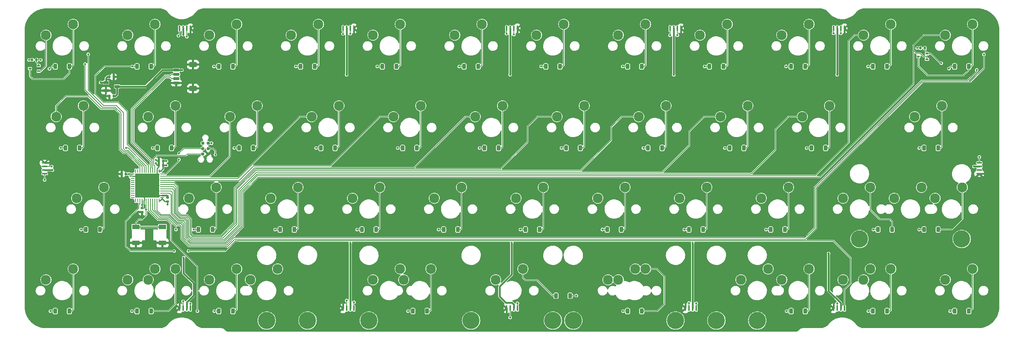
<source format=gbr>
%TF.GenerationSoftware,KiCad,Pcbnew,7.0.6-7.0.6~ubuntu23.04.1*%
%TF.CreationDate,2023-08-05T22:50:07-04:00*%
%TF.ProjectId,Koneko40Stagger,4b6f6e65-6b6f-4343-9053-746167676572,rev?*%
%TF.SameCoordinates,Original*%
%TF.FileFunction,Copper,L4,Bot*%
%TF.FilePolarity,Positive*%
%FSLAX46Y46*%
G04 Gerber Fmt 4.6, Leading zero omitted, Abs format (unit mm)*
G04 Created by KiCad (PCBNEW 7.0.6-7.0.6~ubuntu23.04.1) date 2023-08-05 22:50:07*
%MOMM*%
%LPD*%
G01*
G04 APERTURE LIST*
G04 Aperture macros list*
%AMRoundRect*
0 Rectangle with rounded corners*
0 $1 Rounding radius*
0 $2 $3 $4 $5 $6 $7 $8 $9 X,Y pos of 4 corners*
0 Add a 4 corners polygon primitive as box body*
4,1,4,$2,$3,$4,$5,$6,$7,$8,$9,$2,$3,0*
0 Add four circle primitives for the rounded corners*
1,1,$1+$1,$2,$3*
1,1,$1+$1,$4,$5*
1,1,$1+$1,$6,$7*
1,1,$1+$1,$8,$9*
0 Add four rect primitives between the rounded corners*
20,1,$1+$1,$2,$3,$4,$5,0*
20,1,$1+$1,$4,$5,$6,$7,0*
20,1,$1+$1,$6,$7,$8,$9,0*
20,1,$1+$1,$8,$9,$2,$3,0*%
G04 Aperture macros list end*
%TA.AperFunction,SMDPad,CuDef*%
%ADD10RoundRect,0.062500X0.062500X-0.375000X0.062500X0.375000X-0.062500X0.375000X-0.062500X-0.375000X0*%
%TD*%
%TA.AperFunction,SMDPad,CuDef*%
%ADD11RoundRect,0.062500X0.375000X-0.062500X0.375000X0.062500X-0.375000X0.062500X-0.375000X-0.062500X0*%
%TD*%
%TA.AperFunction,ComponentPad*%
%ADD12C,0.500000*%
%TD*%
%TA.AperFunction,SMDPad,CuDef*%
%ADD13R,5.600000X5.600000*%
%TD*%
%TA.AperFunction,ComponentPad*%
%ADD14C,2.300000*%
%TD*%
%TA.AperFunction,ComponentPad*%
%ADD15C,4.000000*%
%TD*%
%TA.AperFunction,SMDPad,CuDef*%
%ADD16RoundRect,0.140000X0.170000X-0.140000X0.170000X0.140000X-0.170000X0.140000X-0.170000X-0.140000X0*%
%TD*%
%TA.AperFunction,SMDPad,CuDef*%
%ADD17RoundRect,0.225000X-0.225000X-0.375000X0.225000X-0.375000X0.225000X0.375000X-0.225000X0.375000X0*%
%TD*%
%TA.AperFunction,SMDPad,CuDef*%
%ADD18RoundRect,0.105000X0.545000X-0.105000X0.545000X0.105000X-0.545000X0.105000X-0.545000X-0.105000X0*%
%TD*%
%TA.AperFunction,SMDPad,CuDef*%
%ADD19RoundRect,0.140000X0.140000X0.170000X-0.140000X0.170000X-0.140000X-0.170000X0.140000X-0.170000X0*%
%TD*%
%TA.AperFunction,SMDPad,CuDef*%
%ADD20RoundRect,0.105000X-0.105000X-0.545000X0.105000X-0.545000X0.105000X0.545000X-0.105000X0.545000X0*%
%TD*%
%TA.AperFunction,SMDPad,CuDef*%
%ADD21R,0.700000X0.450000*%
%TD*%
%TA.AperFunction,SMDPad,CuDef*%
%ADD22RoundRect,0.135000X0.135000X0.185000X-0.135000X0.185000X-0.135000X-0.185000X0.135000X-0.185000X0*%
%TD*%
%TA.AperFunction,SMDPad,CuDef*%
%ADD23RoundRect,0.105000X0.105000X0.545000X-0.105000X0.545000X-0.105000X-0.545000X0.105000X-0.545000X0*%
%TD*%
%TA.AperFunction,SMDPad,CuDef*%
%ADD24RoundRect,0.225000X0.225000X0.375000X-0.225000X0.375000X-0.225000X-0.375000X0.225000X-0.375000X0*%
%TD*%
%TA.AperFunction,SMDPad,CuDef*%
%ADD25RoundRect,0.140000X-0.140000X-0.170000X0.140000X-0.170000X0.140000X0.170000X-0.140000X0.170000X0*%
%TD*%
%TA.AperFunction,SMDPad,CuDef*%
%ADD26R,1.800000X1.100000*%
%TD*%
%TA.AperFunction,SMDPad,CuDef*%
%ADD27RoundRect,0.105000X-0.545000X0.105000X-0.545000X-0.105000X0.545000X-0.105000X0.545000X0.105000X0*%
%TD*%
%TA.AperFunction,ConnectorPad*%
%ADD28C,0.787400*%
%TD*%
%TA.AperFunction,SMDPad,CuDef*%
%ADD29R,1.220000X0.650000*%
%TD*%
%TA.AperFunction,SMDPad,CuDef*%
%ADD30RoundRect,0.140000X-0.170000X0.140000X-0.170000X-0.140000X0.170000X-0.140000X0.170000X0.140000X0*%
%TD*%
%TA.AperFunction,SMDPad,CuDef*%
%ADD31RoundRect,0.150000X-0.625000X0.150000X-0.625000X-0.150000X0.625000X-0.150000X0.625000X0.150000X0*%
%TD*%
%TA.AperFunction,SMDPad,CuDef*%
%ADD32RoundRect,0.250000X-0.650000X0.350000X-0.650000X-0.350000X0.650000X-0.350000X0.650000X0.350000X0*%
%TD*%
%TA.AperFunction,ViaPad*%
%ADD33C,0.500000*%
%TD*%
%TA.AperFunction,Conductor*%
%ADD34C,0.127000*%
%TD*%
%TA.AperFunction,Conductor*%
%ADD35C,0.400000*%
%TD*%
%TA.AperFunction,Conductor*%
%ADD36C,0.254000*%
%TD*%
%TA.AperFunction,Conductor*%
%ADD37C,0.350000*%
%TD*%
%TA.AperFunction,Conductor*%
%ADD38C,0.210820*%
%TD*%
G04 APERTURE END LIST*
D10*
%TO.P,U6,1,VBAT*%
%TO.N,+3.3V*%
X69860625Y-72987500D03*
%TO.P,U6,2,PC13*%
%TO.N,COL11*%
X69360625Y-72987500D03*
%TO.P,U6,3,PC14*%
%TO.N,ENC1A*%
X68860625Y-72987500D03*
%TO.P,U6,4,PC15*%
%TO.N,ENC1B*%
X68360625Y-72987500D03*
%TO.P,U6,5,PH0*%
%TO.N,ROW2*%
X67860625Y-72987500D03*
%TO.P,U6,6,PH1*%
%TO.N,ROW3*%
X67360625Y-72987500D03*
%TO.P,U6,7,NRST*%
%TO.N,/~{RST}*%
X66860625Y-72987500D03*
%TO.P,U6,8,VSSA*%
%TO.N,GND*%
X66360625Y-72987500D03*
%TO.P,U6,9,VDDA*%
%TO.N,+3.3V*%
X65860625Y-72987500D03*
%TO.P,U6,10,PA0*%
%TO.N,/RGB_CTRL*%
X65360625Y-72987500D03*
%TO.P,U6,11,PA1*%
%TO.N,unconnected-(U6-PA1-Pad11)*%
X64860625Y-72987500D03*
%TO.P,U6,12,PA2*%
%TO.N,unconnected-(U6-PA2-Pad12)*%
X64360625Y-72987500D03*
D11*
%TO.P,U6,13,PA3*%
%TO.N,unconnected-(U6-PA3-Pad13)*%
X63673125Y-72300000D03*
%TO.P,U6,14,PA4*%
%TO.N,unconnected-(U6-PA4-Pad14)*%
X63673125Y-71800000D03*
%TO.P,U6,15,PA5*%
%TO.N,unconnected-(U6-PA5-Pad15)*%
X63673125Y-71300000D03*
%TO.P,U6,16,PA6*%
%TO.N,unconnected-(U6-PA6-Pad16)*%
X63673125Y-70800000D03*
%TO.P,U6,17,PA7*%
%TO.N,unconnected-(U6-PA7-Pad17)*%
X63673125Y-70300000D03*
%TO.P,U6,18,PB0*%
%TO.N,unconnected-(U6-PB0-Pad18)*%
X63673125Y-69800000D03*
%TO.P,U6,19,PB1*%
%TO.N,unconnected-(U6-PB1-Pad19)*%
X63673125Y-69300000D03*
%TO.P,U6,20,PB2*%
%TO.N,unconnected-(U6-PB2-Pad20)*%
X63673125Y-68800000D03*
%TO.P,U6,21,PB10*%
%TO.N,unconnected-(U6-PB10-Pad21)*%
X63673125Y-68300000D03*
%TO.P,U6,22,PB11*%
%TO.N,unconnected-(U6-PB11-Pad22)*%
X63673125Y-67800000D03*
%TO.P,U6,23,VSS*%
%TO.N,GND*%
X63673125Y-67300000D03*
%TO.P,U6,24,VDD*%
%TO.N,+3.3V*%
X63673125Y-66800000D03*
D10*
%TO.P,U6,25,PB12*%
%TO.N,unconnected-(U6-PB12-Pad25)*%
X64360625Y-66112500D03*
%TO.P,U6,26,PB13*%
%TO.N,unconnected-(U6-PB13-Pad26)*%
X64860625Y-66112500D03*
%TO.P,U6,27,PB14*%
%TO.N,COL0*%
X65360625Y-66112500D03*
%TO.P,U6,28,PB15*%
%TO.N,ENC0A*%
X65860625Y-66112500D03*
%TO.P,U6,29,PA8*%
%TO.N,ENC0B*%
X66360625Y-66112500D03*
%TO.P,U6,30,PA9*%
%TO.N,ROW1*%
X66860625Y-66112500D03*
%TO.P,U6,31,PA10*%
%TO.N,ROW0*%
X67360625Y-66112500D03*
%TO.P,U6,32,PA11*%
%TO.N,/DN*%
X67860625Y-66112500D03*
%TO.P,U6,33,PA12*%
%TO.N,/DP*%
X68360625Y-66112500D03*
%TO.P,U6,34,PA13*%
%TO.N,/SWD*%
X68860625Y-66112500D03*
%TO.P,U6,35,VSS*%
%TO.N,GND*%
X69360625Y-66112500D03*
%TO.P,U6,36,VDDUSB*%
%TO.N,+3.3V*%
X69860625Y-66112500D03*
D11*
%TO.P,U6,37,PA14*%
%TO.N,/SWCLK*%
X70548125Y-66800000D03*
%TO.P,U6,38,PA15*%
%TO.N,COL2*%
X70548125Y-67300000D03*
%TO.P,U6,39,PB3*%
%TO.N,COL3*%
X70548125Y-67800000D03*
%TO.P,U6,40,PB4*%
%TO.N,COL4*%
X70548125Y-68300000D03*
%TO.P,U6,41,PB5*%
%TO.N,COL5*%
X70548125Y-68800000D03*
%TO.P,U6,42,PB6*%
%TO.N,COL6*%
X70548125Y-69300000D03*
%TO.P,U6,43,PB7*%
%TO.N,COL7*%
X70548125Y-69800000D03*
%TO.P,U6,44,PH3*%
%TO.N,COL8*%
X70548125Y-70300000D03*
%TO.P,U6,45,PB8*%
%TO.N,COL9*%
X70548125Y-70800000D03*
%TO.P,U6,46,PB9*%
%TO.N,COL10*%
X70548125Y-71300000D03*
%TO.P,U6,47,VSS*%
%TO.N,GND*%
X70548125Y-71800000D03*
%TO.P,U6,48,VDD*%
%TO.N,+3.3V*%
X70548125Y-72300000D03*
D12*
%TO.P,U6,49,VSS*%
%TO.N,GND*%
X67110625Y-72100000D03*
X64560625Y-72100000D03*
X68385625Y-72100000D03*
X68385625Y-70825000D03*
X64560625Y-69550000D03*
X67110625Y-68275000D03*
X65835625Y-68275000D03*
X68385625Y-69550000D03*
X69660625Y-67000000D03*
X64560625Y-67000000D03*
X68385625Y-68275000D03*
X65835625Y-72100000D03*
X69660625Y-72100000D03*
D13*
X67110625Y-69550000D03*
D12*
X65835625Y-70825000D03*
X69660625Y-68275000D03*
X67110625Y-70825000D03*
X69660625Y-69550000D03*
X68385625Y-67000000D03*
X69660625Y-70825000D03*
X67110625Y-69550000D03*
X64560625Y-70825000D03*
X67110625Y-67000000D03*
X64560625Y-68275000D03*
X65835625Y-67000000D03*
X65835625Y-69550000D03*
%TD*%
D14*
%TO.P,SW32,1,1*%
%TO.N,COL8*%
X210185000Y-72469375D03*
%TO.P,SW32,2,2*%
%TO.N,Net-(D32-A)*%
X216535000Y-69929375D03*
%TD*%
%TO.P,SW39,1,1*%
%TO.N,COL2*%
X91122500Y-91519375D03*
%TO.P,SW39,2,2*%
%TO.N,Net-(D37-A)*%
X97472500Y-88979375D03*
%TD*%
D15*
%TO.P,S2,*%
%TO.N,*%
X209232500Y-101044375D03*
X94932500Y-101044375D03*
%TD*%
D14*
%TO.P,SW16,1,1*%
%TO.N,COL3*%
X105410000Y-53419375D03*
%TO.P,SW16,2,2*%
%TO.N,Net-(D16-A)*%
X111760000Y-50879375D03*
%TD*%
%TO.P,SW46,1,1*%
%TO.N,COL6*%
X176847500Y-91519375D03*
%TO.P,SW46,2,2*%
%TO.N,Net-(D41-A)*%
X183197500Y-88979375D03*
%TD*%
%TO.P,SW11,1,1*%
%TO.N,COL10*%
X233997500Y-34369375D03*
%TO.P,SW11,2,2*%
%TO.N,Net-(D11-A)*%
X240347500Y-31829375D03*
%TD*%
%TO.P,SW8,1,1*%
%TO.N,COL7*%
X176847500Y-34369375D03*
%TO.P,SW8,2,2*%
%TO.N,Net-(D8-A)*%
X183197500Y-31829375D03*
%TD*%
%TO.P,SW22,1,1*%
%TO.N,COL9*%
X219710000Y-53419375D03*
%TO.P,SW22,2,2*%
%TO.N,Net-(D22-A)*%
X226060000Y-50879375D03*
%TD*%
%TO.P,SW28,1,1*%
%TO.N,COL4*%
X133985000Y-72469375D03*
%TO.P,SW28,2,2*%
%TO.N,Net-(D28-A)*%
X140335000Y-69929375D03*
%TD*%
%TO.P,SW49,1,1*%
%TO.N,COL8*%
X229235000Y-91519375D03*
%TO.P,SW49,2,2*%
%TO.N,Net-(D42-A)*%
X235585000Y-88979375D03*
%TD*%
%TO.P,SW48,1,1*%
%TO.N,COL8*%
X233997500Y-91519375D03*
%TO.P,SW48,2,2*%
%TO.N,Net-(D42-A)*%
X240347500Y-88979375D03*
%TD*%
D15*
%TO.P,S1,*%
%TO.N,*%
X209232500Y-101044375D03*
X94932500Y-101044375D03*
%TD*%
D14*
%TO.P,SW45,1,1*%
%TO.N,COL6*%
X174466250Y-91519375D03*
%TO.P,SW45,2,2*%
%TO.N,Net-(D41-A)*%
X180816250Y-88979375D03*
%TD*%
%TO.P,SW10,1,1*%
%TO.N,COL9*%
X214947500Y-34369375D03*
%TO.P,SW10,2,2*%
%TO.N,Net-(D10-A)*%
X221297500Y-31829375D03*
%TD*%
D15*
%TO.P,S3,*%
%TO.N,*%
X199707500Y-101044375D03*
X161607500Y-101044375D03*
%TD*%
D14*
%TO.P,SW34,1,1*%
%TO.N,COL10*%
X250666250Y-72469375D03*
%TO.P,SW34,2,2*%
%TO.N,Net-(D34-A)*%
X257016250Y-69929375D03*
%TD*%
%TO.P,SW29,1,1*%
%TO.N,COL5*%
X153035000Y-72469375D03*
%TO.P,SW29,2,2*%
%TO.N,Net-(D29-A)*%
X159385000Y-69929375D03*
%TD*%
%TO.P,SW19,1,1*%
%TO.N,COL6*%
X162560000Y-53419375D03*
%TO.P,SW19,2,2*%
%TO.N,Net-(D19-A)*%
X168910000Y-50879375D03*
%TD*%
%TO.P,SW4,1,1*%
%TO.N,COL3*%
X100647500Y-34369375D03*
%TO.P,SW4,2,2*%
%TO.N,Net-(D4-A)*%
X106997500Y-31829375D03*
%TD*%
%TO.P,SW47,1,1*%
%TO.N,COL7*%
X205422500Y-91519375D03*
%TO.P,SW47,2,2*%
%TO.N,Net-(D39-A)*%
X211772500Y-88979375D03*
%TD*%
%TO.P,SW9,1,1*%
%TO.N,COL8*%
X195897500Y-34369375D03*
%TO.P,SW9,2,2*%
%TO.N,Net-(D9-A)*%
X202247500Y-31829375D03*
%TD*%
D15*
%TO.P,S4,*%
%TO.N,*%
X190182500Y-101044375D03*
X166370000Y-101044375D03*
%TD*%
D14*
%TO.P,SW1,1,1*%
%TO.N,COL0*%
X43497500Y-34369375D03*
%TO.P,SW1,2,2*%
%TO.N,/Switch Matrix/D1*%
X49847500Y-31829375D03*
%TD*%
%TO.P,SW36,1,1*%
%TO.N,COL1*%
X62547500Y-91519375D03*
%TO.P,SW36,2,2*%
%TO.N,Net-(D36-A)*%
X68897500Y-88979375D03*
%TD*%
%TO.P,SW33,1,1*%
%TO.N,COL9*%
X229235000Y-72469375D03*
%TO.P,SW33,2,2*%
%TO.N,Net-(D33-A)*%
X235585000Y-69929375D03*
%TD*%
%TO.P,SW52,1,1*%
%TO.N,COL10*%
X241141250Y-72469375D03*
%TO.P,SW52,2,2*%
%TO.N,Net-(D34-A)*%
X247491250Y-69929375D03*
%TD*%
%TO.P,SW3,1,1*%
%TO.N,COL2*%
X81597500Y-34369375D03*
%TO.P,SW3,2,2*%
%TO.N,Net-(D3-A)*%
X87947500Y-31829375D03*
%TD*%
D15*
%TO.P,S41,*%
%TO.N,*%
X142557500Y-101044375D03*
X118745000Y-101044375D03*
%TD*%
%TO.P,S40,*%
%TO.N,*%
X142557500Y-101044375D03*
X104457500Y-101044375D03*
%TD*%
D14*
%TO.P,SW27,1,1*%
%TO.N,COL3*%
X114935000Y-72469375D03*
%TO.P,SW27,2,2*%
%TO.N,Net-(D27-A)*%
X121285000Y-69929375D03*
%TD*%
%TO.P,SW12,1,1*%
%TO.N,COL11*%
X253047500Y-34369375D03*
%TO.P,SW12,2,2*%
%TO.N,/Switch Matrix/D12*%
X259397500Y-31829375D03*
%TD*%
%TO.P,SW50,1,1*%
%TO.N,COL7*%
X214947500Y-91519375D03*
%TO.P,SW50,2,2*%
%TO.N,Net-(D39-A)*%
X221297500Y-88979375D03*
%TD*%
%TO.P,SW35,1,1*%
%TO.N,COL0*%
X43497500Y-91519375D03*
%TO.P,SW35,2,2*%
%TO.N,Net-(D35-A)*%
X49847500Y-88979375D03*
%TD*%
%TO.P,SW13,1,1*%
%TO.N,COL0*%
X45878750Y-53419375D03*
%TO.P,SW13,2,2*%
%TO.N,Net-(D13-A)*%
X52228750Y-50879375D03*
%TD*%
%TO.P,SW38,1,1*%
%TO.N,COL2*%
X81597500Y-91519375D03*
%TO.P,SW38,2,2*%
%TO.N,Net-(D37-A)*%
X87947500Y-88979375D03*
%TD*%
%TO.P,SW31,1,1*%
%TO.N,COL7*%
X191135000Y-72469375D03*
%TO.P,SW31,2,2*%
%TO.N,Net-(D31-A)*%
X197485000Y-69929375D03*
%TD*%
%TO.P,SW51,1,1*%
%TO.N,COL10*%
X253047500Y-91519375D03*
%TO.P,SW51,2,2*%
%TO.N,Net-(D44-A)*%
X259397500Y-88979375D03*
%TD*%
%TO.P,SW23,1,1*%
%TO.N,COL10*%
X245903750Y-53419375D03*
%TO.P,SW23,2,2*%
%TO.N,Net-(D23-A)*%
X252253750Y-50879375D03*
%TD*%
%TO.P,SW17,1,1*%
%TO.N,COL4*%
X124460000Y-53419375D03*
%TO.P,SW17,2,2*%
%TO.N,Net-(D17-A)*%
X130810000Y-50879375D03*
%TD*%
D15*
%TO.P,S35,*%
%TO.N,*%
X256857500Y-81994375D03*
X233045000Y-81994375D03*
%TD*%
D14*
%TO.P,SW25,1,1*%
%TO.N,COL1*%
X76835000Y-72469375D03*
%TO.P,SW25,2,2*%
%TO.N,Net-(D25-A)*%
X83185000Y-69929375D03*
%TD*%
%TO.P,SW5,1,1*%
%TO.N,COL4*%
X119697500Y-34369375D03*
%TO.P,SW5,2,2*%
%TO.N,Net-(D5-A)*%
X126047500Y-31829375D03*
%TD*%
%TO.P,SW7,1,1*%
%TO.N,COL6*%
X157797500Y-34369375D03*
%TO.P,SW7,2,2*%
%TO.N,Net-(D7-A)*%
X164147500Y-31829375D03*
%TD*%
%TO.P,SW30,1,1*%
%TO.N,COL6*%
X172085000Y-72469375D03*
%TO.P,SW30,2,2*%
%TO.N,Net-(D30-A)*%
X178435000Y-69929375D03*
%TD*%
%TO.P,SW2,1,1*%
%TO.N,COL1*%
X62547500Y-34369375D03*
%TO.P,SW2,2,2*%
%TO.N,Net-(D2-A)*%
X68897500Y-31829375D03*
%TD*%
%TO.P,SW42,1,1*%
%TO.N,COL5*%
X148272500Y-91519375D03*
%TO.P,SW42,2,2*%
%TO.N,Net-(D40-A)*%
X154622500Y-88979375D03*
%TD*%
%TO.P,SW15,1,1*%
%TO.N,COL2*%
X86360000Y-53419375D03*
%TO.P,SW15,2,2*%
%TO.N,Net-(D15-A)*%
X92710000Y-50879375D03*
%TD*%
%TO.P,SW24,1,1*%
%TO.N,COL0*%
X50641250Y-72469375D03*
%TO.P,SW24,2,2*%
%TO.N,Net-(D24-A)*%
X56991250Y-69929375D03*
%TD*%
%TO.P,SW18,1,1*%
%TO.N,COL5*%
X143510000Y-53419375D03*
%TO.P,SW18,2,2*%
%TO.N,Net-(D18-A)*%
X149860000Y-50879375D03*
%TD*%
%TO.P,SW21,1,1*%
%TO.N,COL8*%
X200660000Y-53419375D03*
%TO.P,SW21,2,2*%
%TO.N,Net-(D21-A)*%
X207010000Y-50879375D03*
%TD*%
%TO.P,SW40,1,1*%
%TO.N,COL3*%
X119697500Y-91519375D03*
%TO.P,SW40,2,2*%
%TO.N,Net-(D38-A)*%
X126047500Y-88979375D03*
%TD*%
%TO.P,SW26,1,1*%
%TO.N,COL2*%
X95885000Y-72469375D03*
%TO.P,SW26,2,2*%
%TO.N,Net-(D26-A)*%
X102235000Y-69929375D03*
%TD*%
%TO.P,SW41,1,1*%
%TO.N,COL3*%
X126841250Y-91519375D03*
%TO.P,SW41,2,2*%
%TO.N,Net-(D38-A)*%
X133191250Y-88979375D03*
%TD*%
%TO.P,SW37,1,1*%
%TO.N,COL1*%
X67310000Y-91519375D03*
%TO.P,SW37,2,2*%
%TO.N,Net-(D36-A)*%
X73660000Y-88979375D03*
%TD*%
%TO.P,SW20,1,1*%
%TO.N,COL7*%
X181610000Y-53419375D03*
%TO.P,SW20,2,2*%
%TO.N,Net-(D20-A)*%
X187960000Y-50879375D03*
%TD*%
%TO.P,SW6,1,1*%
%TO.N,COL5*%
X138747500Y-34369375D03*
%TO.P,SW6,2,2*%
%TO.N,Net-(D6-A)*%
X145097500Y-31829375D03*
%TD*%
%TO.P,SW14,1,1*%
%TO.N,COL1*%
X67310000Y-53419375D03*
%TO.P,SW14,2,2*%
%TO.N,Net-(D14-A)*%
X73660000Y-50879375D03*
%TD*%
D16*
%TO.P,C21,1*%
%TO.N,+3.3V*%
X71782500Y-73264375D03*
%TO.P,C21,2*%
%TO.N,GND*%
X71782500Y-72304375D03*
%TD*%
D17*
%TO.P,D37,1,K*%
%TO.N,ROW3*%
X83757500Y-98821875D03*
%TO.P,D37,2,A*%
%TO.N,Net-(D37-A)*%
X87057500Y-98821875D03*
%TD*%
D18*
%TO.P,LED6,1,DIN*%
%TO.N,Net-(LED5-DOUT)*%
X43195000Y-66756875D03*
%TO.P,LED6,2,VDD*%
%TO.N,/VFused_*%
X43195000Y-65906875D03*
%TO.P,LED6,3,DOUT*%
%TO.N,Net-(LED6-DOUT)*%
X43195000Y-65056875D03*
%TO.P,LED6,4,VSS*%
%TO.N,GND*%
X43195000Y-64206875D03*
%TD*%
D17*
%TO.P,D27,1,K*%
%TO.N,ROW2*%
X117095000Y-79771875D03*
%TO.P,D27,2,A*%
%TO.N,Net-(D27-A)*%
X120395000Y-79771875D03*
%TD*%
D19*
%TO.P,C20,1*%
%TO.N,+3.3V*%
X62102500Y-66804375D03*
%TO.P,C20,2*%
%TO.N,GND*%
X61142500Y-66804375D03*
%TD*%
D17*
%TO.P,D13,1,K*%
%TO.N,ROW1*%
X48038750Y-60721875D03*
%TO.P,D13,2,A*%
%TO.N,Net-(D13-A)*%
X51338750Y-60721875D03*
%TD*%
D20*
%TO.P,LED11,1,DIN*%
%TO.N,Net-(LED10-DOUT)*%
X227010000Y-32796875D03*
%TO.P,LED11,2,VDD*%
%TO.N,/VFused_*%
X227860000Y-32796875D03*
%TO.P,LED11,3,DOUT*%
%TO.N,Net-(LED11-DOUT)*%
X228710000Y-32796875D03*
%TO.P,LED11,4,VSS*%
%TO.N,GND*%
X229560000Y-32796875D03*
%TD*%
D17*
%TO.P,D10,1,K*%
%TO.N,ROW0*%
X217107500Y-41671875D03*
%TO.P,D10,2,A*%
%TO.N,Net-(D10-A)*%
X220407500Y-41671875D03*
%TD*%
%TO.P,D22,1,K*%
%TO.N,ROW1*%
X221870000Y-60721875D03*
%TO.P,D22,2,A*%
%TO.N,Net-(D22-A)*%
X225170000Y-60721875D03*
%TD*%
%TO.P,D30,1,K*%
%TO.N,ROW2*%
X174245000Y-79771875D03*
%TO.P,D30,2,A*%
%TO.N,Net-(D30-A)*%
X177545000Y-79771875D03*
%TD*%
D20*
%TO.P,LED7,1,DIN*%
%TO.N,Net-(LED6-DOUT)*%
X74610000Y-32796875D03*
%TO.P,LED7,2,VDD*%
%TO.N,/VFused_*%
X75460000Y-32796875D03*
%TO.P,LED7,3,DOUT*%
%TO.N,Net-(LED7-DOUT)*%
X76310000Y-32796875D03*
%TO.P,LED7,4,VSS*%
%TO.N,GND*%
X77160000Y-32796875D03*
%TD*%
D19*
%TO.P,C23,1*%
%TO.N,+3.3V*%
X70762500Y-63784375D03*
%TO.P,C23,2*%
%TO.N,GND*%
X69802500Y-63784375D03*
%TD*%
D17*
%TO.P,D18,1,K*%
%TO.N,ROW1*%
X145670000Y-60721875D03*
%TO.P,D18,2,A*%
%TO.N,Net-(D18-A)*%
X148970000Y-60721875D03*
%TD*%
D21*
%TO.P,Q3,3,D*%
%TO.N,/Switch Matrix/D1*%
X39782500Y-42154375D03*
%TO.P,Q3,2,S*%
%TO.N,COL0*%
X41782500Y-42804375D03*
%TO.P,Q3,1,G*%
%TO.N,Net-(Q3-G)*%
X41782500Y-41504375D03*
%TD*%
D17*
%TO.P,D2,1,K*%
%TO.N,ROW0*%
X64707500Y-41671875D03*
%TO.P,D2,2,A*%
%TO.N,Net-(D2-A)*%
X68007500Y-41671875D03*
%TD*%
%TO.P,D19,1,K*%
%TO.N,ROW1*%
X164720000Y-60721875D03*
%TO.P,D19,2,A*%
%TO.N,Net-(D19-A)*%
X168020000Y-60721875D03*
%TD*%
D22*
%TO.P,R5,2*%
%TO.N,+3.3V*%
X40272500Y-40154375D03*
%TO.P,R5,1*%
%TO.N,Net-(Q3-G)*%
X41292500Y-40154375D03*
%TD*%
D17*
%TO.P,D32,1,K*%
%TO.N,ROW2*%
X212345000Y-79771875D03*
%TO.P,D32,2,A*%
%TO.N,Net-(D32-A)*%
X215645000Y-79771875D03*
%TD*%
%TO.P,D8,1,K*%
%TO.N,ROW0*%
X179007500Y-41671875D03*
%TO.P,D8,2,A*%
%TO.N,Net-(D8-A)*%
X182307500Y-41671875D03*
%TD*%
D23*
%TO.P,LED1,1,DIN*%
%TO.N,/RGB_CTRL*%
X229555000Y-98171875D03*
%TO.P,LED1,2,VDD*%
%TO.N,/VFused_*%
X228705000Y-98171875D03*
%TO.P,LED1,3,DOUT*%
%TO.N,Net-(LED1-DOUT)*%
X227855000Y-98171875D03*
%TO.P,LED1,4,VSS*%
%TO.N,GND*%
X227005000Y-98171875D03*
%TD*%
D17*
%TO.P,D42,1,K*%
%TO.N,ROW3*%
X236157500Y-98821875D03*
%TO.P,D42,2,A*%
%TO.N,Net-(D42-A)*%
X239457500Y-98821875D03*
%TD*%
%TO.P,D31,1,K*%
%TO.N,ROW2*%
X193295000Y-79771875D03*
%TO.P,D31,2,A*%
%TO.N,Net-(D31-A)*%
X196595000Y-79771875D03*
%TD*%
%TO.P,D41,1,K*%
%TO.N,ROW3*%
X179007500Y-98821875D03*
%TO.P,D41,2,A*%
%TO.N,Net-(D41-A)*%
X182307500Y-98821875D03*
%TD*%
%TO.P,D25,1,K*%
%TO.N,ROW2*%
X78995000Y-79771875D03*
%TO.P,D25,2,A*%
%TO.N,Net-(D25-A)*%
X82295000Y-79771875D03*
%TD*%
%TO.P,D23,1,K*%
%TO.N,ROW1*%
X248063750Y-60721875D03*
%TO.P,D23,2,A*%
%TO.N,Net-(D23-A)*%
X251363750Y-60721875D03*
%TD*%
D24*
%TO.P,D40,1,K*%
%TO.N,ROW3*%
X165638750Y-95250000D03*
%TO.P,D40,2,A*%
%TO.N,Net-(D40-A)*%
X162338750Y-95250000D03*
%TD*%
D17*
%TO.P,D14,1,K*%
%TO.N,ROW1*%
X69470000Y-60721875D03*
%TO.P,D14,2,A*%
%TO.N,Net-(D14-A)*%
X72770000Y-60721875D03*
%TD*%
D25*
%TO.P,C18,1*%
%TO.N,+3.3V*%
X58302500Y-44134375D03*
%TO.P,C18,2*%
%TO.N,GND*%
X59262500Y-44134375D03*
%TD*%
D17*
%TO.P,D44,1,K*%
%TO.N,ROW3*%
X255207500Y-98821875D03*
%TO.P,D44,2,A*%
%TO.N,Net-(D44-A)*%
X258507500Y-98821875D03*
%TD*%
%TO.P,D34,1,K*%
%TO.N,ROW2*%
X248063750Y-79771875D03*
%TO.P,D34,2,A*%
%TO.N,Net-(D34-A)*%
X251363750Y-79771875D03*
%TD*%
%TO.P,D39,1,K*%
%TO.N,ROW3*%
X217107500Y-98821875D03*
%TO.P,D39,2,A*%
%TO.N,Net-(D39-A)*%
X220407500Y-98821875D03*
%TD*%
D26*
%TO.P,SW53,1,1*%
%TO.N,GND*%
X64457500Y-82884375D03*
X70657500Y-82884375D03*
%TO.P,SW53,2,2*%
%TO.N,/~{RST}*%
X64457500Y-79184375D03*
X70657500Y-79184375D03*
%TD*%
D27*
%TO.P,LED12,1,DIN*%
%TO.N,Net-(LED11-DOUT)*%
X260970000Y-64211875D03*
%TO.P,LED12,2,VDD*%
%TO.N,/VFused_*%
X260970000Y-65061875D03*
%TO.P,LED12,3,DOUT*%
%TO.N,unconnected-(LED12-DOUT-Pad3)*%
X260970000Y-65911875D03*
%TO.P,LED12,4,VSS*%
%TO.N,GND*%
X260970000Y-66761875D03*
%TD*%
D17*
%TO.P,D16,1,K*%
%TO.N,ROW1*%
X107570000Y-60721875D03*
%TO.P,D16,2,A*%
%TO.N,Net-(D16-A)*%
X110870000Y-60721875D03*
%TD*%
%TO.P,D7,1,K*%
%TO.N,ROW0*%
X159957500Y-41671875D03*
%TO.P,D7,2,A*%
%TO.N,Net-(D7-A)*%
X163257500Y-41671875D03*
%TD*%
%TO.P,D3,1,K*%
%TO.N,ROW0*%
X83757500Y-41671875D03*
%TO.P,D3,2,A*%
%TO.N,Net-(D3-A)*%
X87057500Y-41671875D03*
%TD*%
D20*
%TO.P,LED8,1,DIN*%
%TO.N,Net-(LED7-DOUT)*%
X112710000Y-32796875D03*
%TO.P,LED8,2,VDD*%
%TO.N,/VFused_*%
X113560000Y-32796875D03*
%TO.P,LED8,3,DOUT*%
%TO.N,Net-(LED8-DOUT)*%
X114410000Y-32796875D03*
%TO.P,LED8,4,VSS*%
%TO.N,GND*%
X115260000Y-32796875D03*
%TD*%
D28*
%TO.P,J4,1,VCC*%
%TO.N,+3.3V*%
X81280000Y-59610625D03*
%TO.P,J4,2,SWDIO*%
%TO.N,unconnected-(J4-SWDIO-Pad2)*%
X80010000Y-59610625D03*
%TO.P,J4,3,~{RST}*%
%TO.N,/~{RST}*%
X81280000Y-60880625D03*
%TO.P,J4,4,SWCLK*%
%TO.N,/SWCLK*%
X80010000Y-60880625D03*
%TO.P,J4,5,GND*%
%TO.N,GND*%
X81280000Y-62150625D03*
%TO.P,J4,6,SWO*%
%TO.N,/SWD*%
X80010000Y-62150625D03*
%TD*%
D17*
%TO.P,D11,1,K*%
%TO.N,ROW0*%
X236157500Y-41671875D03*
%TO.P,D11,2,A*%
%TO.N,Net-(D11-A)*%
X239457500Y-41671875D03*
%TD*%
%TO.P,D29,1,K*%
%TO.N,ROW2*%
X155195000Y-79771875D03*
%TO.P,D29,2,A*%
%TO.N,Net-(D29-A)*%
X158495000Y-79771875D03*
%TD*%
%TO.P,D1,1,K*%
%TO.N,ROW0*%
X45657500Y-41671875D03*
%TO.P,D1,2,A*%
%TO.N,/Switch Matrix/D1*%
X48957500Y-41671875D03*
%TD*%
%TO.P,D38,1,K*%
%TO.N,ROW3*%
X129001250Y-98821875D03*
%TO.P,D38,2,A*%
%TO.N,Net-(D38-A)*%
X132301250Y-98821875D03*
%TD*%
%TO.P,D21,1,K*%
%TO.N,ROW1*%
X202820000Y-60721875D03*
%TO.P,D21,2,A*%
%TO.N,Net-(D21-A)*%
X206120000Y-60721875D03*
%TD*%
%TO.P,D24,1,K*%
%TO.N,ROW2*%
X52801250Y-79771875D03*
%TO.P,D24,2,A*%
%TO.N,Net-(D24-A)*%
X56101250Y-79771875D03*
%TD*%
%TO.P,D35,1,K*%
%TO.N,ROW3*%
X45657500Y-98821875D03*
%TO.P,D35,2,A*%
%TO.N,Net-(D35-A)*%
X48957500Y-98821875D03*
%TD*%
D29*
%TO.P,U2,3,VI*%
%TO.N,/VFused_*%
X60092500Y-46384375D03*
%TO.P,U2,2,VO*%
%TO.N,+3.3V*%
X57472500Y-45434375D03*
%TO.P,U2,1,GND*%
%TO.N,GND*%
X57472500Y-47334375D03*
%TD*%
D23*
%TO.P,LED3,1,DIN*%
%TO.N,Net-(LED2-DOUT)*%
X153355000Y-98171875D03*
%TO.P,LED3,2,VDD*%
%TO.N,/VFused_*%
X152505000Y-98171875D03*
%TO.P,LED3,3,DOUT*%
%TO.N,Net-(LED3-DOUT)*%
X151655000Y-98171875D03*
%TO.P,LED3,4,VSS*%
%TO.N,GND*%
X150805000Y-98171875D03*
%TD*%
D22*
%TO.P,R6,2*%
%TO.N,+3.3V*%
X247272500Y-37384375D03*
%TO.P,R6,1*%
%TO.N,Net-(Q2-G)*%
X248292500Y-37384375D03*
%TD*%
D19*
%TO.P,C17,1*%
%TO.N,/VFused_*%
X59262500Y-48634375D03*
%TO.P,C17,2*%
%TO.N,GND*%
X58302500Y-48634375D03*
%TD*%
D17*
%TO.P,D15,1,K*%
%TO.N,ROW1*%
X88520000Y-60721875D03*
%TO.P,D15,2,A*%
%TO.N,Net-(D15-A)*%
X91820000Y-60721875D03*
%TD*%
D21*
%TO.P,Q2,1,G*%
%TO.N,Net-(Q2-G)*%
X248782500Y-38734375D03*
%TO.P,Q2,2,S*%
%TO.N,COL11*%
X248782500Y-40034375D03*
%TO.P,Q2,3,D*%
%TO.N,/Switch Matrix/D12*%
X246782500Y-39384375D03*
%TD*%
D17*
%TO.P,D20,1,K*%
%TO.N,ROW1*%
X183770000Y-60721875D03*
%TO.P,D20,2,A*%
%TO.N,Net-(D20-A)*%
X187070000Y-60721875D03*
%TD*%
%TO.P,D5,1,K*%
%TO.N,ROW0*%
X121857500Y-41671875D03*
%TO.P,D5,2,A*%
%TO.N,Net-(D5-A)*%
X125157500Y-41671875D03*
%TD*%
%TO.P,D17,1,K*%
%TO.N,ROW1*%
X126620000Y-60721875D03*
%TO.P,D17,2,A*%
%TO.N,Net-(D17-A)*%
X129920000Y-60721875D03*
%TD*%
%TO.P,D36,1,K*%
%TO.N,ROW3*%
X64707500Y-98821875D03*
%TO.P,D36,2,A*%
%TO.N,Net-(D36-A)*%
X68007500Y-98821875D03*
%TD*%
%TO.P,D33,1,K*%
%TO.N,ROW2*%
X237348125Y-79771875D03*
%TO.P,D33,2,A*%
%TO.N,Net-(D33-A)*%
X240648125Y-79771875D03*
%TD*%
%TO.P,D9,1,K*%
%TO.N,ROW0*%
X198057500Y-41671875D03*
%TO.P,D9,2,A*%
%TO.N,Net-(D9-A)*%
X201357500Y-41671875D03*
%TD*%
D20*
%TO.P,LED10,1,DIN*%
%TO.N,Net-(LED10-DIN)*%
X188910000Y-32796875D03*
%TO.P,LED10,2,VDD*%
%TO.N,/VFused_*%
X189760000Y-32796875D03*
%TO.P,LED10,3,DOUT*%
%TO.N,Net-(LED10-DOUT)*%
X190610000Y-32796875D03*
%TO.P,LED10,4,VSS*%
%TO.N,GND*%
X191460000Y-32796875D03*
%TD*%
D23*
%TO.P,LED5,1,DIN*%
%TO.N,Net-(LED4-DOUT)*%
X77155000Y-98171875D03*
%TO.P,LED5,2,VDD*%
%TO.N,/VFused_*%
X76305000Y-98171875D03*
%TO.P,LED5,3,DOUT*%
%TO.N,Net-(LED5-DOUT)*%
X75455000Y-98171875D03*
%TO.P,LED5,4,VSS*%
%TO.N,GND*%
X74605000Y-98171875D03*
%TD*%
D17*
%TO.P,D12,1,K*%
%TO.N,ROW0*%
X255207500Y-41671875D03*
%TO.P,D12,2,A*%
%TO.N,/Switch Matrix/D12*%
X258507500Y-41671875D03*
%TD*%
D30*
%TO.P,C22,1*%
%TO.N,+3.3V*%
X65862500Y-74734375D03*
%TO.P,C22,2*%
%TO.N,GND*%
X65862500Y-75694375D03*
%TD*%
D23*
%TO.P,LED4,1,DIN*%
%TO.N,Net-(LED3-DOUT)*%
X115255000Y-98171875D03*
%TO.P,LED4,2,VDD*%
%TO.N,/VFused_*%
X114405000Y-98171875D03*
%TO.P,LED4,3,DOUT*%
%TO.N,Net-(LED4-DOUT)*%
X113555000Y-98171875D03*
%TO.P,LED4,4,VSS*%
%TO.N,GND*%
X112705000Y-98171875D03*
%TD*%
D17*
%TO.P,D26,1,K*%
%TO.N,ROW2*%
X98045000Y-79771875D03*
%TO.P,D26,2,A*%
%TO.N,Net-(D26-A)*%
X101345000Y-79771875D03*
%TD*%
D20*
%TO.P,LED9,1,DIN*%
%TO.N,Net-(LED8-DOUT)*%
X150810000Y-32796875D03*
%TO.P,LED9,2,VDD*%
%TO.N,/VFused_*%
X151660000Y-32796875D03*
%TO.P,LED9,3,DOUT*%
%TO.N,Net-(LED10-DIN)*%
X152510000Y-32796875D03*
%TO.P,LED9,4,VSS*%
%TO.N,GND*%
X153360000Y-32796875D03*
%TD*%
D17*
%TO.P,D4,1,K*%
%TO.N,ROW0*%
X102807500Y-41671875D03*
%TO.P,D4,2,A*%
%TO.N,Net-(D4-A)*%
X106107500Y-41671875D03*
%TD*%
D31*
%TO.P,J1,1,Pin_1*%
%TO.N,/VFused_*%
X73882500Y-42553125D03*
%TO.P,J1,2,Pin_2*%
%TO.N,/DN*%
X73882500Y-43553125D03*
%TO.P,J1,3,Pin_3*%
%TO.N,/DP*%
X73882500Y-44553125D03*
%TO.P,J1,4,Pin_4*%
%TO.N,GND*%
X73882500Y-45553125D03*
D32*
%TO.P,J1,MP,MountPin*%
X77757500Y-41253125D03*
X77757500Y-46853125D03*
%TD*%
D23*
%TO.P,LED2,1,DIN*%
%TO.N,Net-(LED1-DOUT)*%
X195026875Y-98171875D03*
%TO.P,LED2,2,VDD*%
%TO.N,/VFused_*%
X194176875Y-98171875D03*
%TO.P,LED2,3,DOUT*%
%TO.N,Net-(LED2-DOUT)*%
X193326875Y-98171875D03*
%TO.P,LED2,4,VSS*%
%TO.N,GND*%
X192476875Y-98171875D03*
%TD*%
D19*
%TO.P,C19,1*%
%TO.N,+3.3V*%
X70762500Y-64784375D03*
%TO.P,C19,2*%
%TO.N,GND*%
X69802500Y-64784375D03*
%TD*%
D17*
%TO.P,D28,1,K*%
%TO.N,ROW2*%
X136145000Y-79771875D03*
%TO.P,D28,2,A*%
%TO.N,Net-(D28-A)*%
X139445000Y-79771875D03*
%TD*%
%TO.P,D6,1,K*%
%TO.N,ROW0*%
X140907500Y-41671875D03*
%TO.P,D6,2,A*%
%TO.N,Net-(D6-A)*%
X144207500Y-41671875D03*
%TD*%
D33*
%TO.N,GND*%
X75502500Y-69064375D03*
X84842500Y-78314375D03*
X85352500Y-72564375D03*
X80682500Y-71004375D03*
%TO.N,/~{RST}*%
X82962500Y-62284375D03*
X66860625Y-75124375D03*
%TO.N,GND*%
X82082500Y-62144375D03*
%TO.N,+3.3V*%
X82092500Y-59614375D03*
%TO.N,Net-(LED11-DOUT)*%
X228712500Y-33944375D03*
X260972500Y-62814375D03*
%TO.N,Net-(LED10-DOUT)*%
X190612500Y-34394375D03*
X227012500Y-33944375D03*
%TO.N,Net-(LED10-DIN)*%
X152512500Y-34224375D03*
X188902500Y-34404375D03*
%TO.N,Net-(LED8-DOUT)*%
X114412500Y-34034375D03*
X150812500Y-34034375D03*
%TO.N,Net-(LED7-DOUT)*%
X76312500Y-34764375D03*
X112712500Y-34094375D03*
%TO.N,Net-(LED6-DOUT)*%
X44852500Y-65054375D03*
X74352500Y-34514375D03*
%TO.N,Net-(LED5-DOUT)*%
X75452500Y-96544375D03*
X43192500Y-68204375D03*
%TO.N,Net-(LED4-DOUT)*%
X77152500Y-97144375D03*
X113552500Y-96364375D03*
%TO.N,Net-(LED3-DOUT)*%
X151652500Y-100334375D03*
X115252500Y-96764375D03*
%TO.N,Net-(LED2-DOUT)*%
X153362500Y-97004375D03*
X193332500Y-96914375D03*
%TO.N,Net-(LED1-DOUT)*%
X195022500Y-97024375D03*
X227832500Y-97024375D03*
%TO.N,/RGB_CTRL*%
X73372500Y-84794375D03*
X76702500Y-84784375D03*
%TO.N,GND*%
X74602500Y-96904375D03*
X112692500Y-97114375D03*
X150802500Y-99934375D03*
X192482500Y-96984375D03*
X227002500Y-97054375D03*
%TO.N,/VFused_*%
X225852500Y-85384375D03*
%TO.N,GND*%
X77162500Y-33994375D03*
X44332500Y-64194375D03*
%TO.N,/VFused_*%
X113552500Y-43624375D03*
%TO.N,GND*%
X115262500Y-33924375D03*
X153372500Y-33884375D03*
%TO.N,/VFused_*%
X151652500Y-43624375D03*
%TO.N,GND*%
X191452500Y-33894375D03*
%TO.N,/VFused_*%
X189762500Y-43624375D03*
%TO.N,GND*%
X229562500Y-33924375D03*
%TO.N,/VFused_*%
X227852500Y-43624375D03*
%TO.N,GND*%
X262892500Y-66764375D03*
%TO.N,/VFused_*%
X259712500Y-65044375D03*
X194182500Y-82884375D03*
X152022500Y-82884375D03*
X114412500Y-82884375D03*
X75572500Y-86364375D03*
X44982500Y-65904375D03*
X75452500Y-34274375D03*
X75192500Y-42544375D03*
%TO.N,ROW3*%
X78772500Y-98824375D03*
%TO.N,ROW2*%
X73782500Y-79774375D03*
%TO.N,GND*%
X62942500Y-82884375D03*
X60312500Y-66794375D03*
%TO.N,+3.3V*%
X62832500Y-66804375D03*
%TO.N,GND*%
X65872500Y-76484375D03*
%TO.N,+3.3V*%
X65862500Y-74044375D03*
%TO.N,GND*%
X69112500Y-64304375D03*
X69122500Y-63504375D03*
%TO.N,+3.3V*%
X71572500Y-63784375D03*
X71562500Y-64794375D03*
X71782500Y-73954375D03*
%TO.N,ENC1B*%
X262052500Y-38874375D03*
%TO.N,ENC1A*%
X260352500Y-42494375D03*
%TO.N,/SWCLK*%
X74482500Y-63424375D03*
X74482500Y-61994375D03*
%TO.N,ENC0A*%
X52622500Y-41154375D03*
%TO.N,ENC0B*%
X53342500Y-38834375D03*
%TO.N,ROW1*%
X62172500Y-60724375D03*
%TO.N,GND*%
X42502500Y-38614375D03*
X252132500Y-38404375D03*
%TO.N,Net-(Q2-G)*%
X252112500Y-40924375D03*
%TO.N,+3.3V*%
X246482500Y-37384375D03*
X39522500Y-40164375D03*
%TO.N,Net-(Q3-G)*%
X42272500Y-40164375D03*
%TO.N,GND*%
X72562500Y-45564375D03*
X75062500Y-45554375D03*
X57502500Y-48634375D03*
X56212500Y-47334375D03*
X60132500Y-44124375D03*
%TO.N,+3.3V*%
X56216430Y-45431426D03*
%TO.N,ROW3*%
X167072500Y-95224375D03*
%TO.N,ROW0*%
X253892500Y-42184375D03*
X235052500Y-41674375D03*
X215932500Y-41664375D03*
X196962500Y-41674375D03*
X177882500Y-41674375D03*
X158862500Y-41674375D03*
X139772500Y-41674375D03*
X120682500Y-41674375D03*
X101712500Y-41674375D03*
X82642500Y-41674375D03*
X63612500Y-41674375D03*
X44302500Y-42244375D03*
%TO.N,ROW1*%
X246972500Y-60724375D03*
X220742500Y-60724375D03*
X201672500Y-60724375D03*
X182692500Y-60724375D03*
X163612500Y-60724375D03*
X144522500Y-60724375D03*
X125452500Y-60724375D03*
X106452500Y-60724375D03*
X87362500Y-60724375D03*
X68372500Y-60724375D03*
X46922500Y-60724375D03*
%TO.N,ROW2*%
X51672500Y-79774375D03*
X77912500Y-79774375D03*
X96902500Y-79774375D03*
X115982500Y-79774375D03*
X134982500Y-79774375D03*
X154052500Y-79774375D03*
X173152500Y-79764375D03*
X192222500Y-79774375D03*
X211272500Y-79774375D03*
X236282500Y-79774375D03*
X246952500Y-79774375D03*
%TO.N,ROW3*%
X254162500Y-98824375D03*
X235112500Y-98824375D03*
X216042500Y-98824375D03*
X177942500Y-98824375D03*
X44522500Y-98824375D03*
X63532500Y-98824375D03*
X82702500Y-98824375D03*
X127862500Y-98824375D03*
%TD*%
D34*
%TO.N,/~{RST}*%
X82962500Y-62284375D02*
X82962500Y-61354375D01*
X66860625Y-72987500D02*
X66860625Y-76476250D01*
X65912500Y-77424375D02*
X65122500Y-77424375D01*
X66860625Y-76476250D02*
X65912500Y-77424375D01*
X64457500Y-78089375D02*
X64457500Y-79184375D01*
X65122500Y-77424375D02*
X64457500Y-78089375D01*
X82488750Y-60880625D02*
X82962500Y-61354375D01*
X81280000Y-60880625D02*
X82488750Y-60880625D01*
%TO.N,GND*%
X82076250Y-62150625D02*
X82082500Y-62144375D01*
X81280000Y-62150625D02*
X82076250Y-62150625D01*
%TO.N,+3.3V*%
X82088750Y-59610625D02*
X82092500Y-59614375D01*
X81280000Y-59610625D02*
X82088750Y-59610625D01*
%TO.N,Net-(LED11-DOUT)*%
X228710000Y-33941875D02*
X228712500Y-33944375D01*
X228710000Y-32796875D02*
X228710000Y-33941875D01*
X260972500Y-64209375D02*
X260970000Y-64211875D01*
X260972500Y-62814375D02*
X260972500Y-64209375D01*
%TO.N,Net-(LED10-DOUT)*%
X190610000Y-32796875D02*
X190610000Y-34391875D01*
X190610000Y-34391875D02*
X190612500Y-34394375D01*
X227012500Y-32799375D02*
X227010000Y-32796875D01*
X227012500Y-33944375D02*
X227012500Y-32799375D01*
%TO.N,Net-(LED10-DIN)*%
X152510000Y-34221875D02*
X152512500Y-34224375D01*
X152510000Y-32796875D02*
X152510000Y-34221875D01*
X188902500Y-34404375D02*
X188902500Y-32804375D01*
X188902500Y-32804375D02*
X188910000Y-32796875D01*
%TO.N,Net-(LED8-DOUT)*%
X150810000Y-32796875D02*
X150810000Y-34031875D01*
X150810000Y-34031875D02*
X150812500Y-34034375D01*
X114410000Y-32796875D02*
X114410000Y-34031875D01*
X114410000Y-34031875D02*
X114412500Y-34034375D01*
%TO.N,Net-(LED7-DOUT)*%
X76310000Y-34761875D02*
X76312500Y-34764375D01*
X76310000Y-32796875D02*
X76310000Y-34761875D01*
X112712500Y-34094375D02*
X112712500Y-32799375D01*
X112712500Y-32799375D02*
X112710000Y-32796875D01*
%TO.N,Net-(LED6-DOUT)*%
X74352500Y-34514375D02*
X74610000Y-34256875D01*
X44850000Y-65056875D02*
X44852500Y-65054375D01*
X43195000Y-65056875D02*
X44850000Y-65056875D01*
X74610000Y-34256875D02*
X74610000Y-32796875D01*
%TO.N,Net-(LED5-DOUT)*%
X75455000Y-98171875D02*
X75455000Y-96546875D01*
X43192500Y-68204375D02*
X43192500Y-66759375D01*
X75455000Y-96546875D02*
X75452500Y-96544375D01*
X43192500Y-66759375D02*
X43195000Y-66756875D01*
%TO.N,Net-(LED4-DOUT)*%
X77152500Y-98169375D02*
X77155000Y-98171875D01*
X113555000Y-96366875D02*
X113552500Y-96364375D01*
X113555000Y-98171875D02*
X113555000Y-96366875D01*
X77152500Y-97144375D02*
X77152500Y-98169375D01*
%TO.N,Net-(LED3-DOUT)*%
X115252500Y-96764375D02*
X115252500Y-98169375D01*
X151655000Y-100331875D02*
X151652500Y-100334375D01*
X151655000Y-98171875D02*
X151655000Y-100331875D01*
X115252500Y-98169375D02*
X115255000Y-98171875D01*
%TO.N,Net-(LED2-DOUT)*%
X193326875Y-98171875D02*
X193326875Y-96920000D01*
X193326875Y-96920000D02*
X193332500Y-96914375D01*
X153362500Y-97004375D02*
X153362500Y-98164375D01*
X153362500Y-98164375D02*
X153355000Y-98171875D01*
%TO.N,Net-(LED1-DOUT)*%
X227855000Y-97046875D02*
X227832500Y-97024375D01*
X227855000Y-98171875D02*
X227855000Y-97046875D01*
X195022500Y-98167500D02*
X195026875Y-98171875D01*
X195022500Y-97024375D02*
X195022500Y-98167500D01*
%TO.N,/RGB_CTRL*%
X63992500Y-75934375D02*
X62072500Y-77854375D01*
X88076000Y-82420875D02*
X226969000Y-82420875D01*
X62882500Y-84504375D02*
X63172500Y-84794375D01*
X62072500Y-77854375D02*
X62072500Y-83324375D01*
X62072500Y-83694375D02*
X62882500Y-84504375D01*
X88052500Y-82444375D02*
X88076000Y-82420875D01*
X65172500Y-74754375D02*
X63992500Y-75934375D01*
X62072500Y-83324375D02*
X62072500Y-83694375D01*
X65172500Y-73924375D02*
X65172500Y-74754375D01*
X65360625Y-72987500D02*
X65360625Y-73736250D01*
X65360625Y-73736250D02*
X65172500Y-73924375D01*
X76702500Y-84784375D02*
X85302500Y-84784375D01*
X63172500Y-84794375D02*
X73372500Y-84794375D01*
X85302500Y-84784375D02*
X87642500Y-82444375D01*
X87642500Y-82444375D02*
X88052500Y-82444375D01*
X226969000Y-82420875D02*
X231012500Y-86464375D01*
X231012500Y-86464375D02*
X231012500Y-92254375D01*
X231012500Y-92254375D02*
X229555000Y-93711875D01*
X229555000Y-93711875D02*
X229555000Y-98171875D01*
D35*
%TO.N,GND*%
X74605000Y-96906875D02*
X74602500Y-96904375D01*
X74605000Y-98171875D02*
X74605000Y-96906875D01*
X112705000Y-97126875D02*
X112692500Y-97114375D01*
X112705000Y-98171875D02*
X112705000Y-97126875D01*
X150805000Y-99931875D02*
X150802500Y-99934375D01*
X150805000Y-98171875D02*
X150805000Y-99931875D01*
X192476875Y-96990000D02*
X192482500Y-96984375D01*
X192476875Y-98171875D02*
X192476875Y-96990000D01*
X227005000Y-97056875D02*
X227002500Y-97054375D01*
X227005000Y-98171875D02*
X227005000Y-97056875D01*
%TO.N,/VFused_*%
X225852500Y-94124375D02*
X225852500Y-85384375D01*
X228705000Y-98171875D02*
X228705000Y-96976875D01*
X228705000Y-96976875D02*
X225852500Y-94124375D01*
%TO.N,GND*%
X77160000Y-33991875D02*
X77162500Y-33994375D01*
X77160000Y-32796875D02*
X77160000Y-33991875D01*
X44320000Y-64206875D02*
X44332500Y-64194375D01*
X43195000Y-64206875D02*
X44320000Y-64206875D01*
%TO.N,/VFused_*%
X113560000Y-32796875D02*
X113560000Y-43616875D01*
X113560000Y-43616875D02*
X113552500Y-43624375D01*
%TO.N,GND*%
X115260000Y-33921875D02*
X115262500Y-33924375D01*
X115260000Y-32796875D02*
X115260000Y-33921875D01*
X153360000Y-33871875D02*
X153372500Y-33884375D01*
X153360000Y-32796875D02*
X153360000Y-33871875D01*
%TO.N,/VFused_*%
X151660000Y-32796875D02*
X151660000Y-43616875D01*
X151660000Y-43616875D02*
X151652500Y-43624375D01*
%TO.N,GND*%
X191460000Y-33886875D02*
X191452500Y-33894375D01*
X191460000Y-32796875D02*
X191460000Y-33886875D01*
%TO.N,/VFused_*%
X189760000Y-32796875D02*
X189760000Y-43621875D01*
X189760000Y-43621875D02*
X189762500Y-43624375D01*
%TO.N,GND*%
X229560000Y-33921875D02*
X229562500Y-33924375D01*
X229560000Y-32796875D02*
X229560000Y-33921875D01*
%TO.N,/VFused_*%
X227860000Y-32796875D02*
X227860000Y-43616875D01*
X227860000Y-43616875D02*
X227852500Y-43624375D01*
%TO.N,GND*%
X262890000Y-66761875D02*
X262892500Y-66764375D01*
X260970000Y-66761875D02*
X262890000Y-66761875D01*
%TO.N,/VFused_*%
X260970000Y-65061875D02*
X259730000Y-65061875D01*
X259730000Y-65061875D02*
X259712500Y-65044375D01*
X194176875Y-98171875D02*
X194176875Y-82890000D01*
X194176875Y-82890000D02*
X194182500Y-82884375D01*
X152505000Y-98171875D02*
X152505000Y-97266875D01*
X152505000Y-97266875D02*
X152072500Y-96834375D01*
X152072500Y-96834375D02*
X150612500Y-96834375D01*
X150612500Y-96834375D02*
X149232500Y-95454375D01*
X149232500Y-95454375D02*
X149232500Y-93064375D01*
X149232500Y-93064375D02*
X152022500Y-90274375D01*
X152022500Y-90274375D02*
X152022500Y-82884375D01*
X114405000Y-98171875D02*
X114405000Y-82891875D01*
X114405000Y-82891875D02*
X114412500Y-82884375D01*
X77882500Y-92324375D02*
X75572500Y-90014375D01*
X76305000Y-96751875D02*
X77882500Y-95174375D01*
X76305000Y-98171875D02*
X76305000Y-96751875D01*
X77882500Y-95174375D02*
X77882500Y-92324375D01*
X75572500Y-90014375D02*
X75572500Y-86364375D01*
X44982500Y-65904375D02*
X43197500Y-65904375D01*
X43197500Y-65904375D02*
X43195000Y-65906875D01*
X75452500Y-32804375D02*
X75460000Y-32796875D01*
X73882500Y-42553125D02*
X75183750Y-42553125D01*
X75183750Y-42553125D02*
X75192500Y-42544375D01*
X75452500Y-34274375D02*
X75452500Y-32804375D01*
D34*
%TO.N,ROW3*%
X78772500Y-88414375D02*
X78772500Y-98824375D01*
X67360625Y-72987500D02*
X67360625Y-75302500D01*
X67360625Y-75302500D02*
X69572500Y-77514375D01*
X69572500Y-77514375D02*
X71752500Y-77514375D01*
X71752500Y-77514375D02*
X72642500Y-78404375D01*
X72642500Y-78404375D02*
X72642500Y-82284375D01*
X72642500Y-82284375D02*
X78772500Y-88414375D01*
%TO.N,ROW2*%
X69752500Y-77194375D02*
X71982500Y-77194375D01*
X73782500Y-78994375D02*
X73782500Y-79774375D01*
X67860625Y-72987500D02*
X67860625Y-75302500D01*
X67860625Y-75302500D02*
X69752500Y-77194375D01*
X71982500Y-77194375D02*
X73782500Y-78994375D01*
D36*
%TO.N,GND*%
X64457500Y-82884375D02*
X62942500Y-82884375D01*
X70657500Y-82884375D02*
X64457500Y-82884375D01*
%TO.N,/~{RST}*%
X70657500Y-79184375D02*
X64457500Y-79184375D01*
%TO.N,GND*%
X60322500Y-66804375D02*
X60312500Y-66794375D01*
X61142500Y-66804375D02*
X60322500Y-66804375D01*
X63673125Y-67300000D02*
X64260625Y-67300000D01*
X64260625Y-67300000D02*
X64560625Y-67000000D01*
%TO.N,+3.3V*%
X62102500Y-66804375D02*
X63668750Y-66804375D01*
X63668750Y-66804375D02*
X63673125Y-66800000D01*
%TO.N,GND*%
X66360625Y-72987500D02*
X66360625Y-72271447D01*
X66360625Y-72271447D02*
X66189178Y-72100000D01*
X66189178Y-72100000D02*
X65835625Y-72100000D01*
X65862500Y-76474375D02*
X65872500Y-76484375D01*
X65862500Y-75694375D02*
X65862500Y-76474375D01*
%TO.N,+3.3V*%
X65862500Y-74734375D02*
X65862500Y-72989375D01*
X65862500Y-72989375D02*
X65860625Y-72987500D01*
%TO.N,GND*%
X69360625Y-66112500D02*
X69360625Y-66700000D01*
X69360625Y-66700000D02*
X69660625Y-67000000D01*
X69360625Y-66112500D02*
X69360625Y-65536250D01*
X69360625Y-65536250D02*
X69802500Y-65094375D01*
X69802500Y-65094375D02*
X69802500Y-64784375D01*
D37*
X69112500Y-64474375D02*
X69112500Y-64304375D01*
X69372500Y-64734375D02*
X69112500Y-64474375D01*
X69802500Y-64784375D02*
X69422500Y-64784375D01*
X69422500Y-64784375D02*
X69372500Y-64734375D01*
X69802500Y-63784375D02*
X69402500Y-63784375D01*
X69402500Y-63784375D02*
X69122500Y-63504375D01*
D34*
%TO.N,/SWD*%
X68860625Y-66112500D02*
X68860625Y-64904375D01*
X68860625Y-64904375D02*
X68642500Y-64686250D01*
X68642500Y-64686250D02*
X68642500Y-63164375D01*
X68642500Y-63164375D02*
X69302500Y-62504375D01*
X69302500Y-62504375D02*
X76092500Y-62504375D01*
X76092500Y-62504375D02*
X76446250Y-62150625D01*
X76446250Y-62150625D02*
X80010000Y-62150625D01*
D37*
%TO.N,GND*%
X69802500Y-64784375D02*
X69802500Y-63784375D01*
%TO.N,+3.3V*%
X70762500Y-63784375D02*
X71572500Y-63784375D01*
X71552500Y-64784375D02*
X71562500Y-64794375D01*
X70762500Y-64784375D02*
X71552500Y-64784375D01*
X70762500Y-64784375D02*
X70762500Y-63784375D01*
X69862500Y-66114375D02*
X70282500Y-66114375D01*
X69860625Y-66112500D02*
X69862500Y-66114375D01*
X70282500Y-66114375D02*
X70762500Y-65634375D01*
X70762500Y-65634375D02*
X70762500Y-64784375D01*
D36*
%TO.N,GND*%
X70548125Y-71800000D02*
X69960625Y-71800000D01*
X69960625Y-71800000D02*
X69660625Y-72100000D01*
%TO.N,+3.3V*%
X71782500Y-73264375D02*
X71782500Y-73954375D01*
X70398125Y-72750000D02*
X70548125Y-72600000D01*
X70160625Y-72987500D02*
X70398125Y-72750000D01*
X70548125Y-72600000D02*
X70702500Y-72754375D01*
X70702500Y-72754375D02*
X71212500Y-73264375D01*
X70398125Y-72750000D02*
X70402500Y-72754375D01*
X70402500Y-72754375D02*
X70702500Y-72754375D01*
X69860625Y-72987500D02*
X70160625Y-72987500D01*
X70548125Y-72300000D02*
X70548125Y-72600000D01*
X71212500Y-73264375D02*
X71782500Y-73264375D01*
D35*
%TO.N,GND*%
X71782500Y-72304375D02*
X71782500Y-71904375D01*
X71782500Y-71904375D02*
X71678125Y-71800000D01*
X71678125Y-71800000D02*
X70548125Y-71800000D01*
D34*
%TO.N,ENC1B*%
X74952500Y-81894375D02*
X74952500Y-79004375D01*
X76802500Y-83744375D02*
X74952500Y-81894375D01*
X87402500Y-82104375D02*
X85762500Y-83744375D01*
X74722500Y-78774375D02*
X74042500Y-78774375D01*
X222922500Y-79574375D02*
X220392500Y-82104375D01*
X258802500Y-45304375D02*
X247692500Y-45304375D01*
X220392500Y-82104375D02*
X87402500Y-82104375D01*
X74952500Y-79004375D02*
X74722500Y-78774375D01*
X222922500Y-70074375D02*
X222922500Y-79574375D01*
X85762500Y-83744375D02*
X76802500Y-83744375D01*
X74042500Y-78774375D02*
X72152500Y-76884375D01*
X247692500Y-45304375D02*
X222922500Y-70074375D01*
X68360625Y-75232500D02*
X68360625Y-72987500D01*
X262052500Y-42054375D02*
X258802500Y-45304375D01*
X262052500Y-38874375D02*
X262052500Y-42054375D01*
X72152500Y-76884375D02*
X70012500Y-76884375D01*
X70012500Y-76884375D02*
X68360625Y-75232500D01*
%TO.N,ENC1A*%
X260352500Y-42854375D02*
X260352500Y-42494375D01*
X259092500Y-44114375D02*
X260352500Y-42854375D01*
X247552500Y-44964375D02*
X253032500Y-44964375D01*
X258242500Y-44964375D02*
X259092500Y-44114375D01*
X253032500Y-44964375D02*
X258242500Y-44964375D01*
X85612500Y-83394375D02*
X86232500Y-82774375D01*
X75282500Y-80864375D02*
X75282500Y-81784375D01*
X75282500Y-81784375D02*
X76022500Y-82524375D01*
X76022500Y-82524375D02*
X76892500Y-83394375D01*
X86232500Y-82774375D02*
X87252500Y-81754375D01*
X87252500Y-81754375D02*
X111972500Y-81754375D01*
X221142500Y-80874375D02*
X222602500Y-79414375D01*
X77462500Y-83394375D02*
X85612500Y-83394375D01*
X76892500Y-83394375D02*
X77462500Y-83394375D01*
X222602500Y-79414375D02*
X222602500Y-71344375D01*
X222602500Y-69914375D02*
X224222500Y-68294375D01*
X222602500Y-71344375D02*
X222602500Y-69914375D01*
X224222500Y-68294375D02*
X247552500Y-44964375D01*
X111972500Y-81754375D02*
X220262500Y-81754375D01*
X220262500Y-81754375D02*
X221142500Y-80874375D01*
X75282500Y-78724375D02*
X75282500Y-80864375D01*
X74132500Y-78434375D02*
X74602500Y-78434375D01*
X74602500Y-78434375D02*
X74992500Y-78434375D01*
X72562500Y-76864375D02*
X74132500Y-78434375D01*
X69572500Y-75954375D02*
X70182500Y-76564375D01*
X74992500Y-78434375D02*
X75282500Y-78724375D01*
X68860625Y-72987500D02*
X68860625Y-75242500D01*
X71602500Y-76564375D02*
X72262500Y-76564375D01*
X70182500Y-76564375D02*
X71602500Y-76564375D01*
X68860625Y-75242500D02*
X69572500Y-75954375D01*
X72262500Y-76564375D02*
X72562500Y-76864375D01*
%TO.N,COL11*%
X69360625Y-72987500D02*
X69360625Y-75322500D01*
X89432500Y-79114375D02*
X89432500Y-71074375D01*
X69360625Y-75322500D02*
X70312500Y-76274375D01*
X70312500Y-76274375D02*
X72362500Y-76274375D01*
X72362500Y-76274375D02*
X74222500Y-78134375D01*
X74222500Y-78134375D02*
X75322500Y-78134375D01*
X75322500Y-78134375D02*
X75582500Y-78394375D01*
X92972500Y-67534375D02*
X223822500Y-67534375D01*
X75582500Y-78394375D02*
X75582500Y-81634375D01*
X75582500Y-81634375D02*
X77032500Y-83084375D01*
X77032500Y-83084375D02*
X85462500Y-83084375D01*
X85462500Y-83084375D02*
X89432500Y-79114375D01*
X89432500Y-71074375D02*
X92972500Y-67534375D01*
X223822500Y-67534375D02*
X245622500Y-45734375D01*
X245622500Y-45734375D02*
X245622500Y-38184375D01*
X245822500Y-38144375D02*
X245742500Y-38064375D01*
X246332500Y-38654375D02*
X245822500Y-38144375D01*
X245622500Y-38184375D02*
X245692500Y-38114375D01*
X245692500Y-38114375D02*
X245742500Y-38064375D01*
X245822500Y-38144375D02*
X245792500Y-38114375D01*
X245792500Y-38114375D02*
X245692500Y-38114375D01*
X245622500Y-37944375D02*
X245622500Y-38184375D01*
X245742500Y-38064375D02*
X245622500Y-37944375D01*
%TO.N,COL10*%
X70548125Y-71300000D02*
X72238125Y-71300000D01*
X85312500Y-82774375D02*
X89082500Y-79004375D01*
X72238125Y-71300000D02*
X72642500Y-71704375D01*
X72642500Y-71704375D02*
X72642500Y-76104375D01*
X222812500Y-67144375D02*
X230512500Y-59444375D01*
X72642500Y-76104375D02*
X74382500Y-77844375D01*
X74382500Y-77844375D02*
X75562500Y-77844375D01*
X230512500Y-59444375D02*
X230512500Y-35734375D01*
X75562500Y-77844375D02*
X75872500Y-78154375D01*
X230512500Y-35734375D02*
X231877500Y-34369375D01*
X75872500Y-78154375D02*
X75872500Y-81494375D01*
X231877500Y-34369375D02*
X233997500Y-34369375D01*
X75872500Y-81494375D02*
X77152500Y-82774375D01*
X77152500Y-82774375D02*
X85312500Y-82774375D01*
X89082500Y-79004375D02*
X89082500Y-77374375D01*
X89082500Y-77374375D02*
X89062500Y-77354375D01*
X89062500Y-77354375D02*
X89062500Y-70934375D01*
X89062500Y-70934375D02*
X92852500Y-67144375D01*
X92852500Y-67144375D02*
X222812500Y-67144375D01*
%TO.N,COL9*%
X70548125Y-70800000D02*
X72688125Y-70800000D01*
X213472500Y-56394375D02*
X216447500Y-53419375D01*
X72688125Y-70800000D02*
X72952500Y-71064375D01*
X207802500Y-66784375D02*
X213472500Y-61114375D01*
X72952500Y-71064375D02*
X72952500Y-75974375D01*
X216447500Y-53419375D02*
X219710000Y-53419375D01*
X72952500Y-75974375D02*
X74512500Y-77534375D01*
X74512500Y-77534375D02*
X75872500Y-77534375D01*
X75872500Y-77534375D02*
X76182500Y-77844375D01*
X76182500Y-77844375D02*
X76182500Y-81374375D01*
X76182500Y-81374375D02*
X77262500Y-82454375D01*
X77262500Y-82454375D02*
X85122500Y-82454375D01*
X85122500Y-82454375D02*
X88722500Y-78854375D01*
X88722500Y-78854375D02*
X88722500Y-70774375D01*
X88722500Y-70774375D02*
X92712500Y-66784375D01*
X92712500Y-66784375D02*
X207802500Y-66784375D01*
X213472500Y-61114375D02*
X213472500Y-56394375D01*
%TO.N,COL8*%
X70548125Y-70300000D02*
X73028125Y-70300000D01*
X73332500Y-75904375D02*
X74662500Y-77234375D01*
X73028125Y-70300000D02*
X73332500Y-70604375D01*
X73332500Y-70604375D02*
X73332500Y-75904375D01*
X74662500Y-77234375D02*
X76002500Y-77234375D01*
X76002500Y-77234375D02*
X76482500Y-77714375D01*
X76482500Y-77714375D02*
X76482500Y-81234375D01*
X76482500Y-81234375D02*
X77372500Y-82124375D01*
X77372500Y-82124375D02*
X84992500Y-82124375D01*
X84992500Y-82124375D02*
X88372500Y-78744375D01*
X88372500Y-78744375D02*
X88372500Y-70544375D01*
X88372500Y-70544375D02*
X92532500Y-66384375D01*
X92532500Y-66384375D02*
X187122500Y-66384375D01*
X187122500Y-66384375D02*
X193402500Y-60104375D01*
X193402500Y-60104375D02*
X193402500Y-56844375D01*
X193402500Y-56844375D02*
X196827500Y-53419375D01*
X196827500Y-53419375D02*
X200660000Y-53419375D01*
%TO.N,COL7*%
X92382500Y-65964375D02*
X168142500Y-65964375D01*
X88022500Y-70324375D02*
X92382500Y-65964375D01*
X73138125Y-69800000D02*
X73602500Y-70264375D01*
X88022500Y-78454375D02*
X88022500Y-70324375D01*
X177637500Y-53419375D02*
X181610000Y-53419375D01*
X84672500Y-81804375D02*
X88022500Y-78454375D01*
X76772500Y-81084375D02*
X77492500Y-81804375D01*
X76772500Y-77524375D02*
X76772500Y-81084375D01*
X74762500Y-76944375D02*
X76192500Y-76944375D01*
X70548125Y-69800000D02*
X73138125Y-69800000D01*
X73602500Y-75784375D02*
X74762500Y-76944375D01*
X175212500Y-58894375D02*
X175212500Y-55844375D01*
X77492500Y-81804375D02*
X84672500Y-81804375D01*
X73602500Y-70264375D02*
X73602500Y-75784375D01*
X76192500Y-76944375D02*
X76772500Y-77524375D01*
X168142500Y-65964375D02*
X175212500Y-58894375D01*
X175212500Y-55844375D02*
X177637500Y-53419375D01*
%TO.N,COL6*%
X70548125Y-69300000D02*
X73318125Y-69300000D01*
X73862500Y-69844375D02*
X73862500Y-75644375D01*
X73318125Y-69300000D02*
X73862500Y-69844375D01*
X77052500Y-77384375D02*
X77052500Y-80904375D01*
X73862500Y-75644375D02*
X74882500Y-76664375D01*
X74882500Y-76664375D02*
X76332500Y-76664375D01*
X76332500Y-76664375D02*
X77052500Y-77384375D01*
X77642500Y-81494375D02*
X84472500Y-81494375D01*
X77052500Y-80904375D02*
X77642500Y-81494375D01*
X84472500Y-81494375D02*
X87702500Y-78264375D01*
X87702500Y-78264375D02*
X87702500Y-70214375D01*
X87702500Y-70214375D02*
X92272500Y-65644375D01*
X92272500Y-65644375D02*
X149392500Y-65644375D01*
X149392500Y-65644375D02*
X155712500Y-59324375D01*
X155712500Y-59324375D02*
X155712500Y-55694375D01*
X155712500Y-55694375D02*
X157987500Y-53419375D01*
X157987500Y-53419375D02*
X162560000Y-53419375D01*
%TO.N,COL5*%
X92142500Y-65354375D02*
X129292500Y-65354375D01*
X87392500Y-70104375D02*
X92142500Y-65354375D01*
X84342500Y-81184375D02*
X87392500Y-78134375D01*
X87392500Y-78134375D02*
X87392500Y-70104375D01*
X73358125Y-68800000D02*
X74152500Y-69594375D01*
X77742500Y-81184375D02*
X84342500Y-81184375D01*
X77322500Y-77234375D02*
X77322500Y-80764375D01*
X77322500Y-80764375D02*
X77742500Y-81184375D01*
X75002500Y-76384375D02*
X76472500Y-76384375D01*
X74152500Y-69594375D02*
X74152500Y-75534375D01*
X76472500Y-76384375D02*
X77322500Y-77234375D01*
X74152500Y-75534375D02*
X75002500Y-76384375D01*
X70548125Y-68800000D02*
X73358125Y-68800000D01*
X129292500Y-65354375D02*
X141227500Y-53419375D01*
X141227500Y-53419375D02*
X143510000Y-53419375D01*
%TO.N,COL4*%
X70548125Y-68300000D02*
X88536875Y-68300000D01*
X88536875Y-68300000D02*
X91862500Y-64974375D01*
X91862500Y-64974375D02*
X109712500Y-64974375D01*
X109712500Y-64974375D02*
X121267500Y-53419375D01*
X121267500Y-53419375D02*
X124460000Y-53419375D01*
%TO.N,COL3*%
X70548125Y-67800000D02*
X88246875Y-67800000D01*
X88246875Y-67800000D02*
X102627500Y-53419375D01*
X102627500Y-53419375D02*
X105410000Y-53419375D01*
%TO.N,COL2*%
X70548125Y-67300000D02*
X81686875Y-67300000D01*
X81686875Y-67300000D02*
X86360000Y-62626875D01*
X86360000Y-62626875D02*
X86360000Y-53419375D01*
%TO.N,COL0*%
X45878750Y-53419375D02*
X45878750Y-50918125D01*
X45878750Y-50918125D02*
X48152500Y-48644375D01*
X48152500Y-48644375D02*
X53342500Y-48644375D01*
X56302500Y-51604375D02*
X59572500Y-51604375D01*
X59572500Y-51604375D02*
X60682500Y-52714375D01*
X62372500Y-61984375D02*
X65360625Y-64972500D01*
X65360625Y-64972500D02*
X65360625Y-66112500D01*
X53342500Y-48644375D02*
X56302500Y-51604375D01*
X60682500Y-52714375D02*
X60682500Y-61094375D01*
X60682500Y-61094375D02*
X61572500Y-61984375D01*
X61572500Y-61984375D02*
X62372500Y-61984375D01*
%TO.N,/SWCLK*%
X74482500Y-63424375D02*
X74482500Y-63744375D01*
X74482500Y-63744375D02*
X71426875Y-66800000D01*
X71426875Y-66800000D02*
X70548125Y-66800000D01*
X75596250Y-60880625D02*
X74482500Y-61994375D01*
X80010000Y-60880625D02*
X75596250Y-60880625D01*
%TO.N,ENC0A*%
X52622500Y-41154375D02*
X52622500Y-47154375D01*
X52622500Y-47154375D02*
X56672500Y-51204375D01*
X56672500Y-51204375D02*
X59662500Y-51204375D01*
X59662500Y-51204375D02*
X60962500Y-52504375D01*
X60962500Y-52504375D02*
X60962500Y-60924375D01*
X60962500Y-60924375D02*
X61722500Y-61684375D01*
X62512500Y-61684375D02*
X65860625Y-65032500D01*
X61722500Y-61684375D02*
X62512500Y-61684375D01*
X65860625Y-65032500D02*
X65860625Y-66112500D01*
%TO.N,ENC0B*%
X66360625Y-66112500D02*
X66360625Y-65032500D01*
X66360625Y-65032500D02*
X62602500Y-61274375D01*
X62602500Y-61274375D02*
X61932500Y-61274375D01*
X61932500Y-61274375D02*
X61572500Y-60914375D01*
X59842500Y-50784375D02*
X56902500Y-50784375D01*
X61572500Y-60914375D02*
X61572500Y-52514375D01*
X61572500Y-52514375D02*
X59842500Y-50784375D01*
X56902500Y-50784375D02*
X53342500Y-47224375D01*
X53342500Y-47224375D02*
X53342500Y-38834375D01*
%TO.N,ROW1*%
X66860625Y-64912500D02*
X62672500Y-60724375D01*
X66860625Y-66112500D02*
X66860625Y-64912500D01*
X62672500Y-60724375D02*
X62172500Y-60724375D01*
%TO.N,ROW0*%
X67360625Y-66112500D02*
X67360625Y-64762500D01*
X57122500Y-41674375D02*
X63612500Y-41674375D01*
X67360625Y-64762500D02*
X62432500Y-59834375D01*
X62432500Y-59834375D02*
X62432500Y-52164375D01*
X62432500Y-52164375D02*
X60332500Y-50064375D01*
X60332500Y-50064375D02*
X56912500Y-50064375D01*
X56912500Y-50064375D02*
X54962500Y-48114375D01*
X54962500Y-48114375D02*
X54962500Y-43834375D01*
X54962500Y-43834375D02*
X57122500Y-41674375D01*
%TO.N,Net-(Q2-G)*%
X251082500Y-40074375D02*
X251932500Y-40924375D01*
X248782500Y-38734375D02*
X249742500Y-38734375D01*
X251932500Y-40924375D02*
X252112500Y-40924375D01*
X249742500Y-38734375D02*
X251082500Y-40074375D01*
%TO.N,COL11*%
X248782500Y-40034375D02*
X248782500Y-39614375D01*
X248782500Y-39614375D02*
X248562500Y-39394375D01*
X248562500Y-39394375D02*
X247932500Y-39394375D01*
X247997500Y-34369375D02*
X253047500Y-34369375D01*
X247932500Y-39394375D02*
X247192500Y-38654375D01*
X247192500Y-38654375D02*
X246332500Y-38654375D01*
X245622500Y-37944375D02*
X245622500Y-36744375D01*
X245622500Y-36744375D02*
X247997500Y-34369375D01*
%TO.N,/Switch Matrix/D12*%
X246782500Y-39384375D02*
X246782500Y-41604375D01*
X246782500Y-41604375D02*
X248942500Y-43764375D01*
X248942500Y-43764375D02*
X257292500Y-43764375D01*
X257292500Y-43764375D02*
X258507500Y-42549375D01*
X258507500Y-42549375D02*
X258507500Y-41671875D01*
%TO.N,+3.3V*%
X247272500Y-37384375D02*
X246482500Y-37384375D01*
%TO.N,Net-(Q2-G)*%
X248292500Y-37384375D02*
X248292500Y-37864375D01*
X248292500Y-37864375D02*
X248782500Y-38354375D01*
X248782500Y-38354375D02*
X248782500Y-38734375D01*
%TO.N,COL0*%
X41782500Y-42804375D02*
X42292500Y-42804375D01*
X42292500Y-42804375D02*
X43497500Y-41599375D01*
X43497500Y-41599375D02*
X43497500Y-34369375D01*
%TO.N,+3.3V*%
X39532500Y-40154375D02*
X39522500Y-40164375D01*
X40272500Y-40154375D02*
X39532500Y-40154375D01*
%TO.N,Net-(Q3-G)*%
X42262500Y-40154375D02*
X42272500Y-40164375D01*
X41292500Y-40154375D02*
X42262500Y-40154375D01*
X41782500Y-41504375D02*
X41782500Y-41164375D01*
X41782500Y-41164375D02*
X41292500Y-40674375D01*
X41292500Y-40674375D02*
X41292500Y-40154375D01*
%TO.N,/Switch Matrix/D1*%
X39782500Y-42154375D02*
X39782500Y-43964375D01*
X39782500Y-43964375D02*
X40432500Y-44614375D01*
X40432500Y-44614375D02*
X47592500Y-44614375D01*
X47592500Y-44614375D02*
X48957500Y-43249375D01*
X48957500Y-43249375D02*
X48957500Y-41671875D01*
D35*
%TO.N,GND*%
X72573750Y-45553125D02*
X72562500Y-45564375D01*
X73882500Y-45553125D02*
X72573750Y-45553125D01*
X75061250Y-45553125D02*
X75062500Y-45554375D01*
X73882500Y-45553125D02*
X75061250Y-45553125D01*
%TO.N,/VFused_*%
X59262500Y-48634375D02*
X59662500Y-48634375D01*
X59662500Y-48634375D02*
X60092500Y-48204375D01*
X60092500Y-48204375D02*
X60092500Y-46384375D01*
%TO.N,GND*%
X58302500Y-48634375D02*
X57502500Y-48634375D01*
X57472500Y-47334375D02*
X56212500Y-47334375D01*
X60122500Y-44134375D02*
X60132500Y-44124375D01*
X59262500Y-44134375D02*
X60122500Y-44134375D01*
%TO.N,+3.3V*%
X58302500Y-44134375D02*
X57782500Y-44134375D01*
X57782500Y-44134375D02*
X57472500Y-44444375D01*
X57472500Y-44444375D02*
X57472500Y-45434375D01*
X56219379Y-45434375D02*
X56216430Y-45431426D01*
X57472500Y-45434375D02*
X56219379Y-45434375D01*
%TO.N,/VFused_*%
X73882500Y-42553125D02*
X70613750Y-42553125D01*
X70613750Y-42553125D02*
X66782500Y-46384375D01*
X66782500Y-46384375D02*
X60092500Y-46384375D01*
D38*
%TO.N,/DN*%
X67941715Y-63912466D02*
X63523590Y-59494341D01*
%TO.N,/DP*%
X68360625Y-65456249D02*
X68279535Y-65375159D01*
%TO.N,/DN*%
X67941715Y-65375159D02*
X67941715Y-63912466D01*
X67860625Y-65456249D02*
X67941715Y-65375159D01*
%TO.N,/DP*%
X72388909Y-44222035D02*
X72719999Y-44553125D01*
X71343716Y-44222035D02*
X72388909Y-44222035D01*
X63861410Y-51704341D02*
X71343716Y-44222035D01*
%TO.N,/DN*%
X63523590Y-51564409D02*
X71203784Y-43884215D01*
%TO.N,/DP*%
X63861410Y-59354409D02*
X63861410Y-51704341D01*
X68279535Y-63772534D02*
X63861410Y-59354409D01*
%TO.N,/DN*%
X67860625Y-66112500D02*
X67860625Y-65456249D01*
%TO.N,/DP*%
X72719999Y-44553125D02*
X73882500Y-44553125D01*
X68360625Y-66112500D02*
X68360625Y-65456249D01*
X68279535Y-65375159D02*
X68279535Y-63772534D01*
%TO.N,/DN*%
X63523590Y-59494341D02*
X63523590Y-51564409D01*
X71203784Y-43884215D02*
X72388909Y-43884215D01*
X72388909Y-43884215D02*
X72719999Y-43553125D01*
X72719999Y-43553125D02*
X73882500Y-43553125D01*
D34*
%TO.N,ROW3*%
X165638750Y-95250000D02*
X167046875Y-95250000D01*
X167046875Y-95250000D02*
X167072500Y-95224375D01*
%TO.N,ROW0*%
X254405000Y-41671875D02*
X253892500Y-42184375D01*
X255207500Y-41671875D02*
X254405000Y-41671875D01*
X235055000Y-41671875D02*
X235052500Y-41674375D01*
X236157500Y-41671875D02*
X235055000Y-41671875D01*
X215940000Y-41671875D02*
X215932500Y-41664375D01*
X217107500Y-41671875D02*
X215940000Y-41671875D01*
X196965000Y-41671875D02*
X196962500Y-41674375D01*
X198057500Y-41671875D02*
X196965000Y-41671875D01*
X177885000Y-41671875D02*
X177882500Y-41674375D01*
X179007500Y-41671875D02*
X177885000Y-41671875D01*
X158865000Y-41671875D02*
X158862500Y-41674375D01*
X159957500Y-41671875D02*
X158865000Y-41671875D01*
X139775000Y-41671875D02*
X139772500Y-41674375D01*
X140907500Y-41671875D02*
X139775000Y-41671875D01*
X120685000Y-41671875D02*
X120682500Y-41674375D01*
X121857500Y-41671875D02*
X120685000Y-41671875D01*
X101715000Y-41671875D02*
X101712500Y-41674375D01*
X102807500Y-41671875D02*
X101715000Y-41671875D01*
X82645000Y-41671875D02*
X82642500Y-41674375D01*
X83757500Y-41671875D02*
X82645000Y-41671875D01*
X63615000Y-41671875D02*
X63612500Y-41674375D01*
X64707500Y-41671875D02*
X63615000Y-41671875D01*
X44875000Y-41671875D02*
X44302500Y-42244375D01*
X45657500Y-41671875D02*
X44875000Y-41671875D01*
%TO.N,ROW1*%
X246975000Y-60721875D02*
X246972500Y-60724375D01*
X248063750Y-60721875D02*
X246975000Y-60721875D01*
X220745000Y-60721875D02*
X220742500Y-60724375D01*
X221870000Y-60721875D02*
X220745000Y-60721875D01*
X201675000Y-60721875D02*
X201672500Y-60724375D01*
X202820000Y-60721875D02*
X201675000Y-60721875D01*
X182695000Y-60721875D02*
X182692500Y-60724375D01*
X183770000Y-60721875D02*
X182695000Y-60721875D01*
X163615000Y-60721875D02*
X163612500Y-60724375D01*
X164720000Y-60721875D02*
X163615000Y-60721875D01*
X144525000Y-60721875D02*
X144522500Y-60724375D01*
X145670000Y-60721875D02*
X144525000Y-60721875D01*
X125455000Y-60721875D02*
X125452500Y-60724375D01*
X126620000Y-60721875D02*
X125455000Y-60721875D01*
X106455000Y-60721875D02*
X106452500Y-60724375D01*
X107570000Y-60721875D02*
X106455000Y-60721875D01*
X87365000Y-60721875D02*
X87362500Y-60724375D01*
X88520000Y-60721875D02*
X87365000Y-60721875D01*
X68375000Y-60721875D02*
X68372500Y-60724375D01*
X69470000Y-60721875D02*
X68375000Y-60721875D01*
X46925000Y-60721875D02*
X46922500Y-60724375D01*
X48038750Y-60721875D02*
X46925000Y-60721875D01*
%TO.N,ROW2*%
X51675000Y-79771875D02*
X51672500Y-79774375D01*
X52801250Y-79771875D02*
X51675000Y-79771875D01*
X77915000Y-79771875D02*
X77912500Y-79774375D01*
X78995000Y-79771875D02*
X77915000Y-79771875D01*
X96905000Y-79771875D02*
X96902500Y-79774375D01*
X98045000Y-79771875D02*
X96905000Y-79771875D01*
X115985000Y-79771875D02*
X115982500Y-79774375D01*
X117095000Y-79771875D02*
X115985000Y-79771875D01*
X134985000Y-79771875D02*
X134982500Y-79774375D01*
X136145000Y-79771875D02*
X134985000Y-79771875D01*
X154055000Y-79771875D02*
X154052500Y-79774375D01*
X155195000Y-79771875D02*
X154055000Y-79771875D01*
X173160000Y-79771875D02*
X173152500Y-79764375D01*
X174245000Y-79771875D02*
X173160000Y-79771875D01*
X192225000Y-79771875D02*
X192222500Y-79774375D01*
X193295000Y-79771875D02*
X192225000Y-79771875D01*
X211275000Y-79771875D02*
X211272500Y-79774375D01*
X212345000Y-79771875D02*
X211275000Y-79771875D01*
X236285000Y-79771875D02*
X236282500Y-79774375D01*
X237348125Y-79771875D02*
X236285000Y-79771875D01*
X246955000Y-79771875D02*
X246952500Y-79774375D01*
X248063750Y-79771875D02*
X246955000Y-79771875D01*
%TO.N,ROW3*%
X254165000Y-98821875D02*
X254162500Y-98824375D01*
X255207500Y-98821875D02*
X254165000Y-98821875D01*
X235115000Y-98821875D02*
X235112500Y-98824375D01*
X236157500Y-98821875D02*
X235115000Y-98821875D01*
X216045000Y-98821875D02*
X216042500Y-98824375D01*
X217107500Y-98821875D02*
X216045000Y-98821875D01*
X177945000Y-98821875D02*
X177942500Y-98824375D01*
X179007500Y-98821875D02*
X177945000Y-98821875D01*
X44525000Y-98821875D02*
X44522500Y-98824375D01*
X45657500Y-98821875D02*
X44525000Y-98821875D01*
X63535000Y-98821875D02*
X63532500Y-98824375D01*
X64707500Y-98821875D02*
X63535000Y-98821875D01*
X82705000Y-98821875D02*
X82702500Y-98824375D01*
X83757500Y-98821875D02*
X82705000Y-98821875D01*
X127865000Y-98821875D02*
X127862500Y-98824375D01*
X129001250Y-98821875D02*
X127865000Y-98821875D01*
%TO.N,/Switch Matrix/D1*%
X49847500Y-41319375D02*
X49495000Y-41671875D01*
X49495000Y-41671875D02*
X48957500Y-41671875D01*
X49847500Y-31829375D02*
X49847500Y-41319375D01*
%TO.N,/Switch Matrix/D12*%
X259397500Y-41369375D02*
X259095000Y-41671875D01*
X259095000Y-41671875D02*
X258507500Y-41671875D01*
X259397500Y-31829375D02*
X259397500Y-41369375D01*
%TO.N,Net-(D2-A)*%
X68897500Y-41369375D02*
X68595000Y-41671875D01*
X68595000Y-41671875D02*
X68007500Y-41671875D01*
X68897500Y-31829375D02*
X68897500Y-41369375D01*
%TO.N,Net-(D3-A)*%
X87947500Y-31829375D02*
X87947500Y-41319375D01*
X87947500Y-41319375D02*
X87595000Y-41671875D01*
X87595000Y-41671875D02*
X87057500Y-41671875D01*
%TO.N,Net-(D4-A)*%
X106997500Y-31829375D02*
X106997500Y-41419375D01*
X106745000Y-41671875D02*
X106107500Y-41671875D01*
X106997500Y-41419375D02*
X106745000Y-41671875D01*
%TO.N,Net-(D5-A)*%
X126047500Y-41369375D02*
X125745000Y-41671875D01*
X126047500Y-31829375D02*
X126047500Y-41369375D01*
X125745000Y-41671875D02*
X125157500Y-41671875D01*
%TO.N,Net-(D6-A)*%
X144795000Y-41671875D02*
X144207500Y-41671875D01*
X145097500Y-31829375D02*
X145097500Y-41369375D01*
X145097500Y-41369375D02*
X144795000Y-41671875D01*
%TO.N,Net-(D7-A)*%
X164147500Y-41369375D02*
X163845000Y-41671875D01*
X164147500Y-31829375D02*
X164147500Y-41369375D01*
X163845000Y-41671875D02*
X163257500Y-41671875D01*
%TO.N,Net-(D8-A)*%
X182895000Y-41671875D02*
X182307500Y-41671875D01*
X183197500Y-41369375D02*
X182895000Y-41671875D01*
X183197500Y-31829375D02*
X183197500Y-41369375D01*
%TO.N,Net-(D9-A)*%
X202247500Y-41419375D02*
X201995000Y-41671875D01*
X202247500Y-31829375D02*
X202247500Y-41419375D01*
X201995000Y-41671875D02*
X201357500Y-41671875D01*
%TO.N,Net-(D10-A)*%
X221297500Y-31829375D02*
X221297500Y-41319375D01*
X221297500Y-41319375D02*
X220945000Y-41671875D01*
X220945000Y-41671875D02*
X220407500Y-41671875D01*
%TO.N,Net-(D11-A)*%
X240347500Y-41319375D02*
X239995000Y-41671875D01*
X240347500Y-31829375D02*
X240347500Y-41319375D01*
X239995000Y-41671875D02*
X239457500Y-41671875D01*
%TO.N,Net-(D13-A)*%
X51895000Y-60721875D02*
X51338750Y-60721875D01*
X52228750Y-60388125D02*
X51895000Y-60721875D01*
X52228750Y-50879375D02*
X52228750Y-60388125D01*
%TO.N,Net-(D14-A)*%
X73660000Y-60356875D02*
X73295000Y-60721875D01*
X73295000Y-60721875D02*
X72770000Y-60721875D01*
X73660000Y-50879375D02*
X73660000Y-60356875D01*
%TO.N,Net-(D15-A)*%
X92710000Y-50879375D02*
X92710000Y-60406875D01*
X92395000Y-60721875D02*
X91820000Y-60721875D01*
X92710000Y-60406875D02*
X92395000Y-60721875D01*
%TO.N,Net-(D16-A)*%
X111760000Y-50879375D02*
X111760000Y-60356875D01*
X111395000Y-60721875D02*
X110870000Y-60721875D01*
X111760000Y-60356875D02*
X111395000Y-60721875D01*
%TO.N,Net-(D17-A)*%
X130545000Y-60721875D02*
X129920000Y-60721875D01*
X130810000Y-60456875D02*
X130545000Y-60721875D01*
X130810000Y-50879375D02*
X130810000Y-60456875D01*
%TO.N,Net-(D18-A)*%
X149595000Y-60721875D02*
X148970000Y-60721875D01*
X149860000Y-50879375D02*
X149860000Y-60456875D01*
X149860000Y-60456875D02*
X149595000Y-60721875D01*
%TO.N,Net-(D19-A)*%
X168595000Y-60721875D02*
X168020000Y-60721875D01*
X168910000Y-60406875D02*
X168595000Y-60721875D01*
X168910000Y-50879375D02*
X168910000Y-60406875D01*
%TO.N,Net-(D20-A)*%
X187960000Y-50879375D02*
X187960000Y-60356875D01*
X187595000Y-60721875D02*
X187070000Y-60721875D01*
X187960000Y-60356875D02*
X187595000Y-60721875D01*
%TO.N,Net-(D21-A)*%
X206120000Y-60721875D02*
X206645000Y-60721875D01*
X207010000Y-60356875D02*
X207010000Y-50879375D01*
X206645000Y-60721875D02*
X207010000Y-60356875D01*
%TO.N,Net-(D22-A)*%
X225795000Y-60721875D02*
X225170000Y-60721875D01*
X226060000Y-50879375D02*
X226060000Y-60456875D01*
X226060000Y-60456875D02*
X225795000Y-60721875D01*
%TO.N,Net-(D23-A)*%
X252253750Y-50879375D02*
X252253750Y-60463125D01*
X251995000Y-60721875D02*
X251363750Y-60721875D01*
X252253750Y-60463125D02*
X251995000Y-60721875D01*
%TO.N,Net-(D24-A)*%
X56991250Y-79375625D02*
X56595000Y-79771875D01*
X56991250Y-69929375D02*
X56991250Y-79375625D01*
X56595000Y-79771875D02*
X56101250Y-79771875D01*
%TO.N,Net-(D25-A)*%
X83185000Y-79431875D02*
X82845000Y-79771875D01*
X82845000Y-79771875D02*
X82295000Y-79771875D01*
X83185000Y-69929375D02*
X83185000Y-79431875D01*
%TO.N,Net-(D26-A)*%
X101945000Y-79771875D02*
X101345000Y-79771875D01*
X102235000Y-69929375D02*
X102235000Y-79481875D01*
X102235000Y-79481875D02*
X101945000Y-79771875D01*
%TO.N,Net-(D27-A)*%
X121285000Y-79531875D02*
X121045000Y-79771875D01*
X121285000Y-69929375D02*
X121285000Y-79531875D01*
X121045000Y-79771875D02*
X120395000Y-79771875D01*
%TO.N,Net-(D28-A)*%
X140335000Y-79531875D02*
X140095000Y-79771875D01*
X140335000Y-69929375D02*
X140335000Y-79531875D01*
X140095000Y-79771875D02*
X139445000Y-79771875D01*
%TO.N,Net-(D29-A)*%
X159145000Y-79771875D02*
X158495000Y-79771875D01*
X159385000Y-69929375D02*
X159385000Y-79531875D01*
X159385000Y-79531875D02*
X159145000Y-79771875D01*
%TO.N,Net-(D30-A)*%
X178435000Y-79531875D02*
X178195000Y-79771875D01*
X178195000Y-79771875D02*
X177545000Y-79771875D01*
X178435000Y-69929375D02*
X178435000Y-79531875D01*
%TO.N,Net-(D31-A)*%
X197245000Y-79771875D02*
X196595000Y-79771875D01*
X197485000Y-69929375D02*
X197485000Y-79531875D01*
X197485000Y-79531875D02*
X197245000Y-79771875D01*
%TO.N,Net-(D32-A)*%
X216295000Y-79771875D02*
X215645000Y-79771875D01*
X216535000Y-79531875D02*
X216295000Y-79771875D01*
X216535000Y-69929375D02*
X216535000Y-79531875D01*
%TO.N,Net-(D33-A)*%
X235585000Y-69929375D02*
X235585000Y-75168125D01*
X237807500Y-77390625D02*
X240188750Y-77390625D01*
X235585000Y-75168125D02*
X237807500Y-77390625D01*
X240188750Y-77390625D02*
X240648125Y-77850000D01*
X240648125Y-77850000D02*
X240648125Y-79771875D01*
%TO.N,Net-(D34-A)*%
X257016250Y-77325625D02*
X257016250Y-69929375D01*
X251363750Y-79771875D02*
X251376250Y-79784375D01*
X251376250Y-79784375D02*
X254557500Y-79784375D01*
X254557500Y-79784375D02*
X257016250Y-77325625D01*
%TO.N,Net-(D35-A)*%
X49847500Y-98439375D02*
X49465000Y-98821875D01*
X49465000Y-98821875D02*
X48957500Y-98821875D01*
X49847500Y-88979375D02*
X49847500Y-98439375D01*
%TO.N,Net-(D36-A)*%
X73660000Y-88979375D02*
X73660000Y-97156875D01*
X73660000Y-97156875D02*
X71995000Y-98821875D01*
X71995000Y-98821875D02*
X68007500Y-98821875D01*
%TO.N,Net-(D37-A)*%
X87947500Y-98469375D02*
X87595000Y-98821875D01*
X87595000Y-98821875D02*
X87057500Y-98821875D01*
X87947500Y-88979375D02*
X87947500Y-98469375D01*
%TO.N,Net-(D38-A)*%
X133191250Y-88979375D02*
X133191250Y-98595625D01*
X133191250Y-98595625D02*
X132965000Y-98821875D01*
X132965000Y-98821875D02*
X132301250Y-98821875D01*
%TO.N,Net-(D39-A)*%
X220975000Y-98821875D02*
X220407500Y-98821875D01*
X221297500Y-88979375D02*
X221297500Y-98499375D01*
X221297500Y-98499375D02*
X220975000Y-98821875D01*
%TO.N,Net-(D40-A)*%
X157932500Y-91604375D02*
X161578125Y-95250000D01*
X155162500Y-91604375D02*
X157932500Y-91604375D01*
X161578125Y-95250000D02*
X162338750Y-95250000D01*
X154622500Y-88979375D02*
X154622500Y-91064375D01*
X154622500Y-91064375D02*
X155162500Y-91604375D01*
%TO.N,Net-(D41-A)*%
X185955000Y-98821875D02*
X182307500Y-98821875D01*
X185857500Y-88979375D02*
X187622500Y-90744375D01*
X187622500Y-90744375D02*
X187622500Y-97154375D01*
X187622500Y-97154375D02*
X185955000Y-98821875D01*
X183197500Y-88979375D02*
X185857500Y-88979375D01*
%TO.N,Net-(D42-A)*%
X240347500Y-88979375D02*
X240347500Y-98599375D01*
X240125000Y-98821875D02*
X239457500Y-98821875D01*
X240347500Y-98599375D02*
X240125000Y-98821875D01*
%TO.N,Net-(D44-A)*%
X259397500Y-98269375D02*
X259282500Y-98384375D01*
X259397500Y-88979375D02*
X259397500Y-98269375D01*
X259282500Y-98384375D02*
X258682500Y-98384375D01*
%TD*%
%TA.AperFunction,Conductor*%
%TO.N,GND*%
G36*
X82754494Y-68510685D02*
G01*
X82800249Y-68563489D01*
X82810193Y-68632647D01*
X82781168Y-68696203D01*
X82739861Y-68727381D01*
X82543810Y-68818801D01*
X82360702Y-68947015D01*
X82360700Y-68947016D01*
X82360697Y-68947019D01*
X82202644Y-69105072D01*
X82202641Y-69105075D01*
X82202640Y-69105077D01*
X82161825Y-69163366D01*
X82074425Y-69288185D01*
X81979958Y-69490773D01*
X81979954Y-69490782D01*
X81922103Y-69706686D01*
X81922101Y-69706697D01*
X81902620Y-69929373D01*
X81902620Y-69929376D01*
X81922101Y-70152052D01*
X81922103Y-70152063D01*
X81979954Y-70367967D01*
X81979956Y-70367971D01*
X81979957Y-70367975D01*
X82010593Y-70433674D01*
X82074425Y-70570564D01*
X82074426Y-70570565D01*
X82202640Y-70753673D01*
X82360702Y-70911735D01*
X82543810Y-71039949D01*
X82746400Y-71134418D01*
X82902095Y-71176136D01*
X82961753Y-71212499D01*
X82992283Y-71275346D01*
X82994000Y-71295910D01*
X82994000Y-74196725D01*
X82974315Y-74263764D01*
X82921511Y-74309519D01*
X82852353Y-74319463D01*
X82788797Y-74290438D01*
X82754286Y-74241292D01*
X82738735Y-74200915D01*
X82685431Y-74062515D01*
X82541021Y-73799000D01*
X82539474Y-73796901D01*
X82437138Y-73658009D01*
X82362777Y-73557085D01*
X82153879Y-73341086D01*
X82153872Y-73341080D01*
X81957415Y-73185940D01*
X81918054Y-73154857D01*
X81659513Y-73001723D01*
X81382867Y-72884415D01*
X81382860Y-72884412D01*
X81093059Y-72805028D01*
X81093056Y-72805027D01*
X81093054Y-72805027D01*
X80795245Y-72764975D01*
X80569967Y-72764975D01*
X80569959Y-72764975D01*
X80345183Y-72780022D01*
X80345174Y-72780024D01*
X80050710Y-72839876D01*
X79766847Y-72938444D01*
X79766844Y-72938446D01*
X79498662Y-73073964D01*
X79250918Y-73244030D01*
X79028062Y-73445591D01*
X78834058Y-73675061D01*
X78834056Y-73675063D01*
X78672366Y-73928347D01*
X78548543Y-74195180D01*
X78545882Y-74200915D01*
X78520599Y-74282420D01*
X78456854Y-74487910D01*
X78406874Y-74784217D01*
X78396833Y-75084542D01*
X78426910Y-75383517D01*
X78426911Y-75383524D01*
X78496568Y-75675816D01*
X78496571Y-75675828D01*
X78604566Y-75956228D01*
X78604573Y-75956243D01*
X78748979Y-76219750D01*
X78748983Y-76219756D01*
X78840598Y-76344096D01*
X78927223Y-76461665D01*
X79136121Y-76677664D01*
X79371946Y-76863893D01*
X79630487Y-77017027D01*
X79907133Y-77134335D01*
X79907136Y-77134335D01*
X79907139Y-77134337D01*
X80001676Y-77160233D01*
X80196946Y-77213723D01*
X80494755Y-77253775D01*
X80494760Y-77253775D01*
X80720041Y-77253775D01*
X80883513Y-77242831D01*
X80944819Y-77238727D01*
X81239287Y-77178874D01*
X81523151Y-77080306D01*
X81791343Y-76944782D01*
X82039080Y-76774721D01*
X82261939Y-76573157D01*
X82455943Y-76343687D01*
X82617631Y-76090407D01*
X82744118Y-75817835D01*
X82751568Y-75793818D01*
X82790230Y-75735622D01*
X82854220Y-75707566D01*
X82923219Y-75718559D01*
X82975322Y-75765111D01*
X82994000Y-75830558D01*
X82994000Y-79073002D01*
X82974315Y-79140041D01*
X82921511Y-79185796D01*
X82852353Y-79195740D01*
X82788797Y-79166715D01*
X82782319Y-79160683D01*
X82727663Y-79106027D01*
X82621974Y-79054358D01*
X82604842Y-79051862D01*
X82553453Y-79044375D01*
X82553447Y-79044375D01*
X82036548Y-79044375D01*
X81992706Y-79050762D01*
X81968028Y-79054358D01*
X81968026Y-79054358D01*
X81968025Y-79054359D01*
X81862336Y-79106027D01*
X81779152Y-79189211D01*
X81727483Y-79294900D01*
X81723739Y-79320597D01*
X81717500Y-79363422D01*
X81717500Y-79363426D01*
X81717500Y-79363427D01*
X81717500Y-80180326D01*
X81722957Y-80217780D01*
X81727483Y-80248847D01*
X81727484Y-80248849D01*
X81779152Y-80354538D01*
X81862336Y-80437722D01*
X81968025Y-80489391D01*
X81968026Y-80489391D01*
X81968028Y-80489392D01*
X82036547Y-80499375D01*
X82553452Y-80499374D01*
X82621972Y-80489392D01*
X82727662Y-80437723D01*
X82810848Y-80354537D01*
X82862517Y-80248847D01*
X82872500Y-80180328D01*
X82872499Y-80053958D01*
X82892183Y-79986920D01*
X82919185Y-79957013D01*
X82930002Y-79948386D01*
X82930003Y-79948386D01*
X82952983Y-79930058D01*
X82958656Y-79926034D01*
X82964840Y-79922150D01*
X82970016Y-79916972D01*
X82975186Y-79912351D01*
X82998170Y-79894024D01*
X82998172Y-79894019D01*
X83006883Y-79883098D01*
X83007572Y-79883647D01*
X83017901Y-79869087D01*
X83282213Y-79604775D01*
X83296774Y-79594445D01*
X83296225Y-79593757D01*
X83307146Y-79585046D01*
X83307149Y-79585045D01*
X83325474Y-79562065D01*
X83330100Y-79556887D01*
X83335275Y-79551714D01*
X83339168Y-79545517D01*
X83343177Y-79539867D01*
X83361511Y-79516878D01*
X83361511Y-79516875D01*
X83361513Y-79516874D01*
X83366283Y-79506969D01*
X83369918Y-79496582D01*
X83369917Y-79496582D01*
X83369919Y-79496581D01*
X83373209Y-79467368D01*
X83374372Y-79460524D01*
X83376000Y-79453396D01*
X83376000Y-79446083D01*
X83376389Y-79439148D01*
X83379680Y-79409940D01*
X83379678Y-79409936D01*
X83378116Y-79396058D01*
X83378989Y-79395959D01*
X83376000Y-79378357D01*
X83376000Y-74955577D01*
X84595660Y-74955577D01*
X84605887Y-75170276D01*
X84656563Y-75379166D01*
X84656565Y-75379170D01*
X84740531Y-75563031D01*
X84745854Y-75574685D01*
X84860459Y-75735625D01*
X84870535Y-75749775D01*
X84870540Y-75749781D01*
X85026094Y-75898100D01*
X85026096Y-75898101D01*
X85026097Y-75898102D01*
X85206920Y-76014310D01*
X85406468Y-76094197D01*
X85511998Y-76114535D01*
X85617527Y-76134875D01*
X85617528Y-76134875D01*
X85778612Y-76134875D01*
X85778618Y-76134875D01*
X85938971Y-76119563D01*
X86145209Y-76059006D01*
X86336259Y-75960513D01*
X86505217Y-75827643D01*
X86645976Y-75665199D01*
X86753448Y-75479052D01*
X86823750Y-75275929D01*
X86854339Y-75063172D01*
X86844112Y-74848471D01*
X86793437Y-74639585D01*
X86704146Y-74444065D01*
X86579466Y-74268976D01*
X86579464Y-74268974D01*
X86579459Y-74268968D01*
X86423905Y-74120649D01*
X86243080Y-74004440D01*
X86043530Y-73924552D01*
X85832473Y-73883875D01*
X85832472Y-73883875D01*
X85671382Y-73883875D01*
X85511028Y-73899186D01*
X85511029Y-73899187D01*
X85511025Y-73899188D01*
X85304793Y-73959743D01*
X85113736Y-74058239D01*
X84944785Y-74191104D01*
X84944782Y-74191108D01*
X84804021Y-74353553D01*
X84696553Y-74539694D01*
X84626251Y-74742817D01*
X84626250Y-74742819D01*
X84595661Y-74955575D01*
X84595660Y-74955577D01*
X83376000Y-74955577D01*
X83376000Y-71295910D01*
X83395685Y-71228871D01*
X83448489Y-71183116D01*
X83467896Y-71176138D01*
X83623600Y-71134418D01*
X83826190Y-71039949D01*
X84009298Y-70911735D01*
X84167360Y-70753673D01*
X84295574Y-70570565D01*
X84390043Y-70367975D01*
X84447898Y-70152058D01*
X84467380Y-69929375D01*
X84464824Y-69900165D01*
X84455583Y-69794532D01*
X84447898Y-69706692D01*
X84390043Y-69490775D01*
X84295574Y-69288185D01*
X84167360Y-69105077D01*
X84009298Y-68947015D01*
X83826190Y-68818801D01*
X83630139Y-68727381D01*
X83577701Y-68681210D01*
X83558549Y-68614016D01*
X83578765Y-68547135D01*
X83631930Y-68501801D01*
X83682545Y-68491000D01*
X88436397Y-68491000D01*
X88503436Y-68510685D01*
X88549191Y-68563489D01*
X88559135Y-68632647D01*
X88530110Y-68696203D01*
X88524078Y-68702681D01*
X87295283Y-69931475D01*
X87280721Y-69941809D01*
X87281270Y-69942497D01*
X87270350Y-69951205D01*
X87252029Y-69974179D01*
X87247396Y-69979363D01*
X87242227Y-69984532D01*
X87242222Y-69984538D01*
X87238331Y-69990730D01*
X87234310Y-69996396D01*
X87215989Y-70019370D01*
X87211215Y-70029283D01*
X87207581Y-70039668D01*
X87204292Y-70068861D01*
X87203129Y-70075710D01*
X87201500Y-70082850D01*
X87201500Y-70090165D01*
X87201110Y-70097113D01*
X87197819Y-70126310D01*
X87199384Y-70140192D01*
X87198508Y-70140290D01*
X87201500Y-70157895D01*
X87201500Y-78003898D01*
X87181815Y-78070937D01*
X87165181Y-78091579D01*
X84299704Y-80957056D01*
X84238381Y-80990541D01*
X84212023Y-80993375D01*
X77872977Y-80993375D01*
X77805938Y-80973690D01*
X77785296Y-80957056D01*
X77549819Y-80721579D01*
X77516334Y-80660256D01*
X77513500Y-80633898D01*
X77513500Y-80222915D01*
X77533185Y-80155876D01*
X77585989Y-80110121D01*
X77655147Y-80100177D01*
X77693791Y-80112429D01*
X77787196Y-80160021D01*
X77787197Y-80160021D01*
X77787199Y-80160022D01*
X77912497Y-80179867D01*
X77912500Y-80179867D01*
X77912503Y-80179867D01*
X78037800Y-80160022D01*
X78037801Y-80160022D01*
X78037802Y-80160021D01*
X78037804Y-80160021D01*
X78150842Y-80102425D01*
X78177976Y-80075291D01*
X78205820Y-80047448D01*
X78267143Y-80013963D01*
X78336835Y-80018947D01*
X78392768Y-80060819D01*
X78417185Y-80126283D01*
X78417501Y-80135128D01*
X78417501Y-80180327D01*
X78427483Y-80248847D01*
X78427484Y-80248849D01*
X78479152Y-80354538D01*
X78562336Y-80437722D01*
X78668025Y-80489391D01*
X78668026Y-80489391D01*
X78668028Y-80489392D01*
X78736547Y-80499375D01*
X79253452Y-80499374D01*
X79321972Y-80489392D01*
X79427662Y-80437723D01*
X79510848Y-80354537D01*
X79562517Y-80248847D01*
X79572500Y-80180328D01*
X79572499Y-79363423D01*
X79562517Y-79294903D01*
X79510848Y-79189213D01*
X79510847Y-79189212D01*
X79510847Y-79189211D01*
X79427663Y-79106027D01*
X79321974Y-79054358D01*
X79304842Y-79051862D01*
X79253453Y-79044375D01*
X79253447Y-79044375D01*
X78736548Y-79044375D01*
X78692706Y-79050762D01*
X78668028Y-79054358D01*
X78668026Y-79054358D01*
X78668025Y-79054359D01*
X78562336Y-79106027D01*
X78479152Y-79189211D01*
X78427483Y-79294900D01*
X78423739Y-79320597D01*
X78417500Y-79363422D01*
X78417500Y-79363427D01*
X78417500Y-79413620D01*
X78397815Y-79480659D01*
X78345011Y-79526414D01*
X78275853Y-79536358D01*
X78212297Y-79507333D01*
X78205819Y-79501301D01*
X78150847Y-79446329D01*
X78150844Y-79446327D01*
X78150842Y-79446325D01*
X78037804Y-79388729D01*
X78037803Y-79388728D01*
X78037800Y-79388727D01*
X77912503Y-79368883D01*
X77912497Y-79368883D01*
X77787199Y-79388727D01*
X77787195Y-79388728D01*
X77693794Y-79436319D01*
X77625125Y-79449215D01*
X77560385Y-79422938D01*
X77520128Y-79365832D01*
X77513500Y-79325834D01*
X77513500Y-77287895D01*
X77516491Y-77270289D01*
X77515616Y-77270191D01*
X77517180Y-77256310D01*
X77513890Y-77227102D01*
X77513500Y-77220156D01*
X77513500Y-77212858D01*
X77513500Y-77212854D01*
X77511869Y-77205706D01*
X77510711Y-77198892D01*
X77507419Y-77169669D01*
X77507416Y-77169665D01*
X77503784Y-77159286D01*
X77499011Y-77149374D01*
X77499011Y-77149372D01*
X77480677Y-77126382D01*
X77476669Y-77120734D01*
X77472775Y-77114536D01*
X77472771Y-77114532D01*
X77472770Y-77114530D01*
X77467610Y-77109370D01*
X77462974Y-77104183D01*
X77444648Y-77081204D01*
X77433727Y-77072494D01*
X77434275Y-77071806D01*
X77419711Y-77061472D01*
X76645401Y-76287161D01*
X76635069Y-76272598D01*
X76634380Y-76273148D01*
X76625670Y-76262226D01*
X76602693Y-76243902D01*
X76597506Y-76239266D01*
X76592340Y-76234100D01*
X76586145Y-76230207D01*
X76580475Y-76226184D01*
X76557504Y-76207865D01*
X76557503Y-76207864D01*
X76557500Y-76207863D01*
X76547594Y-76203092D01*
X76537204Y-76199456D01*
X76508009Y-76196167D01*
X76501153Y-76195002D01*
X76494029Y-76193376D01*
X76494022Y-76193375D01*
X76494021Y-76193375D01*
X76494019Y-76193375D01*
X76486708Y-76193375D01*
X76479769Y-76192985D01*
X76468929Y-76191764D01*
X76450564Y-76189694D01*
X76436683Y-76191259D01*
X76436584Y-76190383D01*
X76418980Y-76193375D01*
X76235705Y-76193375D01*
X76168666Y-76173690D01*
X76122911Y-76120886D01*
X76112967Y-76051728D01*
X76141992Y-75988172D01*
X76171900Y-75964649D01*
X76171293Y-75963705D01*
X76176253Y-75960515D01*
X76176259Y-75960513D01*
X76345217Y-75827643D01*
X76485976Y-75665199D01*
X76593448Y-75479052D01*
X76663750Y-75275929D01*
X76694339Y-75063172D01*
X76684112Y-74848471D01*
X76633437Y-74639585D01*
X76544146Y-74444065D01*
X76419466Y-74268976D01*
X76419464Y-74268974D01*
X76419459Y-74268968D01*
X76263905Y-74120649D01*
X76083080Y-74004440D01*
X75883530Y-73924552D01*
X75672473Y-73883875D01*
X75672472Y-73883875D01*
X75511382Y-73883875D01*
X75351028Y-73899186D01*
X75351029Y-73899187D01*
X75351025Y-73899188D01*
X75144793Y-73959743D01*
X74953736Y-74058239D01*
X74784785Y-74191104D01*
X74784782Y-74191108D01*
X74644021Y-74353553D01*
X74574887Y-74473298D01*
X74524320Y-74521514D01*
X74455713Y-74534736D01*
X74390848Y-74508768D01*
X74350320Y-74451854D01*
X74343500Y-74411298D01*
X74343500Y-72469376D01*
X75552620Y-72469376D01*
X75572101Y-72692052D01*
X75572103Y-72692063D01*
X75629954Y-72907967D01*
X75629956Y-72907971D01*
X75629957Y-72907975D01*
X75642554Y-72934989D01*
X75724425Y-73110564D01*
X75750068Y-73147186D01*
X75852640Y-73293673D01*
X76010702Y-73451735D01*
X76193810Y-73579949D01*
X76396400Y-73674418D01*
X76396406Y-73674419D01*
X76396407Y-73674420D01*
X76398807Y-73675063D01*
X76612317Y-73732273D01*
X76771376Y-73746188D01*
X76834998Y-73751755D01*
X76835000Y-73751755D01*
X76835002Y-73751755D01*
X76890670Y-73746884D01*
X77057683Y-73732273D01*
X77273600Y-73674418D01*
X77476190Y-73579949D01*
X77659298Y-73451735D01*
X77817360Y-73293673D01*
X77945574Y-73110565D01*
X78040043Y-72907975D01*
X78097898Y-72692058D01*
X78117380Y-72469375D01*
X78114243Y-72433524D01*
X78097898Y-72246697D01*
X78097898Y-72246692D01*
X78044602Y-72047788D01*
X78040045Y-72030782D01*
X78040044Y-72030781D01*
X78040043Y-72030775D01*
X77945574Y-71828185D01*
X77817360Y-71645077D01*
X77659298Y-71487015D01*
X77501661Y-71376636D01*
X77476189Y-71358800D01*
X77341319Y-71295910D01*
X77273600Y-71264332D01*
X77273596Y-71264331D01*
X77273592Y-71264329D01*
X77057688Y-71206478D01*
X77057684Y-71206477D01*
X77057683Y-71206477D01*
X77057682Y-71206476D01*
X77057677Y-71206476D01*
X76835002Y-71186995D01*
X76834998Y-71186995D01*
X76612322Y-71206476D01*
X76612311Y-71206478D01*
X76396407Y-71264329D01*
X76396398Y-71264333D01*
X76193810Y-71358800D01*
X76082653Y-71436634D01*
X76010702Y-71487015D01*
X76010700Y-71487016D01*
X76010697Y-71487019D01*
X75852644Y-71645072D01*
X75852641Y-71645075D01*
X75852640Y-71645077D01*
X75809964Y-71706024D01*
X75724425Y-71828185D01*
X75629958Y-72030773D01*
X75629954Y-72030782D01*
X75572103Y-72246686D01*
X75572101Y-72246697D01*
X75552620Y-72469373D01*
X75552620Y-72469376D01*
X74343500Y-72469376D01*
X74343500Y-69647895D01*
X74346491Y-69630290D01*
X74345616Y-69630192D01*
X74347180Y-69616310D01*
X74343890Y-69587113D01*
X74343500Y-69580165D01*
X74343500Y-69572853D01*
X74341874Y-69565734D01*
X74340707Y-69558866D01*
X74337418Y-69529669D01*
X74333784Y-69519286D01*
X74329010Y-69509370D01*
X74314359Y-69491000D01*
X74310687Y-69486395D01*
X74306666Y-69480728D01*
X74302775Y-69474535D01*
X74297607Y-69469367D01*
X74292970Y-69464179D01*
X74274649Y-69441205D01*
X74263728Y-69432496D01*
X74264276Y-69431808D01*
X74249713Y-69421473D01*
X73531026Y-68702786D01*
X73506752Y-68668417D01*
X73506702Y-68668312D01*
X73495652Y-68599321D01*
X73523655Y-68535309D01*
X73581821Y-68496598D01*
X73618657Y-68491000D01*
X82687455Y-68491000D01*
X82754494Y-68510685D01*
G37*
%TD.AperFunction*%
%TA.AperFunction,Conductor*%
G36*
X66428664Y-72882185D02*
G01*
X66474419Y-72934989D01*
X66485625Y-72986500D01*
X66485624Y-73868652D01*
X66473254Y-73910776D01*
X66485624Y-73921625D01*
X66529441Y-73915857D01*
X66598476Y-73926623D01*
X66650731Y-73973004D01*
X66669625Y-74038796D01*
X66669625Y-74698747D01*
X66649940Y-74765786D01*
X66628377Y-74788618D01*
X66629183Y-74789424D01*
X66532579Y-74886027D01*
X66526842Y-74893925D01*
X66524855Y-74892482D01*
X66486504Y-74933085D01*
X66418682Y-74949876D01*
X66352548Y-74927334D01*
X66309100Y-74872617D01*
X66300000Y-74825990D01*
X66300000Y-74568026D01*
X66299999Y-74568022D01*
X66284481Y-74490004D01*
X66284480Y-74490003D01*
X66284480Y-74490002D01*
X66225357Y-74401518D01*
X66225356Y-74401517D01*
X66218572Y-74391364D01*
X66219662Y-74390635D01*
X66192417Y-74340740D01*
X66197401Y-74271048D01*
X66203091Y-74258102D01*
X66248146Y-74169679D01*
X66255912Y-74120647D01*
X66267992Y-74044378D01*
X66267992Y-74044375D01*
X66267108Y-74038796D01*
X66263968Y-74018969D01*
X66272577Y-73952340D01*
X66251129Y-73924927D01*
X66249129Y-73921000D01*
X66235624Y-73864725D01*
X66235625Y-72986500D01*
X66255310Y-72919460D01*
X66308114Y-72873706D01*
X66359625Y-72862500D01*
X66361625Y-72862500D01*
X66428664Y-72882185D01*
G37*
%TD.AperFunction*%
%TA.AperFunction,Conductor*%
G36*
X63741164Y-67194685D02*
G01*
X63786919Y-67247489D01*
X63798125Y-67299000D01*
X63798125Y-67301000D01*
X63778440Y-67368039D01*
X63725636Y-67413794D01*
X63674125Y-67425000D01*
X63013129Y-67425000D01*
X62946090Y-67405315D01*
X62900335Y-67352511D01*
X62890391Y-67283353D01*
X62919416Y-67219797D01*
X62956832Y-67190516D01*
X62957803Y-67190021D01*
X62957804Y-67190021D01*
X62960758Y-67188515D01*
X63017054Y-67175000D01*
X63674125Y-67175000D01*
X63741164Y-67194685D01*
G37*
%TD.AperFunction*%
%TA.AperFunction,Conductor*%
G36*
X70010775Y-28134975D02*
G01*
X70029565Y-28136041D01*
X70070580Y-28138370D01*
X70305692Y-28153633D01*
X70312175Y-28154399D01*
X70312258Y-28154414D01*
X70432016Y-28174999D01*
X70496583Y-28187720D01*
X70605920Y-28209262D01*
X70611243Y-28210560D01*
X70738811Y-28247757D01*
X70897569Y-28301118D01*
X70901752Y-28302696D01*
X71026237Y-28354919D01*
X71029369Y-28356339D01*
X71176726Y-28428243D01*
X71179788Y-28429846D01*
X71297524Y-28495813D01*
X71301379Y-28498162D01*
X71441111Y-28590445D01*
X71548920Y-28668099D01*
X71553258Y-28671528D01*
X71643808Y-28749892D01*
X71687251Y-28787490D01*
X71723882Y-28820784D01*
X71777255Y-28869295D01*
X71781852Y-28873938D01*
X71938056Y-29049287D01*
X71978136Y-29095022D01*
X71980370Y-29097722D01*
X71997132Y-29119183D01*
X72095791Y-29245504D01*
X72096960Y-29247000D01*
X72250090Y-29408614D01*
X72251968Y-29410688D01*
X72303676Y-29470445D01*
X72317744Y-29480017D01*
X72360118Y-29524739D01*
X72503516Y-29649695D01*
X72549405Y-29689682D01*
X72599245Y-29736731D01*
X72610399Y-29742832D01*
X72648583Y-29776105D01*
X72878851Y-29940917D01*
X72919857Y-29972462D01*
X72927461Y-29975709D01*
X72959719Y-29998797D01*
X73239126Y-30160873D01*
X73262361Y-30175275D01*
X73265863Y-30176383D01*
X73290686Y-30190782D01*
X73638462Y-30350309D01*
X73999874Y-30475921D01*
X74280822Y-30544353D01*
X74371607Y-30566467D01*
X74371609Y-30566467D01*
X74371624Y-30566471D01*
X74750318Y-30621134D01*
X74750326Y-30621134D01*
X74750329Y-30621135D01*
X75132491Y-30639411D01*
X75132500Y-30639411D01*
X75132509Y-30639411D01*
X75514670Y-30621135D01*
X75514672Y-30621134D01*
X75514682Y-30621134D01*
X75893376Y-30566471D01*
X76265126Y-30475921D01*
X76626538Y-30350309D01*
X76974314Y-30190782D01*
X76999134Y-30176384D01*
X77001965Y-30175691D01*
X77025871Y-30160875D01*
X77141234Y-30093956D01*
X77305281Y-29998797D01*
X77337535Y-29975711D01*
X77343722Y-29973553D01*
X77386125Y-29940933D01*
X77616417Y-29776105D01*
X77654597Y-29742835D01*
X77663747Y-29738625D01*
X77715562Y-29689710D01*
X77904882Y-29524739D01*
X77947251Y-29480021D01*
X77958894Y-29473250D01*
X78013012Y-29410709D01*
X78014861Y-29408665D01*
X78168045Y-29246994D01*
X78284739Y-29097581D01*
X78286937Y-29094926D01*
X78326518Y-29049762D01*
X78483156Y-28873929D01*
X78487721Y-28869318D01*
X78577783Y-28787465D01*
X78711765Y-28671518D01*
X78716041Y-28668139D01*
X78823906Y-28590448D01*
X78963650Y-28498161D01*
X78967441Y-28495851D01*
X79085224Y-28429861D01*
X79088278Y-28428261D01*
X79235644Y-28356356D01*
X79238741Y-28354951D01*
X79363262Y-28302715D01*
X79367429Y-28301143D01*
X79526167Y-28247791D01*
X79653766Y-28210587D01*
X79659101Y-28209286D01*
X79832921Y-28175039D01*
X79952863Y-28154424D01*
X79959340Y-28153659D01*
X80191449Y-28138569D01*
X80221724Y-28136850D01*
X80254764Y-28134975D01*
X80258280Y-28134875D01*
X223907266Y-28134875D01*
X223910782Y-28134974D01*
X223970570Y-28138373D01*
X224205697Y-28153653D01*
X224212118Y-28154411D01*
X224332064Y-28175033D01*
X224505896Y-28209291D01*
X224511227Y-28210590D01*
X224634448Y-28246522D01*
X224638801Y-28247792D01*
X224797530Y-28301145D01*
X224801741Y-28302732D01*
X224884948Y-28337639D01*
X224926186Y-28354939D01*
X224929390Y-28356391D01*
X225076688Y-28428263D01*
X225079764Y-28429872D01*
X225197517Y-28495844D01*
X225201344Y-28498175D01*
X225318186Y-28575336D01*
X225341120Y-28590481D01*
X225448912Y-28668115D01*
X225453249Y-28671542D01*
X225511660Y-28722085D01*
X225587238Y-28787483D01*
X225677263Y-28869295D01*
X225681835Y-28873913D01*
X225760714Y-28962462D01*
X225840382Y-29051898D01*
X225877752Y-29094531D01*
X225879983Y-29097226D01*
X225995822Y-29245543D01*
X225996960Y-29247000D01*
X226150090Y-29408614D01*
X226151968Y-29410688D01*
X226203676Y-29470445D01*
X226217744Y-29480017D01*
X226260118Y-29524739D01*
X226403516Y-29649695D01*
X226449405Y-29689682D01*
X226499245Y-29736731D01*
X226510399Y-29742832D01*
X226548583Y-29776105D01*
X226778851Y-29940917D01*
X226819857Y-29972462D01*
X226827461Y-29975709D01*
X226859719Y-29998797D01*
X227139126Y-30160873D01*
X227162361Y-30175275D01*
X227165863Y-30176383D01*
X227190686Y-30190782D01*
X227538462Y-30350309D01*
X227899874Y-30475921D01*
X228180822Y-30544353D01*
X228271607Y-30566467D01*
X228271609Y-30566467D01*
X228271624Y-30566471D01*
X228650318Y-30621134D01*
X228650326Y-30621134D01*
X228650329Y-30621135D01*
X229032491Y-30639411D01*
X229032500Y-30639411D01*
X229032509Y-30639411D01*
X229414670Y-30621135D01*
X229414672Y-30621134D01*
X229414682Y-30621134D01*
X229793376Y-30566471D01*
X230165126Y-30475921D01*
X230526538Y-30350309D01*
X230874314Y-30190782D01*
X230899134Y-30176384D01*
X230901965Y-30175691D01*
X230925871Y-30160875D01*
X231041234Y-30093956D01*
X231205281Y-29998797D01*
X231237535Y-29975711D01*
X231243722Y-29973553D01*
X231286125Y-29940933D01*
X231516417Y-29776105D01*
X231554597Y-29742835D01*
X231563747Y-29738625D01*
X231615562Y-29689710D01*
X231804882Y-29524739D01*
X231847251Y-29480021D01*
X231858894Y-29473250D01*
X231913012Y-29410709D01*
X231914861Y-29408665D01*
X232068045Y-29246994D01*
X232184630Y-29097722D01*
X232184719Y-29097608D01*
X232186939Y-29094924D01*
X232226536Y-29049739D01*
X232383169Y-28873900D01*
X232387712Y-28869312D01*
X232477773Y-28787456D01*
X232611752Y-28671507D01*
X232616047Y-28668113D01*
X232723895Y-28590433D01*
X232863639Y-28498143D01*
X232867438Y-28495829D01*
X232985220Y-28429839D01*
X232988297Y-28428228D01*
X233135613Y-28356348D01*
X233138752Y-28354925D01*
X233263255Y-28302697D01*
X233267426Y-28301123D01*
X233426149Y-28247777D01*
X233553748Y-28210575D01*
X233559097Y-28209270D01*
X233732910Y-28175029D01*
X233852878Y-28154412D01*
X233859352Y-28153649D01*
X234091207Y-28138583D01*
X234129862Y-28136389D01*
X234154806Y-28134975D01*
X234158318Y-28134875D01*
X260632000Y-28134875D01*
X260632500Y-28134875D01*
X260850255Y-28143877D01*
X261048441Y-28152527D01*
X261053357Y-28152939D01*
X261269232Y-28179844D01*
X261469806Y-28206247D01*
X261474407Y-28207032D01*
X261575127Y-28228149D01*
X261686670Y-28251536D01*
X261686738Y-28251551D01*
X261885090Y-28295521D01*
X261889262Y-28296604D01*
X262097047Y-28358461D01*
X262291201Y-28419675D01*
X262295048Y-28421031D01*
X262496963Y-28499816D01*
X262685300Y-28577825D01*
X262688768Y-28579389D01*
X262883541Y-28674605D01*
X263064546Y-28768829D01*
X263067637Y-28770553D01*
X263253915Y-28881549D01*
X263426192Y-28991300D01*
X263428895Y-28993123D01*
X263605455Y-29119183D01*
X263767635Y-29243627D01*
X263769963Y-29245504D01*
X263816082Y-29284564D01*
X263935599Y-29385789D01*
X264087429Y-29524915D01*
X264212210Y-29649695D01*
X264241966Y-29679451D01*
X264381095Y-29831283D01*
X264521381Y-29996919D01*
X264523240Y-29999224D01*
X264582775Y-30076812D01*
X264647703Y-30161427D01*
X264668663Y-30190783D01*
X264773755Y-30337976D01*
X264775587Y-30340690D01*
X264885341Y-30512969D01*
X264996330Y-30699235D01*
X264998064Y-30702344D01*
X265092294Y-30883359D01*
X265187490Y-31078091D01*
X265189071Y-31081595D01*
X265267086Y-31269944D01*
X265345852Y-31471810D01*
X265347224Y-31475705D01*
X265408438Y-31669853D01*
X265470278Y-31877575D01*
X265471386Y-31881848D01*
X265515353Y-32080181D01*
X265559862Y-32292465D01*
X265560652Y-32297098D01*
X265587066Y-32497761D01*
X265613951Y-32713470D01*
X265614369Y-32718441D01*
X265623266Y-32922562D01*
X265629616Y-33076135D01*
X265631796Y-33128871D01*
X265632000Y-33133790D01*
X265632000Y-97834375D01*
X265623007Y-98051708D01*
X265614333Y-98250288D01*
X265613916Y-98255254D01*
X265587019Y-98471026D01*
X265560605Y-98671640D01*
X265559816Y-98676272D01*
X265515302Y-98888559D01*
X265471334Y-99086874D01*
X265470226Y-99091146D01*
X265408374Y-99298900D01*
X265347167Y-99493017D01*
X265345795Y-99496911D01*
X265267018Y-99698796D01*
X265188996Y-99887150D01*
X265187416Y-99890654D01*
X265092245Y-100085329D01*
X264997989Y-100266390D01*
X264996255Y-100269499D01*
X264885286Y-100455728D01*
X264775519Y-100628027D01*
X264773687Y-100630742D01*
X264647643Y-100807278D01*
X264523196Y-100969460D01*
X264521319Y-100971787D01*
X264381036Y-101137421D01*
X264241897Y-101289263D01*
X264087384Y-101443778D01*
X263979589Y-101542555D01*
X263935533Y-101582926D01*
X263906630Y-101607405D01*
X263769921Y-101723192D01*
X263767594Y-101725068D01*
X263605402Y-101849525D01*
X263428851Y-101975580D01*
X263426137Y-101977412D01*
X263253872Y-102087160D01*
X263067617Y-102198145D01*
X263064508Y-102199879D01*
X262883475Y-102294122D01*
X262688771Y-102389309D01*
X262685266Y-102390890D01*
X262496914Y-102468911D01*
X262295030Y-102547687D01*
X262291136Y-102549060D01*
X262097002Y-102610273D01*
X261889289Y-102672115D01*
X261885016Y-102673224D01*
X261686633Y-102717207D01*
X261474417Y-102761708D01*
X261469785Y-102762497D01*
X261269108Y-102788921D01*
X261053399Y-102815813D01*
X261048429Y-102816230D01*
X260844488Y-102825127D01*
X260633079Y-102833875D01*
X234157737Y-102833875D01*
X234154217Y-102833775D01*
X234152534Y-102833679D01*
X234094515Y-102830379D01*
X233859324Y-102815096D01*
X233852834Y-102814330D01*
X233732977Y-102793723D01*
X233671601Y-102781627D01*
X233559121Y-102759460D01*
X233553757Y-102758153D01*
X233426317Y-102720990D01*
X233426197Y-102720955D01*
X233267460Y-102667598D01*
X233263234Y-102666003D01*
X233180012Y-102631090D01*
X233138827Y-102613812D01*
X233135623Y-102612360D01*
X233003075Y-102547684D01*
X232988305Y-102540477D01*
X232985205Y-102538854D01*
X232867486Y-102472898D01*
X232863640Y-102470555D01*
X232723906Y-102378275D01*
X232616077Y-102300615D01*
X232611753Y-102297198D01*
X232477759Y-102181247D01*
X232387751Y-102099448D01*
X232383160Y-102094812D01*
X232225839Y-101918220D01*
X232187036Y-101873949D01*
X232184818Y-101871270D01*
X232068045Y-101721756D01*
X231914877Y-101560101D01*
X231913029Y-101558059D01*
X231861329Y-101498312D01*
X231847255Y-101488732D01*
X231804882Y-101444011D01*
X231615575Y-101279050D01*
X231565757Y-101232022D01*
X231554599Y-101225916D01*
X231516417Y-101192645D01*
X231439260Y-101137421D01*
X231286172Y-101027849D01*
X231245150Y-100996293D01*
X231237536Y-100993039D01*
X231207843Y-100971787D01*
X231205281Y-100969953D01*
X230925905Y-100807894D01*
X230902649Y-100793480D01*
X230899137Y-100792367D01*
X230874307Y-100777964D01*
X230526541Y-100618442D01*
X230165134Y-100492831D01*
X230165115Y-100492826D01*
X229793392Y-100402282D01*
X229793366Y-100402277D01*
X229497071Y-100359508D01*
X229414682Y-100347616D01*
X229414680Y-100347615D01*
X229414674Y-100347615D01*
X229414670Y-100347614D01*
X229032509Y-100329339D01*
X229032491Y-100329339D01*
X228650329Y-100347614D01*
X228650325Y-100347615D01*
X228271633Y-100402277D01*
X228271607Y-100402282D01*
X227899884Y-100492826D01*
X227899865Y-100492831D01*
X227538458Y-100618442D01*
X227190690Y-100777965D01*
X227165858Y-100792369D01*
X227163026Y-100793061D01*
X227139081Y-100807902D01*
X226859727Y-100969947D01*
X226827461Y-100993041D01*
X226821268Y-100995200D01*
X226778819Y-101027855D01*
X226548590Y-101192639D01*
X226548588Y-101192641D01*
X226510399Y-101225918D01*
X226501246Y-101230128D01*
X226449395Y-101279076D01*
X226260134Y-101443996D01*
X226260118Y-101444010D01*
X226217739Y-101488738D01*
X226206093Y-101495510D01*
X226151960Y-101558070D01*
X226150082Y-101560144D01*
X225996960Y-101721749D01*
X225994373Y-101725062D01*
X225880271Y-101871155D01*
X225878047Y-101873842D01*
X225838622Y-101918828D01*
X225681850Y-102094815D01*
X225677252Y-102099459D01*
X225587246Y-102181264D01*
X225453261Y-102297217D01*
X225448923Y-102300645D01*
X225341106Y-102378306D01*
X225201382Y-102470584D01*
X225197519Y-102472937D01*
X225079805Y-102538893D01*
X225076688Y-102540525D01*
X224929395Y-102612399D01*
X224926190Y-102613851D01*
X224801782Y-102666044D01*
X224797550Y-102667641D01*
X224638811Y-102720999D01*
X224511254Y-102758195D01*
X224505882Y-102759505D01*
X224332060Y-102793758D01*
X224212186Y-102814365D01*
X224205690Y-102815132D01*
X223967641Y-102830573D01*
X223951306Y-102831501D01*
X223911281Y-102833775D01*
X223907771Y-102833875D01*
X219885915Y-102833875D01*
X219864771Y-102827666D01*
X219805064Y-102833551D01*
X219798985Y-102833850D01*
X219717976Y-102833856D01*
X219717972Y-102833856D01*
X219664195Y-102842377D01*
X219646260Y-102840060D01*
X219614753Y-102849620D01*
X219606444Y-102851528D01*
X219581547Y-102855473D01*
X219577926Y-102855938D01*
X219546487Y-102859036D01*
X219518153Y-102872891D01*
X219481495Y-102884803D01*
X219461052Y-102885387D01*
X219441823Y-102895666D01*
X219421695Y-102904236D01*
X219412662Y-102907171D01*
X219412660Y-102907172D01*
X219404190Y-102911488D01*
X219383900Y-102919660D01*
X219371246Y-102923499D01*
X219348166Y-102940035D01*
X219313812Y-102957540D01*
X219291332Y-102961761D01*
X219259623Y-102987777D01*
X219256741Y-102990004D01*
X219236280Y-103004870D01*
X219229056Y-103009395D01*
X219206823Y-103021279D01*
X219188973Y-103039240D01*
X219144931Y-103071238D01*
X219090734Y-103125433D01*
X219089324Y-103126844D01*
X219089323Y-103126845D01*
X219089253Y-103126914D01*
X219088900Y-103127267D01*
X219087827Y-103128339D01*
X219083321Y-103132423D01*
X219044711Y-103164100D01*
X219026964Y-103189201D01*
X218876757Y-103339408D01*
X218873181Y-103342714D01*
X218855745Y-103357606D01*
X218743016Y-103450121D01*
X218736069Y-103455064D01*
X218683297Y-103487402D01*
X218680129Y-103489217D01*
X218585892Y-103539589D01*
X218580388Y-103542192D01*
X218518818Y-103567695D01*
X218513085Y-103569746D01*
X218410810Y-103600770D01*
X218407286Y-103601727D01*
X218347113Y-103616173D01*
X218338706Y-103617589D01*
X218193690Y-103631872D01*
X218177610Y-103633138D01*
X218170670Y-103633684D01*
X218165812Y-103633875D01*
X85999157Y-103633875D01*
X85994291Y-103633684D01*
X85971450Y-103631886D01*
X85826284Y-103617590D01*
X85817878Y-103616174D01*
X85757730Y-103601735D01*
X85754205Y-103600778D01*
X85651906Y-103569746D01*
X85646173Y-103567695D01*
X85584615Y-103542196D01*
X85579112Y-103539593D01*
X85484866Y-103489219D01*
X85481697Y-103487403D01*
X85428926Y-103455065D01*
X85421979Y-103450121D01*
X85309162Y-103357531D01*
X85291827Y-103342725D01*
X85288264Y-103339432D01*
X85138540Y-103189708D01*
X85128032Y-103170464D01*
X85081826Y-103132546D01*
X85077315Y-103128458D01*
X85020079Y-103071226D01*
X85020076Y-103071223D01*
X84975926Y-103039148D01*
X84964896Y-103024845D01*
X84935905Y-103009350D01*
X84928685Y-103004827D01*
X84908425Y-102990108D01*
X84905557Y-102987892D01*
X84881064Y-102967792D01*
X84851238Y-102957553D01*
X84851212Y-102957540D01*
X84846647Y-102955214D01*
X84816776Y-102939994D01*
X84801915Y-102925959D01*
X84781074Y-102919637D01*
X84760778Y-102911463D01*
X84752350Y-102907169D01*
X84743354Y-102904246D01*
X84723224Y-102895676D01*
X84711581Y-102889453D01*
X84683578Y-102884825D01*
X84646789Y-102872872D01*
X84627910Y-102859963D01*
X84586996Y-102855931D01*
X84583378Y-102855467D01*
X84558607Y-102851544D01*
X84550298Y-102849635D01*
X84526213Y-102842329D01*
X84500920Y-102842408D01*
X84447029Y-102833874D01*
X84366264Y-102833874D01*
X84360180Y-102833575D01*
X84310484Y-102828677D01*
X84280209Y-102833875D01*
X80257726Y-102833875D01*
X80254218Y-102833775D01*
X80236755Y-102832783D01*
X80194507Y-102830384D01*
X79959324Y-102815116D01*
X79952834Y-102814350D01*
X79832956Y-102793745D01*
X79659106Y-102759490D01*
X79653734Y-102758181D01*
X79526189Y-102720990D01*
X79367457Y-102667637D01*
X79363224Y-102666040D01*
X79279911Y-102631089D01*
X79238800Y-102613842D01*
X79235613Y-102612397D01*
X79088287Y-102540507D01*
X79085193Y-102538887D01*
X79085172Y-102538875D01*
X78967473Y-102472927D01*
X78963620Y-102470579D01*
X78963597Y-102470564D01*
X78823886Y-102378291D01*
X78716080Y-102300637D01*
X78711741Y-102297208D01*
X78711717Y-102297187D01*
X78577770Y-102181261D01*
X78525483Y-102133737D01*
X78487736Y-102099426D01*
X78483146Y-102094791D01*
X78328197Y-101920866D01*
X78325878Y-101918220D01*
X78286642Y-101873445D01*
X78284425Y-101870766D01*
X78267835Y-101849525D01*
X78168045Y-101721756D01*
X78014877Y-101560101D01*
X78013029Y-101558059D01*
X77961329Y-101498312D01*
X77947255Y-101488732D01*
X77904882Y-101444011D01*
X77715575Y-101279050D01*
X77665757Y-101232022D01*
X77654599Y-101225916D01*
X77616417Y-101192645D01*
X77539260Y-101137421D01*
X77409261Y-101044375D01*
X92800029Y-101044375D01*
X92819890Y-101334746D01*
X92819891Y-101334748D01*
X92879103Y-101619694D01*
X92879108Y-101619713D01*
X92969423Y-101873837D01*
X92976573Y-101893954D01*
X93110475Y-102152373D01*
X93278318Y-102390152D01*
X93278322Y-102390156D01*
X93278322Y-102390157D01*
X93353436Y-102470584D01*
X93456272Y-102580694D01*
X93476978Y-102602864D01*
X93584541Y-102690373D01*
X93702746Y-102786540D01*
X93702748Y-102786541D01*
X93702749Y-102786542D01*
X93951426Y-102937765D01*
X94154020Y-103025764D01*
X94218379Y-103053719D01*
X94498636Y-103132243D01*
X94730409Y-103164100D01*
X94786974Y-103171875D01*
X94786975Y-103171875D01*
X95078026Y-103171875D01*
X95109112Y-103167602D01*
X95366364Y-103132243D01*
X95646621Y-103053719D01*
X95858329Y-102961761D01*
X95913573Y-102937765D01*
X95913575Y-102937764D01*
X96162254Y-102786540D01*
X96388025Y-102602861D01*
X96586682Y-102390152D01*
X96754525Y-102152373D01*
X96888427Y-101893954D01*
X96985893Y-101619709D01*
X97045109Y-101334746D01*
X97064971Y-101044375D01*
X97064971Y-101044374D01*
X102325029Y-101044374D01*
X102344890Y-101334746D01*
X102344891Y-101334748D01*
X102404103Y-101619694D01*
X102404108Y-101619713D01*
X102494423Y-101873837D01*
X102501573Y-101893954D01*
X102635475Y-102152373D01*
X102803318Y-102390152D01*
X102803322Y-102390156D01*
X102803322Y-102390157D01*
X102878436Y-102470584D01*
X102981272Y-102580694D01*
X103001978Y-102602864D01*
X103109541Y-102690373D01*
X103227746Y-102786540D01*
X103227748Y-102786541D01*
X103227749Y-102786542D01*
X103476426Y-102937765D01*
X103679020Y-103025764D01*
X103743379Y-103053719D01*
X104023636Y-103132243D01*
X104255409Y-103164100D01*
X104311974Y-103171875D01*
X104311975Y-103171875D01*
X104603026Y-103171875D01*
X104634112Y-103167602D01*
X104891364Y-103132243D01*
X105171621Y-103053719D01*
X105383329Y-102961761D01*
X105438573Y-102937765D01*
X105438575Y-102937764D01*
X105687254Y-102786540D01*
X105913025Y-102602861D01*
X106111682Y-102390152D01*
X106279525Y-102152373D01*
X106413427Y-101893954D01*
X106510893Y-101619709D01*
X106570109Y-101334746D01*
X106589971Y-101044375D01*
X106589971Y-101044374D01*
X116612529Y-101044374D01*
X116632390Y-101334746D01*
X116632391Y-101334748D01*
X116691603Y-101619694D01*
X116691608Y-101619713D01*
X116781923Y-101873837D01*
X116789073Y-101893954D01*
X116922975Y-102152373D01*
X117090818Y-102390152D01*
X117090822Y-102390156D01*
X117090822Y-102390157D01*
X117165936Y-102470584D01*
X117268772Y-102580694D01*
X117289478Y-102602864D01*
X117397041Y-102690373D01*
X117515246Y-102786540D01*
X117515248Y-102786541D01*
X117515249Y-102786542D01*
X117763926Y-102937765D01*
X117966520Y-103025764D01*
X118030879Y-103053719D01*
X118311136Y-103132243D01*
X118542909Y-103164100D01*
X118599474Y-103171875D01*
X118599475Y-103171875D01*
X118890526Y-103171875D01*
X118921612Y-103167602D01*
X119178864Y-103132243D01*
X119459121Y-103053719D01*
X119670829Y-102961761D01*
X119726073Y-102937765D01*
X119726075Y-102937764D01*
X119974754Y-102786540D01*
X120200525Y-102602861D01*
X120399182Y-102390152D01*
X120567025Y-102152373D01*
X120700927Y-101893954D01*
X120798393Y-101619709D01*
X120857609Y-101334746D01*
X120877471Y-101044375D01*
X140425029Y-101044375D01*
X140444890Y-101334746D01*
X140444891Y-101334748D01*
X140504103Y-101619694D01*
X140504108Y-101619713D01*
X140594423Y-101873837D01*
X140601573Y-101893954D01*
X140735475Y-102152373D01*
X140903318Y-102390152D01*
X140903322Y-102390156D01*
X140903322Y-102390157D01*
X140978436Y-102470584D01*
X141081272Y-102580694D01*
X141101978Y-102602864D01*
X141209541Y-102690373D01*
X141327746Y-102786540D01*
X141327748Y-102786541D01*
X141327749Y-102786542D01*
X141576426Y-102937765D01*
X141779020Y-103025764D01*
X141843379Y-103053719D01*
X142123636Y-103132243D01*
X142355409Y-103164100D01*
X142411974Y-103171875D01*
X142411975Y-103171875D01*
X142703026Y-103171875D01*
X142734112Y-103167602D01*
X142991364Y-103132243D01*
X143271621Y-103053719D01*
X143483329Y-102961761D01*
X143538573Y-102937765D01*
X143538575Y-102937764D01*
X143787254Y-102786540D01*
X144013025Y-102602861D01*
X144211682Y-102390152D01*
X144379525Y-102152373D01*
X144513427Y-101893954D01*
X144610893Y-101619709D01*
X144670109Y-101334746D01*
X144689971Y-101044375D01*
X144689971Y-101044374D01*
X159475029Y-101044374D01*
X159494890Y-101334746D01*
X159494891Y-101334748D01*
X159554103Y-101619694D01*
X159554108Y-101619713D01*
X159644423Y-101873837D01*
X159651573Y-101893954D01*
X159785475Y-102152373D01*
X159953318Y-102390152D01*
X159953322Y-102390156D01*
X159953322Y-102390157D01*
X160028436Y-102470584D01*
X160131272Y-102580694D01*
X160151978Y-102602864D01*
X160259541Y-102690373D01*
X160377746Y-102786540D01*
X160377748Y-102786541D01*
X160377749Y-102786542D01*
X160626426Y-102937765D01*
X160829020Y-103025764D01*
X160893379Y-103053719D01*
X161173636Y-103132243D01*
X161405409Y-103164100D01*
X161461974Y-103171875D01*
X161461975Y-103171875D01*
X161753026Y-103171875D01*
X161784112Y-103167602D01*
X162041364Y-103132243D01*
X162321621Y-103053719D01*
X162533329Y-102961761D01*
X162588573Y-102937765D01*
X162588575Y-102937764D01*
X162837254Y-102786540D01*
X163063025Y-102602861D01*
X163261682Y-102390152D01*
X163429525Y-102152373D01*
X163563427Y-101893954D01*
X163660893Y-101619709D01*
X163720109Y-101334746D01*
X163739971Y-101044375D01*
X163739971Y-101044374D01*
X164237529Y-101044374D01*
X164257390Y-101334746D01*
X164257391Y-101334748D01*
X164316603Y-101619694D01*
X164316608Y-101619713D01*
X164406923Y-101873837D01*
X164414073Y-101893954D01*
X164547975Y-102152373D01*
X164715818Y-102390152D01*
X164715822Y-102390156D01*
X164715822Y-102390157D01*
X164790936Y-102470584D01*
X164893772Y-102580694D01*
X164914478Y-102602864D01*
X165022041Y-102690373D01*
X165140246Y-102786540D01*
X165140248Y-102786541D01*
X165140249Y-102786542D01*
X165388926Y-102937765D01*
X165591520Y-103025764D01*
X165655879Y-103053719D01*
X165936136Y-103132243D01*
X166167909Y-103164100D01*
X166224474Y-103171875D01*
X166224475Y-103171875D01*
X166515526Y-103171875D01*
X166546612Y-103167602D01*
X166803864Y-103132243D01*
X167084121Y-103053719D01*
X167295829Y-102961761D01*
X167351073Y-102937765D01*
X167351075Y-102937764D01*
X167599754Y-102786540D01*
X167825525Y-102602861D01*
X168024182Y-102390152D01*
X168192025Y-102152373D01*
X168325927Y-101893954D01*
X168423393Y-101619709D01*
X168482609Y-101334746D01*
X168502471Y-101044375D01*
X188050029Y-101044375D01*
X188069890Y-101334746D01*
X188069891Y-101334748D01*
X188129103Y-101619694D01*
X188129108Y-101619713D01*
X188219423Y-101873837D01*
X188226573Y-101893954D01*
X188360475Y-102152373D01*
X188528318Y-102390152D01*
X188528322Y-102390156D01*
X188528322Y-102390157D01*
X188603436Y-102470584D01*
X188706272Y-102580694D01*
X188726978Y-102602864D01*
X188834541Y-102690373D01*
X188952746Y-102786540D01*
X188952748Y-102786541D01*
X188952749Y-102786542D01*
X189201426Y-102937765D01*
X189404020Y-103025764D01*
X189468379Y-103053719D01*
X189748636Y-103132243D01*
X189980409Y-103164100D01*
X190036974Y-103171875D01*
X190036975Y-103171875D01*
X190328026Y-103171875D01*
X190359112Y-103167602D01*
X190616364Y-103132243D01*
X190896621Y-103053719D01*
X191108329Y-102961761D01*
X191163573Y-102937765D01*
X191163575Y-102937764D01*
X191412254Y-102786540D01*
X191638025Y-102602861D01*
X191836682Y-102390152D01*
X192004525Y-102152373D01*
X192138427Y-101893954D01*
X192235893Y-101619709D01*
X192295109Y-101334746D01*
X192314971Y-101044375D01*
X192314971Y-101044374D01*
X197575029Y-101044374D01*
X197594890Y-101334746D01*
X197594891Y-101334748D01*
X197654103Y-101619694D01*
X197654108Y-101619713D01*
X197744423Y-101873837D01*
X197751573Y-101893954D01*
X197885475Y-102152373D01*
X198053318Y-102390152D01*
X198053322Y-102390156D01*
X198053322Y-102390157D01*
X198128436Y-102470584D01*
X198231272Y-102580694D01*
X198251978Y-102602864D01*
X198359541Y-102690373D01*
X198477746Y-102786540D01*
X198477748Y-102786541D01*
X198477749Y-102786542D01*
X198726426Y-102937765D01*
X198929020Y-103025764D01*
X198993379Y-103053719D01*
X199273636Y-103132243D01*
X199505409Y-103164100D01*
X199561974Y-103171875D01*
X199561975Y-103171875D01*
X199853026Y-103171875D01*
X199884112Y-103167602D01*
X200141364Y-103132243D01*
X200421621Y-103053719D01*
X200633329Y-102961761D01*
X200688573Y-102937765D01*
X200688575Y-102937764D01*
X200937254Y-102786540D01*
X201163025Y-102602861D01*
X201361682Y-102390152D01*
X201529525Y-102152373D01*
X201663427Y-101893954D01*
X201760893Y-101619709D01*
X201820109Y-101334746D01*
X201839971Y-101044375D01*
X207100029Y-101044375D01*
X207119890Y-101334746D01*
X207119891Y-101334748D01*
X207179103Y-101619694D01*
X207179108Y-101619713D01*
X207269423Y-101873837D01*
X207276573Y-101893954D01*
X207410475Y-102152373D01*
X207578318Y-102390152D01*
X207578322Y-102390156D01*
X207578322Y-102390157D01*
X207653436Y-102470584D01*
X207756272Y-102580694D01*
X207776978Y-102602864D01*
X207884541Y-102690373D01*
X208002746Y-102786540D01*
X208002748Y-102786541D01*
X208002749Y-102786542D01*
X208251426Y-102937765D01*
X208454020Y-103025764D01*
X208518379Y-103053719D01*
X208798636Y-103132243D01*
X209030409Y-103164100D01*
X209086974Y-103171875D01*
X209086975Y-103171875D01*
X209378026Y-103171875D01*
X209409112Y-103167602D01*
X209666364Y-103132243D01*
X209946621Y-103053719D01*
X210158329Y-102961761D01*
X210213573Y-102937765D01*
X210213575Y-102937764D01*
X210462254Y-102786540D01*
X210688025Y-102602861D01*
X210886682Y-102390152D01*
X211054525Y-102152373D01*
X211188427Y-101893954D01*
X211285893Y-101619709D01*
X211345109Y-101334746D01*
X211364971Y-101044375D01*
X211345109Y-100754004D01*
X211285893Y-100469041D01*
X211188427Y-100194796D01*
X211054525Y-99936377D01*
X210886682Y-99698598D01*
X210886677Y-99698592D01*
X210688021Y-99485885D01*
X210467286Y-99306304D01*
X210462254Y-99302210D01*
X210462252Y-99302209D01*
X210462250Y-99302207D01*
X210213573Y-99150984D01*
X209946625Y-99035032D01*
X209666370Y-98956508D01*
X209666365Y-98956507D01*
X209666364Y-98956507D01*
X209496054Y-98933098D01*
X209378026Y-98916875D01*
X209378025Y-98916875D01*
X209086975Y-98916875D01*
X209086974Y-98916875D01*
X208798636Y-98956507D01*
X208798629Y-98956508D01*
X208518374Y-99035032D01*
X208251426Y-99150984D01*
X208002749Y-99302207D01*
X207776978Y-99485885D01*
X207578322Y-99698592D01*
X207578322Y-99698593D01*
X207578319Y-99698595D01*
X207578318Y-99698598D01*
X207511181Y-99793709D01*
X207410475Y-99936376D01*
X207276572Y-100194797D01*
X207179108Y-100469036D01*
X207179103Y-100469055D01*
X207119891Y-100754001D01*
X207119890Y-100754003D01*
X207100029Y-101044375D01*
X201839971Y-101044375D01*
X201820109Y-100754004D01*
X201760893Y-100469041D01*
X201663427Y-100194796D01*
X201529525Y-99936377D01*
X201361682Y-99698598D01*
X201361677Y-99698592D01*
X201163021Y-99485885D01*
X200942286Y-99306304D01*
X200937254Y-99302210D01*
X200937252Y-99302209D01*
X200937250Y-99302207D01*
X200688573Y-99150984D01*
X200421625Y-99035032D01*
X200141370Y-98956508D01*
X200141365Y-98956507D01*
X200141364Y-98956507D01*
X199971054Y-98933098D01*
X199853026Y-98916875D01*
X199853025Y-98916875D01*
X199561975Y-98916875D01*
X199561974Y-98916875D01*
X199273636Y-98956507D01*
X199273629Y-98956508D01*
X198993374Y-99035032D01*
X198726426Y-99150984D01*
X198477749Y-99302207D01*
X198251978Y-99485885D01*
X198053322Y-99698592D01*
X198053322Y-99698593D01*
X198053319Y-99698595D01*
X198053318Y-99698598D01*
X197986181Y-99793709D01*
X197885475Y-99936376D01*
X197751572Y-100194797D01*
X197654108Y-100469036D01*
X197654103Y-100469055D01*
X197594891Y-100754001D01*
X197594890Y-100754003D01*
X197575029Y-101044374D01*
X192314971Y-101044374D01*
X192295109Y-100754004D01*
X192235893Y-100469041D01*
X192138427Y-100194796D01*
X192004525Y-99936377D01*
X191836682Y-99698598D01*
X191836677Y-99698592D01*
X191638021Y-99485885D01*
X191417286Y-99306304D01*
X191412254Y-99302210D01*
X191412252Y-99302209D01*
X191412250Y-99302207D01*
X191163573Y-99150984D01*
X190896625Y-99035032D01*
X190616370Y-98956508D01*
X190616365Y-98956507D01*
X190616364Y-98956507D01*
X190446054Y-98933098D01*
X190328026Y-98916875D01*
X190328025Y-98916875D01*
X190036975Y-98916875D01*
X190036974Y-98916875D01*
X189748636Y-98956507D01*
X189748629Y-98956508D01*
X189468374Y-99035032D01*
X189201426Y-99150984D01*
X188952749Y-99302207D01*
X188726978Y-99485885D01*
X188528322Y-99698592D01*
X188528322Y-99698593D01*
X188528319Y-99698595D01*
X188528318Y-99698598D01*
X188461181Y-99793709D01*
X188360475Y-99936376D01*
X188226572Y-100194797D01*
X188129108Y-100469036D01*
X188129103Y-100469055D01*
X188069891Y-100754001D01*
X188069890Y-100754003D01*
X188050029Y-101044375D01*
X168502471Y-101044375D01*
X168482609Y-100754004D01*
X168423393Y-100469041D01*
X168325927Y-100194796D01*
X168192025Y-99936377D01*
X168024182Y-99698598D01*
X168024177Y-99698592D01*
X167825521Y-99485885D01*
X167604786Y-99306304D01*
X167599754Y-99302210D01*
X167599752Y-99302209D01*
X167599750Y-99302207D01*
X167351073Y-99150984D01*
X167084125Y-99035032D01*
X166803870Y-98956508D01*
X166803865Y-98956507D01*
X166803864Y-98956507D01*
X166633554Y-98933098D01*
X166515526Y-98916875D01*
X166515525Y-98916875D01*
X166224475Y-98916875D01*
X166224474Y-98916875D01*
X165936136Y-98956507D01*
X165936129Y-98956508D01*
X165655874Y-99035032D01*
X165388926Y-99150984D01*
X165140249Y-99302207D01*
X164914478Y-99485885D01*
X164715822Y-99698592D01*
X164715822Y-99698593D01*
X164715819Y-99698595D01*
X164715818Y-99698598D01*
X164648681Y-99793709D01*
X164547975Y-99936376D01*
X164414072Y-100194797D01*
X164316608Y-100469036D01*
X164316603Y-100469055D01*
X164257391Y-100754001D01*
X164257390Y-100754003D01*
X164237529Y-101044374D01*
X163739971Y-101044374D01*
X163720109Y-100754004D01*
X163660893Y-100469041D01*
X163563427Y-100194796D01*
X163429525Y-99936377D01*
X163261682Y-99698598D01*
X163261677Y-99698592D01*
X163063021Y-99485885D01*
X162842286Y-99306304D01*
X162837254Y-99302210D01*
X162837252Y-99302209D01*
X162837250Y-99302207D01*
X162588573Y-99150984D01*
X162321625Y-99035032D01*
X162041370Y-98956508D01*
X162041365Y-98956507D01*
X162041364Y-98956507D01*
X161871054Y-98933098D01*
X161753026Y-98916875D01*
X161753025Y-98916875D01*
X161461975Y-98916875D01*
X161461974Y-98916875D01*
X161173636Y-98956507D01*
X161173629Y-98956508D01*
X160893374Y-99035032D01*
X160626426Y-99150984D01*
X160377749Y-99302207D01*
X160151978Y-99485885D01*
X159953322Y-99698592D01*
X159953322Y-99698593D01*
X159953319Y-99698595D01*
X159953318Y-99698598D01*
X159886181Y-99793709D01*
X159785475Y-99936376D01*
X159651572Y-100194797D01*
X159554108Y-100469036D01*
X159554103Y-100469055D01*
X159494891Y-100754001D01*
X159494890Y-100754003D01*
X159475029Y-101044374D01*
X144689971Y-101044374D01*
X144670109Y-100754004D01*
X144610893Y-100469041D01*
X144513427Y-100194796D01*
X144379525Y-99936377D01*
X144211682Y-99698598D01*
X144211677Y-99698592D01*
X144013021Y-99485885D01*
X143792286Y-99306304D01*
X143787254Y-99302210D01*
X143787252Y-99302209D01*
X143787250Y-99302207D01*
X143538573Y-99150984D01*
X143271625Y-99035032D01*
X142991370Y-98956508D01*
X142991365Y-98956507D01*
X142991364Y-98956507D01*
X142821054Y-98933098D01*
X142703026Y-98916875D01*
X142703025Y-98916875D01*
X142411975Y-98916875D01*
X142411974Y-98916875D01*
X142123636Y-98956507D01*
X142123629Y-98956508D01*
X141843374Y-99035032D01*
X141576426Y-99150984D01*
X141327749Y-99302207D01*
X141101978Y-99485885D01*
X140903322Y-99698592D01*
X140903322Y-99698593D01*
X140903319Y-99698595D01*
X140903318Y-99698598D01*
X140836181Y-99793709D01*
X140735475Y-99936376D01*
X140601572Y-100194797D01*
X140504108Y-100469036D01*
X140504103Y-100469055D01*
X140444891Y-100754001D01*
X140444890Y-100754003D01*
X140425029Y-101044375D01*
X120877471Y-101044375D01*
X120857609Y-100754004D01*
X120798393Y-100469041D01*
X120700927Y-100194796D01*
X120567025Y-99936377D01*
X120399182Y-99698598D01*
X120399177Y-99698592D01*
X120200521Y-99485885D01*
X119979786Y-99306304D01*
X119974754Y-99302210D01*
X119974752Y-99302209D01*
X119974750Y-99302207D01*
X119726073Y-99150984D01*
X119459125Y-99035032D01*
X119178870Y-98956508D01*
X119178865Y-98956507D01*
X119178864Y-98956507D01*
X119008554Y-98933098D01*
X118890526Y-98916875D01*
X118890525Y-98916875D01*
X118599475Y-98916875D01*
X118599474Y-98916875D01*
X118311136Y-98956507D01*
X118311129Y-98956508D01*
X118030874Y-99035032D01*
X117763926Y-99150984D01*
X117515249Y-99302207D01*
X117289478Y-99485885D01*
X117090822Y-99698592D01*
X117090822Y-99698593D01*
X117090819Y-99698595D01*
X117090818Y-99698598D01*
X117023681Y-99793709D01*
X116922975Y-99936376D01*
X116789072Y-100194797D01*
X116691608Y-100469036D01*
X116691603Y-100469055D01*
X116632391Y-100754001D01*
X116632390Y-100754003D01*
X116612529Y-101044374D01*
X106589971Y-101044374D01*
X106570109Y-100754004D01*
X106510893Y-100469041D01*
X106413427Y-100194796D01*
X106279525Y-99936377D01*
X106111682Y-99698598D01*
X106111677Y-99698592D01*
X105913021Y-99485885D01*
X105692286Y-99306304D01*
X105687254Y-99302210D01*
X105687252Y-99302209D01*
X105687250Y-99302207D01*
X105438573Y-99150984D01*
X105171625Y-99035032D01*
X104891370Y-98956508D01*
X104891365Y-98956507D01*
X104891364Y-98956507D01*
X104721054Y-98933098D01*
X104603026Y-98916875D01*
X104603025Y-98916875D01*
X104311975Y-98916875D01*
X104311974Y-98916875D01*
X104023636Y-98956507D01*
X104023629Y-98956508D01*
X103743374Y-99035032D01*
X103476426Y-99150984D01*
X103227749Y-99302207D01*
X103001978Y-99485885D01*
X102803322Y-99698592D01*
X102803322Y-99698593D01*
X102803319Y-99698595D01*
X102803318Y-99698598D01*
X102736181Y-99793709D01*
X102635475Y-99936376D01*
X102501572Y-100194797D01*
X102404108Y-100469036D01*
X102404103Y-100469055D01*
X102344891Y-100754001D01*
X102344890Y-100754003D01*
X102325029Y-101044374D01*
X97064971Y-101044374D01*
X97045109Y-100754004D01*
X96985893Y-100469041D01*
X96888427Y-100194796D01*
X96754525Y-99936377D01*
X96586682Y-99698598D01*
X96586677Y-99698592D01*
X96388021Y-99485885D01*
X96167286Y-99306304D01*
X96162254Y-99302210D01*
X96162252Y-99302209D01*
X96162250Y-99302207D01*
X95913573Y-99150984D01*
X95646625Y-99035032D01*
X95366370Y-98956508D01*
X95366365Y-98956507D01*
X95366364Y-98956507D01*
X95196054Y-98933098D01*
X95078026Y-98916875D01*
X95078025Y-98916875D01*
X94786975Y-98916875D01*
X94786974Y-98916875D01*
X94498636Y-98956507D01*
X94498629Y-98956508D01*
X94218374Y-99035032D01*
X93951426Y-99150984D01*
X93702749Y-99302207D01*
X93476978Y-99485885D01*
X93278322Y-99698592D01*
X93278322Y-99698593D01*
X93278319Y-99698595D01*
X93278318Y-99698598D01*
X93211181Y-99793709D01*
X93110475Y-99936376D01*
X92976572Y-100194797D01*
X92879108Y-100469036D01*
X92879103Y-100469055D01*
X92819891Y-100754001D01*
X92819890Y-100754003D01*
X92800029Y-101044375D01*
X77409261Y-101044375D01*
X77386172Y-101027849D01*
X77345150Y-100996293D01*
X77337536Y-100993039D01*
X77307843Y-100971787D01*
X77305281Y-100969953D01*
X77025905Y-100807894D01*
X77002649Y-100793480D01*
X76999137Y-100792367D01*
X76974307Y-100777964D01*
X76626541Y-100618442D01*
X76265134Y-100492831D01*
X76265115Y-100492826D01*
X75893392Y-100402282D01*
X75893366Y-100402277D01*
X75597071Y-100359508D01*
X75514682Y-100347616D01*
X75514680Y-100347615D01*
X75514674Y-100347615D01*
X75514670Y-100347614D01*
X75132509Y-100329339D01*
X75132491Y-100329339D01*
X74750329Y-100347614D01*
X74750325Y-100347615D01*
X74371633Y-100402277D01*
X74371607Y-100402282D01*
X73999884Y-100492826D01*
X73999865Y-100492831D01*
X73638458Y-100618442D01*
X73290690Y-100777965D01*
X73265858Y-100792369D01*
X73263026Y-100793061D01*
X73239081Y-100807902D01*
X72959727Y-100969947D01*
X72927461Y-100993041D01*
X72921268Y-100995200D01*
X72878819Y-101027855D01*
X72648590Y-101192639D01*
X72648588Y-101192641D01*
X72610399Y-101225918D01*
X72601246Y-101230128D01*
X72549395Y-101279076D01*
X72360134Y-101443996D01*
X72360118Y-101444010D01*
X72317739Y-101488738D01*
X72306093Y-101495510D01*
X72251960Y-101558070D01*
X72250082Y-101560144D01*
X72096960Y-101721749D01*
X71980287Y-101871134D01*
X71978051Y-101873837D01*
X71938611Y-101918837D01*
X71781849Y-102094802D01*
X71777252Y-102099445D01*
X71687231Y-102181261D01*
X71553254Y-102297202D01*
X71548917Y-102300630D01*
X71441096Y-102378290D01*
X71301375Y-102470564D01*
X71297512Y-102472918D01*
X71179794Y-102538875D01*
X71176677Y-102540507D01*
X71029409Y-102612369D01*
X71026205Y-102613821D01*
X70901748Y-102666036D01*
X70897515Y-102667633D01*
X70738811Y-102720980D01*
X70611260Y-102758177D01*
X70605888Y-102759487D01*
X70432030Y-102793752D01*
X70312189Y-102814356D01*
X70305694Y-102815123D01*
X70067392Y-102830587D01*
X70011324Y-102833775D01*
X70007804Y-102833875D01*
X43532501Y-102833875D01*
X43315238Y-102824888D01*
X43116580Y-102816214D01*
X43111614Y-102815797D01*
X42908209Y-102790443D01*
X42895818Y-102788898D01*
X42695237Y-102762490D01*
X42690605Y-102761701D01*
X42478270Y-102717180D01*
X42279986Y-102673220D01*
X42275714Y-102672112D01*
X42067973Y-102610266D01*
X41873842Y-102549056D01*
X41869947Y-102547684D01*
X41851600Y-102540525D01*
X41678317Y-102472909D01*
X41668066Y-102468909D01*
X41479736Y-102390899D01*
X41476241Y-102389323D01*
X41394103Y-102349168D01*
X41281507Y-102294123D01*
X41100506Y-102199899D01*
X41097397Y-102198166D01*
X40911118Y-102087168D01*
X40738845Y-101977418D01*
X40736130Y-101975585D01*
X40559587Y-101849535D01*
X40480846Y-101789115D01*
X40397371Y-101725062D01*
X40395080Y-101723214D01*
X40272872Y-101619709D01*
X40229449Y-101582931D01*
X40077843Y-101444009D01*
X40077606Y-101443792D01*
X39923089Y-101289274D01*
X39783948Y-101137427D01*
X39725956Y-101068956D01*
X39643657Y-100971785D01*
X39641817Y-100969504D01*
X39536706Y-100832519D01*
X39517349Y-100807292D01*
X39391304Y-100630755D01*
X39389472Y-100628040D01*
X39282212Y-100459676D01*
X39279728Y-100455778D01*
X39168718Y-100269477D01*
X39167000Y-100266397D01*
X39072772Y-100085386D01*
X38977558Y-99890621D01*
X38975993Y-99887150D01*
X38897976Y-99698796D01*
X38894761Y-99690558D01*
X38819188Y-99496879D01*
X38817842Y-99493057D01*
X38756610Y-99298849D01*
X38694771Y-99091134D01*
X38693680Y-99086927D01*
X38649694Y-98888513D01*
X38636246Y-98824378D01*
X44117008Y-98824378D01*
X44136852Y-98949675D01*
X44136852Y-98949676D01*
X44151229Y-98977892D01*
X44194450Y-99062717D01*
X44194452Y-99062719D01*
X44194454Y-99062722D01*
X44284152Y-99152420D01*
X44284154Y-99152421D01*
X44284158Y-99152425D01*
X44397196Y-99210021D01*
X44397197Y-99210021D01*
X44397199Y-99210022D01*
X44522497Y-99229867D01*
X44522500Y-99229867D01*
X44522503Y-99229867D01*
X44647800Y-99210022D01*
X44647801Y-99210022D01*
X44647802Y-99210021D01*
X44647804Y-99210021D01*
X44760842Y-99152425D01*
X44806822Y-99106445D01*
X44857451Y-99055817D01*
X44858658Y-99057024D01*
X44904957Y-99021323D01*
X44949944Y-99012875D01*
X44956001Y-99012875D01*
X45023040Y-99032560D01*
X45068795Y-99085364D01*
X45080001Y-99136875D01*
X45080001Y-99230327D01*
X45089983Y-99298847D01*
X45089984Y-99298849D01*
X45141652Y-99404538D01*
X45224836Y-99487722D01*
X45330525Y-99539391D01*
X45330526Y-99539391D01*
X45330528Y-99539392D01*
X45399047Y-99549375D01*
X45915952Y-99549374D01*
X45984472Y-99539392D01*
X46090162Y-99487723D01*
X46173348Y-99404537D01*
X46225017Y-99298847D01*
X46235000Y-99230328D01*
X46234999Y-98413423D01*
X46225017Y-98344903D01*
X46173348Y-98239213D01*
X46173347Y-98239212D01*
X46173347Y-98239211D01*
X46090163Y-98156027D01*
X45984474Y-98104358D01*
X45967342Y-98101862D01*
X45915953Y-98094375D01*
X45915947Y-98094375D01*
X45399048Y-98094375D01*
X45355206Y-98100762D01*
X45330528Y-98104358D01*
X45330526Y-98104358D01*
X45330525Y-98104359D01*
X45224836Y-98156027D01*
X45141652Y-98239211D01*
X45089983Y-98344900D01*
X45086239Y-98370597D01*
X45080000Y-98413422D01*
X45080000Y-98413427D01*
X45080000Y-98506875D01*
X45060315Y-98573914D01*
X45007511Y-98619669D01*
X44956000Y-98630875D01*
X44946311Y-98630875D01*
X44879272Y-98611190D01*
X44858661Y-98591722D01*
X44857451Y-98592933D01*
X44760847Y-98496329D01*
X44760844Y-98496327D01*
X44760842Y-98496325D01*
X44647804Y-98438729D01*
X44647803Y-98438728D01*
X44647800Y-98438727D01*
X44522503Y-98418883D01*
X44522497Y-98418883D01*
X44397199Y-98438727D01*
X44397198Y-98438727D01*
X44341864Y-98466922D01*
X44284158Y-98496325D01*
X44284157Y-98496326D01*
X44284152Y-98496329D01*
X44194454Y-98586027D01*
X44194451Y-98586032D01*
X44194450Y-98586033D01*
X44183953Y-98606635D01*
X44136852Y-98699073D01*
X44136852Y-98699074D01*
X44117008Y-98824371D01*
X44117008Y-98824378D01*
X38636246Y-98824378D01*
X38636245Y-98824371D01*
X38605192Y-98676269D01*
X38604407Y-98671661D01*
X38577994Y-98471026D01*
X38551093Y-98255209D01*
X38550681Y-98250301D01*
X38542249Y-98057419D01*
X38533025Y-97834375D01*
X38533000Y-97833765D01*
X38533000Y-94005577D01*
X41098160Y-94005577D01*
X41108387Y-94220276D01*
X41159063Y-94429166D01*
X41159065Y-94429170D01*
X41206246Y-94532483D01*
X41248354Y-94624685D01*
X41362959Y-94785625D01*
X41373035Y-94799775D01*
X41373040Y-94799781D01*
X41528594Y-94948100D01*
X41528596Y-94948101D01*
X41528597Y-94948102D01*
X41709420Y-95064310D01*
X41908968Y-95144197D01*
X41977312Y-95157369D01*
X42120027Y-95184875D01*
X42120028Y-95184875D01*
X42281112Y-95184875D01*
X42281118Y-95184875D01*
X42441471Y-95169563D01*
X42647709Y-95109006D01*
X42838759Y-95010513D01*
X42869896Y-94986027D01*
X42906347Y-94957361D01*
X43007717Y-94877643D01*
X43148476Y-94715199D01*
X43255948Y-94529052D01*
X43326250Y-94325929D01*
X43353767Y-94134542D01*
X45059333Y-94134542D01*
X45089410Y-94433517D01*
X45089411Y-94433524D01*
X45159068Y-94725816D01*
X45159071Y-94725828D01*
X45267066Y-95006228D01*
X45267073Y-95006243D01*
X45411479Y-95269750D01*
X45411483Y-95269756D01*
X45519281Y-95416060D01*
X45589723Y-95511665D01*
X45798621Y-95727664D01*
X46034446Y-95913893D01*
X46292987Y-96067027D01*
X46569633Y-96184335D01*
X46569636Y-96184335D01*
X46569639Y-96184337D01*
X46686415Y-96216325D01*
X46859446Y-96263723D01*
X47157255Y-96303775D01*
X47157260Y-96303775D01*
X47382541Y-96303775D01*
X47546013Y-96292831D01*
X47607319Y-96288727D01*
X47901787Y-96228874D01*
X48185651Y-96130306D01*
X48453843Y-95994782D01*
X48701580Y-95824721D01*
X48924439Y-95623157D01*
X49118443Y-95393687D01*
X49280131Y-95140407D01*
X49406618Y-94867835D01*
X49414068Y-94843818D01*
X49452730Y-94785622D01*
X49516720Y-94757566D01*
X49585719Y-94768559D01*
X49637822Y-94815111D01*
X49656500Y-94880558D01*
X49656500Y-98123002D01*
X49636815Y-98190041D01*
X49584011Y-98235796D01*
X49514853Y-98245740D01*
X49451297Y-98216715D01*
X49444819Y-98210683D01*
X49390163Y-98156027D01*
X49284474Y-98104358D01*
X49267342Y-98101862D01*
X49215953Y-98094375D01*
X49215947Y-98094375D01*
X48699048Y-98094375D01*
X48655206Y-98100762D01*
X48630528Y-98104358D01*
X48630526Y-98104358D01*
X48630525Y-98104359D01*
X48524836Y-98156027D01*
X48441652Y-98239211D01*
X48389983Y-98344900D01*
X48386239Y-98370597D01*
X48380000Y-98413422D01*
X48380000Y-98413426D01*
X48380000Y-98413427D01*
X48380000Y-99230326D01*
X48384675Y-99262413D01*
X48389983Y-99298847D01*
X48389984Y-99298849D01*
X48441652Y-99404538D01*
X48524836Y-99487722D01*
X48630525Y-99539391D01*
X48630526Y-99539391D01*
X48630528Y-99539392D01*
X48699047Y-99549375D01*
X49215952Y-99549374D01*
X49284472Y-99539392D01*
X49390162Y-99487723D01*
X49473348Y-99404537D01*
X49525017Y-99298847D01*
X49535000Y-99230328D01*
X49534999Y-99071610D01*
X49554683Y-99004572D01*
X49581694Y-98974658D01*
X49584831Y-98972155D01*
X49584840Y-98972150D01*
X49590016Y-98966972D01*
X49595186Y-98962351D01*
X49618170Y-98944024D01*
X49618172Y-98944019D01*
X49626883Y-98933098D01*
X49627572Y-98933647D01*
X49637901Y-98919087D01*
X49732610Y-98824378D01*
X63127008Y-98824378D01*
X63146852Y-98949675D01*
X63146852Y-98949676D01*
X63161229Y-98977892D01*
X63204450Y-99062717D01*
X63204452Y-99062719D01*
X63204454Y-99062722D01*
X63294152Y-99152420D01*
X63294154Y-99152421D01*
X63294158Y-99152425D01*
X63407196Y-99210021D01*
X63407197Y-99210021D01*
X63407199Y-99210022D01*
X63532497Y-99229867D01*
X63532500Y-99229867D01*
X63532503Y-99229867D01*
X63657800Y-99210022D01*
X63657801Y-99210022D01*
X63657802Y-99210021D01*
X63657804Y-99210021D01*
X63770842Y-99152425D01*
X63816822Y-99106445D01*
X63867451Y-99055817D01*
X63868658Y-99057024D01*
X63914957Y-99021323D01*
X63959944Y-99012875D01*
X64006001Y-99012875D01*
X64073040Y-99032560D01*
X64118795Y-99085364D01*
X64130001Y-99136875D01*
X64130001Y-99230327D01*
X64139983Y-99298847D01*
X64139984Y-99298849D01*
X64191652Y-99404538D01*
X64274836Y-99487722D01*
X64380525Y-99539391D01*
X64380526Y-99539391D01*
X64380528Y-99539392D01*
X64449047Y-99549375D01*
X64965952Y-99549374D01*
X65034472Y-99539392D01*
X65140162Y-99487723D01*
X65223348Y-99404537D01*
X65275017Y-99298847D01*
X65285000Y-99230328D01*
X65284999Y-98413423D01*
X65275017Y-98344903D01*
X65223348Y-98239213D01*
X65223347Y-98239212D01*
X65223347Y-98239211D01*
X65140163Y-98156027D01*
X65034474Y-98104358D01*
X65017342Y-98101862D01*
X64965953Y-98094375D01*
X64965947Y-98094375D01*
X64449048Y-98094375D01*
X64405206Y-98100762D01*
X64380528Y-98104358D01*
X64380526Y-98104358D01*
X64380525Y-98104359D01*
X64274836Y-98156027D01*
X64191652Y-98239211D01*
X64139983Y-98344900D01*
X64136239Y-98370597D01*
X64130000Y-98413422D01*
X64130000Y-98413426D01*
X64130000Y-98413427D01*
X64130000Y-98506875D01*
X64110315Y-98573914D01*
X64057511Y-98619669D01*
X64006000Y-98630875D01*
X63956311Y-98630875D01*
X63889272Y-98611190D01*
X63868661Y-98591722D01*
X63867451Y-98592933D01*
X63770847Y-98496329D01*
X63770844Y-98496327D01*
X63770842Y-98496325D01*
X63657804Y-98438729D01*
X63657803Y-98438728D01*
X63657800Y-98438727D01*
X63532503Y-98418883D01*
X63532497Y-98418883D01*
X63407199Y-98438727D01*
X63407198Y-98438727D01*
X63351864Y-98466922D01*
X63294158Y-98496325D01*
X63294156Y-98496326D01*
X63294157Y-98496326D01*
X63294152Y-98496329D01*
X63204454Y-98586027D01*
X63204451Y-98586032D01*
X63204450Y-98586033D01*
X63193953Y-98606635D01*
X63146852Y-98699073D01*
X63146852Y-98699074D01*
X63127008Y-98824371D01*
X63127008Y-98824378D01*
X49732610Y-98824378D01*
X49944712Y-98612276D01*
X49959272Y-98601947D01*
X49958723Y-98601258D01*
X49969644Y-98592547D01*
X49969649Y-98592545D01*
X49987976Y-98569561D01*
X49992597Y-98564391D01*
X49997775Y-98559215D01*
X50001668Y-98553017D01*
X50005673Y-98547371D01*
X50024011Y-98524378D01*
X50024011Y-98524374D01*
X50028787Y-98514456D01*
X50032418Y-98504082D01*
X50032417Y-98504082D01*
X50032419Y-98504081D01*
X50035709Y-98474871D01*
X50036872Y-98468024D01*
X50038500Y-98460896D01*
X50038500Y-98453583D01*
X50038889Y-98446648D01*
X50042180Y-98417440D01*
X50042178Y-98417436D01*
X50040616Y-98403558D01*
X50041489Y-98403459D01*
X50038500Y-98385857D01*
X50038500Y-94005577D01*
X51258160Y-94005577D01*
X51268387Y-94220276D01*
X51319063Y-94429166D01*
X51319065Y-94429170D01*
X51366246Y-94532483D01*
X51408354Y-94624685D01*
X51522959Y-94785625D01*
X51533035Y-94799775D01*
X51533040Y-94799781D01*
X51688594Y-94948100D01*
X51688596Y-94948101D01*
X51688597Y-94948102D01*
X51869420Y-95064310D01*
X52068968Y-95144197D01*
X52137312Y-95157369D01*
X52280027Y-95184875D01*
X52280028Y-95184875D01*
X52441112Y-95184875D01*
X52441118Y-95184875D01*
X52601471Y-95169563D01*
X52807709Y-95109006D01*
X52998759Y-95010513D01*
X53029896Y-94986027D01*
X53066347Y-94957361D01*
X53167717Y-94877643D01*
X53308476Y-94715199D01*
X53415948Y-94529052D01*
X53486250Y-94325929D01*
X53516839Y-94113172D01*
X53511714Y-94005577D01*
X60148160Y-94005577D01*
X60158387Y-94220276D01*
X60209063Y-94429166D01*
X60209065Y-94429170D01*
X60256246Y-94532483D01*
X60298354Y-94624685D01*
X60412959Y-94785625D01*
X60423035Y-94799775D01*
X60423040Y-94799781D01*
X60578594Y-94948100D01*
X60578596Y-94948101D01*
X60578597Y-94948102D01*
X60759420Y-95064310D01*
X60958968Y-95144197D01*
X61027312Y-95157369D01*
X61170027Y-95184875D01*
X61170028Y-95184875D01*
X61331112Y-95184875D01*
X61331118Y-95184875D01*
X61491471Y-95169563D01*
X61697709Y-95109006D01*
X61888759Y-95010513D01*
X61919896Y-94986027D01*
X61956347Y-94957361D01*
X62057717Y-94877643D01*
X62198476Y-94715199D01*
X62305948Y-94529052D01*
X62376250Y-94325929D01*
X62403767Y-94134542D01*
X64109333Y-94134542D01*
X64139410Y-94433517D01*
X64139411Y-94433524D01*
X64209068Y-94725816D01*
X64209071Y-94725828D01*
X64317066Y-95006228D01*
X64317073Y-95006243D01*
X64461479Y-95269750D01*
X64461483Y-95269756D01*
X64569281Y-95416060D01*
X64639723Y-95511665D01*
X64848621Y-95727664D01*
X65084446Y-95913893D01*
X65342987Y-96067027D01*
X65619633Y-96184335D01*
X65619636Y-96184335D01*
X65619639Y-96184337D01*
X65736415Y-96216325D01*
X65909446Y-96263723D01*
X66207255Y-96303775D01*
X66207260Y-96303775D01*
X66432541Y-96303775D01*
X66596013Y-96292831D01*
X66657319Y-96288727D01*
X66951787Y-96228874D01*
X67235651Y-96130306D01*
X67503843Y-95994782D01*
X67751580Y-95824721D01*
X67974439Y-95623157D01*
X68168443Y-95393687D01*
X68330131Y-95140407D01*
X68456618Y-94867835D01*
X68545646Y-94580837D01*
X68595626Y-94284533D01*
X68605667Y-93984211D01*
X68575589Y-93685230D01*
X68573475Y-93676361D01*
X68545437Y-93558705D01*
X68505930Y-93392926D01*
X68397931Y-93112515D01*
X68253521Y-92849000D01*
X68241056Y-92832083D01*
X68118870Y-92666250D01*
X68094951Y-92600602D01*
X68110321Y-92532444D01*
X68131018Y-92505015D01*
X68208754Y-92427279D01*
X68292360Y-92343673D01*
X68420574Y-92160565D01*
X68515043Y-91957975D01*
X68572898Y-91742058D01*
X68592380Y-91519375D01*
X68591311Y-91507161D01*
X68583638Y-91419456D01*
X68572898Y-91296692D01*
X68515043Y-91080775D01*
X68420574Y-90878185D01*
X68292360Y-90695077D01*
X68134298Y-90537015D01*
X67987811Y-90434443D01*
X67951189Y-90408800D01*
X67808582Y-90342302D01*
X67748600Y-90314332D01*
X67748596Y-90314331D01*
X67748592Y-90314329D01*
X67532688Y-90256478D01*
X67532684Y-90256477D01*
X67532683Y-90256477D01*
X67532682Y-90256476D01*
X67532677Y-90256476D01*
X67310002Y-90236995D01*
X67309998Y-90236995D01*
X67087322Y-90256476D01*
X67087311Y-90256478D01*
X66871407Y-90314329D01*
X66871398Y-90314333D01*
X66668810Y-90408800D01*
X66559471Y-90485361D01*
X66485702Y-90537015D01*
X66485700Y-90537016D01*
X66485697Y-90537019D01*
X66327644Y-90695072D01*
X66327641Y-90695075D01*
X66327640Y-90695077D01*
X66303071Y-90730165D01*
X66199425Y-90878185D01*
X66104958Y-91080773D01*
X66104954Y-91080782D01*
X66047103Y-91296686D01*
X66047101Y-91296697D01*
X66027620Y-91519373D01*
X66027620Y-91519377D01*
X66045200Y-91720325D01*
X66031433Y-91788825D01*
X65982818Y-91839008D01*
X65946371Y-91852647D01*
X65763210Y-91889876D01*
X65479347Y-91988444D01*
X65479344Y-91988446D01*
X65211162Y-92123964D01*
X64963418Y-92294030D01*
X64740562Y-92495591D01*
X64546558Y-92725061D01*
X64546556Y-92725063D01*
X64384866Y-92978347D01*
X64262935Y-93241104D01*
X64258382Y-93250915D01*
X64238886Y-93313764D01*
X64169354Y-93537910D01*
X64129310Y-93775312D01*
X64119374Y-93834217D01*
X64109646Y-94125194D01*
X64109333Y-94134542D01*
X62403767Y-94134542D01*
X62406839Y-94113172D01*
X62396612Y-93898471D01*
X62345937Y-93689585D01*
X62256646Y-93494065D01*
X62131966Y-93318976D01*
X62131964Y-93318974D01*
X62131959Y-93318968D01*
X61976405Y-93170649D01*
X61795580Y-93054440D01*
X61596030Y-92974552D01*
X61384973Y-92933875D01*
X61384972Y-92933875D01*
X61223882Y-92933875D01*
X61063529Y-92949186D01*
X61063529Y-92949187D01*
X61063525Y-92949188D01*
X60857293Y-93009743D01*
X60666236Y-93108239D01*
X60497285Y-93241104D01*
X60497282Y-93241108D01*
X60356521Y-93403553D01*
X60249053Y-93589694D01*
X60178751Y-93792817D01*
X60178750Y-93792819D01*
X60148161Y-94005575D01*
X60148160Y-94005577D01*
X53511714Y-94005577D01*
X53506612Y-93898471D01*
X53455937Y-93689585D01*
X53366646Y-93494065D01*
X53241966Y-93318976D01*
X53241964Y-93318974D01*
X53241959Y-93318968D01*
X53086405Y-93170649D01*
X52905580Y-93054440D01*
X52706030Y-92974552D01*
X52494973Y-92933875D01*
X52494972Y-92933875D01*
X52333882Y-92933875D01*
X52173529Y-92949186D01*
X52173529Y-92949187D01*
X52173525Y-92949188D01*
X51967293Y-93009743D01*
X51776236Y-93108239D01*
X51607285Y-93241104D01*
X51607282Y-93241108D01*
X51466521Y-93403553D01*
X51359053Y-93589694D01*
X51288751Y-93792817D01*
X51288750Y-93792819D01*
X51258161Y-94005575D01*
X51258160Y-94005577D01*
X50038500Y-94005577D01*
X50038500Y-91519376D01*
X61265120Y-91519376D01*
X61284601Y-91742052D01*
X61284603Y-91742063D01*
X61342454Y-91957967D01*
X61342456Y-91957971D01*
X61342457Y-91957975D01*
X61356665Y-91988444D01*
X61436925Y-92160564D01*
X61453216Y-92183830D01*
X61565140Y-92343673D01*
X61723202Y-92501735D01*
X61906310Y-92629949D01*
X62108900Y-92724418D01*
X62108906Y-92724419D01*
X62108907Y-92724420D01*
X62111307Y-92725063D01*
X62324817Y-92782273D01*
X62483876Y-92796188D01*
X62547498Y-92801755D01*
X62547500Y-92801755D01*
X62547502Y-92801755D01*
X62603170Y-92796884D01*
X62770183Y-92782273D01*
X62986100Y-92724418D01*
X63188690Y-92629949D01*
X63371798Y-92501735D01*
X63529860Y-92343673D01*
X63658074Y-92160565D01*
X63752543Y-91957975D01*
X63810398Y-91742058D01*
X63829880Y-91519375D01*
X63828811Y-91507161D01*
X63821138Y-91419456D01*
X63810398Y-91296692D01*
X63752543Y-91080775D01*
X63658074Y-90878185D01*
X63529860Y-90695077D01*
X63371798Y-90537015D01*
X63225311Y-90434443D01*
X63188689Y-90408800D01*
X63046082Y-90342302D01*
X62986100Y-90314332D01*
X62986096Y-90314331D01*
X62986092Y-90314329D01*
X62770188Y-90256478D01*
X62770184Y-90256477D01*
X62770183Y-90256477D01*
X62770182Y-90256476D01*
X62770177Y-90256476D01*
X62547502Y-90236995D01*
X62547498Y-90236995D01*
X62324822Y-90256476D01*
X62324811Y-90256478D01*
X62108907Y-90314329D01*
X62108898Y-90314333D01*
X61906310Y-90408800D01*
X61796971Y-90485361D01*
X61723202Y-90537015D01*
X61723200Y-90537016D01*
X61723197Y-90537019D01*
X61565144Y-90695072D01*
X61565141Y-90695075D01*
X61565140Y-90695077D01*
X61540571Y-90730165D01*
X61436925Y-90878185D01*
X61342458Y-91080773D01*
X61342454Y-91080782D01*
X61284603Y-91296686D01*
X61284601Y-91296697D01*
X61265120Y-91519373D01*
X61265120Y-91519376D01*
X50038500Y-91519376D01*
X50038500Y-90345910D01*
X50058185Y-90278871D01*
X50110989Y-90233116D01*
X50130396Y-90226138D01*
X50286100Y-90184418D01*
X50488690Y-90089949D01*
X50671798Y-89961735D01*
X50829860Y-89803673D01*
X50958074Y-89620565D01*
X51052543Y-89417975D01*
X51110398Y-89202058D01*
X51129880Y-88979376D01*
X67615120Y-88979376D01*
X67634601Y-89202052D01*
X67634603Y-89202063D01*
X67692454Y-89417967D01*
X67692456Y-89417971D01*
X67692457Y-89417975D01*
X67706875Y-89448894D01*
X67786925Y-89620564D01*
X67786926Y-89620565D01*
X67915140Y-89803673D01*
X68073202Y-89961735D01*
X68256310Y-90089949D01*
X68458900Y-90184418D01*
X68458906Y-90184419D01*
X68458907Y-90184420D01*
X68481609Y-90190503D01*
X68674817Y-90242273D01*
X68832462Y-90256065D01*
X68897498Y-90261755D01*
X68897500Y-90261755D01*
X68897502Y-90261755D01*
X68957817Y-90256478D01*
X69120183Y-90242273D01*
X69336100Y-90184418D01*
X69538690Y-90089949D01*
X69721798Y-89961735D01*
X69879860Y-89803673D01*
X70008074Y-89620565D01*
X70102543Y-89417975D01*
X70160398Y-89202058D01*
X70179880Y-88979375D01*
X70160398Y-88756692D01*
X70116468Y-88592746D01*
X70102545Y-88540782D01*
X70102544Y-88540781D01*
X70102543Y-88540775D01*
X70008074Y-88338185D01*
X69879860Y-88155077D01*
X69721798Y-87997015D01*
X69538690Y-87868801D01*
X69538691Y-87868801D01*
X69538689Y-87868800D01*
X69416933Y-87812025D01*
X69336100Y-87774332D01*
X69336096Y-87774331D01*
X69336092Y-87774329D01*
X69120188Y-87716478D01*
X69120184Y-87716477D01*
X69120183Y-87716477D01*
X69120182Y-87716476D01*
X69120177Y-87716476D01*
X68897502Y-87696995D01*
X68897498Y-87696995D01*
X68674822Y-87716476D01*
X68674811Y-87716478D01*
X68458907Y-87774329D01*
X68458898Y-87774333D01*
X68256310Y-87868800D01*
X68134149Y-87954339D01*
X68073202Y-87997015D01*
X68073200Y-87997016D01*
X68073197Y-87997019D01*
X67915144Y-88155072D01*
X67786925Y-88338185D01*
X67692458Y-88540773D01*
X67692454Y-88540782D01*
X67634603Y-88756686D01*
X67634601Y-88756697D01*
X67615120Y-88979373D01*
X67615120Y-88979376D01*
X51129880Y-88979376D01*
X51129880Y-88979375D01*
X51110398Y-88756692D01*
X51066468Y-88592746D01*
X51052545Y-88540782D01*
X51052544Y-88540781D01*
X51052543Y-88540775D01*
X50958074Y-88338185D01*
X50829860Y-88155077D01*
X50671798Y-87997015D01*
X50488690Y-87868801D01*
X50488691Y-87868801D01*
X50488689Y-87868800D01*
X50366933Y-87812025D01*
X50286100Y-87774332D01*
X50286096Y-87774331D01*
X50286092Y-87774329D01*
X50070188Y-87716478D01*
X50070184Y-87716477D01*
X50070183Y-87716477D01*
X50070182Y-87716476D01*
X50070177Y-87716476D01*
X49847502Y-87696995D01*
X49847498Y-87696995D01*
X49624822Y-87716476D01*
X49624811Y-87716478D01*
X49408907Y-87774329D01*
X49408898Y-87774333D01*
X49206310Y-87868800D01*
X49084149Y-87954339D01*
X49023202Y-87997015D01*
X49023200Y-87997016D01*
X49023197Y-87997019D01*
X48865144Y-88155072D01*
X48736925Y-88338185D01*
X48642458Y-88540773D01*
X48642454Y-88540782D01*
X48584603Y-88756686D01*
X48584601Y-88756697D01*
X48565120Y-88979373D01*
X48565120Y-88979376D01*
X48584601Y-89202052D01*
X48584603Y-89202063D01*
X48642454Y-89417967D01*
X48642456Y-89417971D01*
X48642457Y-89417975D01*
X48656875Y-89448894D01*
X48736925Y-89620564D01*
X48736926Y-89620565D01*
X48865140Y-89803673D01*
X49023202Y-89961735D01*
X49206310Y-90089949D01*
X49408900Y-90184418D01*
X49564595Y-90226136D01*
X49624253Y-90262499D01*
X49654783Y-90325346D01*
X49656500Y-90345910D01*
X49656500Y-93246725D01*
X49636815Y-93313764D01*
X49584011Y-93359519D01*
X49514853Y-93369463D01*
X49451297Y-93340438D01*
X49416786Y-93291292D01*
X49401235Y-93250915D01*
X49347931Y-93112515D01*
X49203521Y-92849000D01*
X49191056Y-92832083D01*
X49082702Y-92685023D01*
X49025277Y-92607085D01*
X48816379Y-92391086D01*
X48816372Y-92391080D01*
X48625464Y-92240322D01*
X48580554Y-92204857D01*
X48322013Y-92051723D01*
X48045367Y-91934415D01*
X48045360Y-91934412D01*
X47755559Y-91855028D01*
X47755556Y-91855027D01*
X47755554Y-91855027D01*
X47457745Y-91814975D01*
X47232467Y-91814975D01*
X47232459Y-91814975D01*
X47007683Y-91830022D01*
X47007674Y-91830024D01*
X46713210Y-91889876D01*
X46429347Y-91988444D01*
X46429344Y-91988446D01*
X46161162Y-92123964D01*
X45913418Y-92294030D01*
X45690562Y-92495591D01*
X45496558Y-92725061D01*
X45496556Y-92725063D01*
X45334866Y-92978347D01*
X45212935Y-93241104D01*
X45208382Y-93250915D01*
X45188886Y-93313764D01*
X45119354Y-93537910D01*
X45079310Y-93775312D01*
X45069374Y-93834217D01*
X45059646Y-94125194D01*
X45059333Y-94134542D01*
X43353767Y-94134542D01*
X43356839Y-94113172D01*
X43346612Y-93898471D01*
X43295937Y-93689585D01*
X43206646Y-93494065D01*
X43081966Y-93318976D01*
X43081964Y-93318974D01*
X43081959Y-93318968D01*
X42926405Y-93170649D01*
X42745580Y-93054440D01*
X42546030Y-92974552D01*
X42334973Y-92933875D01*
X42334972Y-92933875D01*
X42173882Y-92933875D01*
X42013529Y-92949186D01*
X42013529Y-92949187D01*
X42013525Y-92949188D01*
X41807293Y-93009743D01*
X41616236Y-93108239D01*
X41447285Y-93241104D01*
X41447282Y-93241108D01*
X41306521Y-93403553D01*
X41199053Y-93589694D01*
X41128751Y-93792817D01*
X41128750Y-93792819D01*
X41098161Y-94005575D01*
X41098160Y-94005577D01*
X38533000Y-94005577D01*
X38533000Y-91519376D01*
X42215120Y-91519376D01*
X42234601Y-91742052D01*
X42234603Y-91742063D01*
X42292454Y-91957967D01*
X42292456Y-91957971D01*
X42292457Y-91957975D01*
X42306665Y-91988444D01*
X42386925Y-92160564D01*
X42403216Y-92183830D01*
X42515140Y-92343673D01*
X42673202Y-92501735D01*
X42856310Y-92629949D01*
X43058900Y-92724418D01*
X43058906Y-92724419D01*
X43058907Y-92724420D01*
X43061307Y-92725063D01*
X43274817Y-92782273D01*
X43433876Y-92796188D01*
X43497498Y-92801755D01*
X43497500Y-92801755D01*
X43497502Y-92801755D01*
X43553170Y-92796884D01*
X43720183Y-92782273D01*
X43936100Y-92724418D01*
X44138690Y-92629949D01*
X44321798Y-92501735D01*
X44479860Y-92343673D01*
X44608074Y-92160565D01*
X44702543Y-91957975D01*
X44760398Y-91742058D01*
X44779880Y-91519375D01*
X44778811Y-91507161D01*
X44771138Y-91419456D01*
X44760398Y-91296692D01*
X44702543Y-91080775D01*
X44608074Y-90878185D01*
X44479860Y-90695077D01*
X44321798Y-90537015D01*
X44175311Y-90434443D01*
X44138689Y-90408800D01*
X43996082Y-90342302D01*
X43936100Y-90314332D01*
X43936096Y-90314331D01*
X43936092Y-90314329D01*
X43720188Y-90256478D01*
X43720184Y-90256477D01*
X43720183Y-90256477D01*
X43720182Y-90256476D01*
X43720177Y-90256476D01*
X43497502Y-90236995D01*
X43497498Y-90236995D01*
X43274822Y-90256476D01*
X43274811Y-90256478D01*
X43058907Y-90314329D01*
X43058898Y-90314333D01*
X42856310Y-90408800D01*
X42746971Y-90485361D01*
X42673202Y-90537015D01*
X42673200Y-90537016D01*
X42673197Y-90537019D01*
X42515144Y-90695072D01*
X42515141Y-90695075D01*
X42515140Y-90695077D01*
X42490571Y-90730165D01*
X42386925Y-90878185D01*
X42292458Y-91080773D01*
X42292454Y-91080782D01*
X42234603Y-91296686D01*
X42234601Y-91296697D01*
X42215120Y-91519373D01*
X42215120Y-91519376D01*
X38533000Y-91519376D01*
X38533000Y-79774378D01*
X51267008Y-79774378D01*
X51286852Y-79899675D01*
X51286852Y-79899676D01*
X51300783Y-79927016D01*
X51344450Y-80012717D01*
X51344452Y-80012719D01*
X51344454Y-80012722D01*
X51434152Y-80102420D01*
X51434154Y-80102421D01*
X51434158Y-80102425D01*
X51547196Y-80160021D01*
X51547197Y-80160021D01*
X51547199Y-80160022D01*
X51672497Y-80179867D01*
X51672500Y-80179867D01*
X51672503Y-80179867D01*
X51797800Y-80160022D01*
X51797801Y-80160022D01*
X51797802Y-80160021D01*
X51797804Y-80160021D01*
X51910842Y-80102425D01*
X51955819Y-80057448D01*
X52007451Y-80005817D01*
X52008724Y-80007090D01*
X52054759Y-79971591D01*
X52124372Y-79965609D01*
X52186168Y-79998212D01*
X52220527Y-80059050D01*
X52223751Y-80087140D01*
X52223751Y-80180327D01*
X52233733Y-80248847D01*
X52233734Y-80248849D01*
X52285402Y-80354538D01*
X52368586Y-80437722D01*
X52474275Y-80489391D01*
X52474276Y-80489391D01*
X52474278Y-80489392D01*
X52542797Y-80499375D01*
X53059702Y-80499374D01*
X53128222Y-80489392D01*
X53233912Y-80437723D01*
X53317098Y-80354537D01*
X53368767Y-80248847D01*
X53378750Y-80180328D01*
X53378749Y-79363423D01*
X53368767Y-79294903D01*
X53317098Y-79189213D01*
X53317097Y-79189212D01*
X53317097Y-79189211D01*
X53233913Y-79106027D01*
X53128224Y-79054358D01*
X53111092Y-79051862D01*
X53059703Y-79044375D01*
X53059697Y-79044375D01*
X52542798Y-79044375D01*
X52498956Y-79050762D01*
X52474278Y-79054358D01*
X52474276Y-79054358D01*
X52474275Y-79054359D01*
X52368586Y-79106027D01*
X52285402Y-79189211D01*
X52233733Y-79294900D01*
X52229989Y-79320597D01*
X52223750Y-79363422D01*
X52223750Y-79363427D01*
X52223750Y-79456875D01*
X52204065Y-79523914D01*
X52151261Y-79569669D01*
X52099750Y-79580875D01*
X52096311Y-79580875D01*
X52029272Y-79561190D01*
X52008661Y-79541722D01*
X52007451Y-79542933D01*
X51910847Y-79446329D01*
X51910844Y-79446327D01*
X51910842Y-79446325D01*
X51797804Y-79388729D01*
X51797803Y-79388728D01*
X51797800Y-79388727D01*
X51672503Y-79368883D01*
X51672497Y-79368883D01*
X51547199Y-79388727D01*
X51547198Y-79388727D01*
X51489729Y-79418010D01*
X51434158Y-79446325D01*
X51434156Y-79446326D01*
X51434157Y-79446326D01*
X51434152Y-79446329D01*
X51344454Y-79536027D01*
X51344451Y-79536032D01*
X51344450Y-79536033D01*
X51333784Y-79556967D01*
X51286852Y-79649073D01*
X51286852Y-79649074D01*
X51267008Y-79774371D01*
X51267008Y-79774378D01*
X38533000Y-79774378D01*
X38533000Y-74955577D01*
X48241910Y-74955577D01*
X48252137Y-75170276D01*
X48302813Y-75379166D01*
X48302815Y-75379170D01*
X48386781Y-75563031D01*
X48392104Y-75574685D01*
X48506709Y-75735625D01*
X48516785Y-75749775D01*
X48516790Y-75749781D01*
X48672344Y-75898100D01*
X48672346Y-75898101D01*
X48672347Y-75898102D01*
X48853170Y-76014310D01*
X49052718Y-76094197D01*
X49158247Y-76114535D01*
X49263777Y-76134875D01*
X49263778Y-76134875D01*
X49424862Y-76134875D01*
X49424868Y-76134875D01*
X49585221Y-76119563D01*
X49791459Y-76059006D01*
X49982509Y-75960513D01*
X50151467Y-75827643D01*
X50292226Y-75665199D01*
X50399698Y-75479052D01*
X50470000Y-75275929D01*
X50497517Y-75084542D01*
X52203083Y-75084542D01*
X52233160Y-75383517D01*
X52233161Y-75383524D01*
X52302818Y-75675816D01*
X52302821Y-75675828D01*
X52410816Y-75956228D01*
X52410823Y-75956243D01*
X52555229Y-76219750D01*
X52555233Y-76219756D01*
X52646848Y-76344096D01*
X52733473Y-76461665D01*
X52942371Y-76677664D01*
X53178196Y-76863893D01*
X53436737Y-77017027D01*
X53713383Y-77134335D01*
X53713386Y-77134335D01*
X53713389Y-77134337D01*
X53807926Y-77160233D01*
X54003196Y-77213723D01*
X54301005Y-77253775D01*
X54301010Y-77253775D01*
X54526291Y-77253775D01*
X54689763Y-77242831D01*
X54751069Y-77238727D01*
X55045537Y-77178874D01*
X55329401Y-77080306D01*
X55597593Y-76944782D01*
X55845330Y-76774721D01*
X56068189Y-76573157D01*
X56262193Y-76343687D01*
X56423881Y-76090407D01*
X56550368Y-75817835D01*
X56557818Y-75793818D01*
X56596480Y-75735622D01*
X56660470Y-75707566D01*
X56729469Y-75718559D01*
X56781572Y-75765111D01*
X56800250Y-75830558D01*
X56800250Y-79073002D01*
X56780565Y-79140041D01*
X56727761Y-79185796D01*
X56658603Y-79195740D01*
X56595047Y-79166715D01*
X56588569Y-79160683D01*
X56533913Y-79106027D01*
X56428224Y-79054358D01*
X56411092Y-79051862D01*
X56359703Y-79044375D01*
X56359697Y-79044375D01*
X55842798Y-79044375D01*
X55798956Y-79050762D01*
X55774278Y-79054358D01*
X55774276Y-79054358D01*
X55774275Y-79054359D01*
X55668586Y-79106027D01*
X55585402Y-79189211D01*
X55533733Y-79294900D01*
X55529989Y-79320597D01*
X55523750Y-79363422D01*
X55523750Y-79363426D01*
X55523750Y-79363427D01*
X55523750Y-80180326D01*
X55529207Y-80217780D01*
X55533733Y-80248847D01*
X55533734Y-80248849D01*
X55585402Y-80354538D01*
X55668586Y-80437722D01*
X55774275Y-80489391D01*
X55774276Y-80489391D01*
X55774278Y-80489392D01*
X55842797Y-80499375D01*
X56359702Y-80499374D01*
X56428222Y-80489392D01*
X56533912Y-80437723D01*
X56617098Y-80354537D01*
X56668767Y-80248847D01*
X56678750Y-80180328D01*
X56678749Y-80009602D01*
X56698433Y-79942563D01*
X56715063Y-79921926D01*
X56720016Y-79916973D01*
X56725183Y-79912354D01*
X56748170Y-79894024D01*
X56748171Y-79894020D01*
X56756883Y-79883098D01*
X56757572Y-79883647D01*
X56767901Y-79869087D01*
X57088462Y-79548526D01*
X57103022Y-79538197D01*
X57102473Y-79537508D01*
X57113394Y-79528797D01*
X57113399Y-79528795D01*
X57131726Y-79505811D01*
X57136347Y-79500641D01*
X57141525Y-79495465D01*
X57145415Y-79489272D01*
X57149438Y-79483603D01*
X57160785Y-79469375D01*
X57167761Y-79460628D01*
X57167761Y-79460626D01*
X57172533Y-79450717D01*
X57176168Y-79440332D01*
X57178682Y-79418010D01*
X57179458Y-79411122D01*
X57180621Y-79404279D01*
X57182250Y-79397146D01*
X57182250Y-79389832D01*
X57182639Y-79382894D01*
X57185930Y-79353690D01*
X57185928Y-79353686D01*
X57184366Y-79339804D01*
X57185239Y-79339705D01*
X57182250Y-79322104D01*
X57182250Y-74955577D01*
X58401910Y-74955577D01*
X58412137Y-75170276D01*
X58462813Y-75379166D01*
X58462815Y-75379170D01*
X58546781Y-75563031D01*
X58552104Y-75574685D01*
X58666709Y-75735625D01*
X58676785Y-75749775D01*
X58676790Y-75749781D01*
X58832344Y-75898100D01*
X58832346Y-75898101D01*
X58832347Y-75898102D01*
X59013170Y-76014310D01*
X59212718Y-76094197D01*
X59318247Y-76114535D01*
X59423777Y-76134875D01*
X59423778Y-76134875D01*
X59584862Y-76134875D01*
X59584868Y-76134875D01*
X59745221Y-76119563D01*
X59951459Y-76059006D01*
X60142509Y-75960513D01*
X60311467Y-75827643D01*
X60452226Y-75665199D01*
X60559698Y-75479052D01*
X60630000Y-75275929D01*
X60660589Y-75063172D01*
X60650362Y-74848471D01*
X60599687Y-74639585D01*
X60510396Y-74444065D01*
X60385716Y-74268976D01*
X60385714Y-74268974D01*
X60385709Y-74268968D01*
X60230155Y-74120649D01*
X60049330Y-74004440D01*
X59849780Y-73924552D01*
X59638723Y-73883875D01*
X59638722Y-73883875D01*
X59477632Y-73883875D01*
X59317278Y-73899186D01*
X59317279Y-73899187D01*
X59317275Y-73899188D01*
X59111043Y-73959743D01*
X58919986Y-74058239D01*
X58751035Y-74191104D01*
X58751032Y-74191108D01*
X58610271Y-74353553D01*
X58502803Y-74539694D01*
X58432501Y-74742817D01*
X58432500Y-74742819D01*
X58401911Y-74955575D01*
X58401910Y-74955577D01*
X57182250Y-74955577D01*
X57182250Y-71295910D01*
X57201935Y-71228871D01*
X57254739Y-71183116D01*
X57274146Y-71176138D01*
X57429850Y-71134418D01*
X57632440Y-71039949D01*
X57815548Y-70911735D01*
X57973610Y-70753673D01*
X58101824Y-70570565D01*
X58196293Y-70367975D01*
X58254148Y-70152058D01*
X58273630Y-69929375D01*
X58271074Y-69900165D01*
X58261833Y-69794532D01*
X58254148Y-69706692D01*
X58196293Y-69490775D01*
X58101824Y-69288185D01*
X57973610Y-69105077D01*
X57815548Y-68947015D01*
X57641726Y-68825303D01*
X57632439Y-68818800D01*
X57492836Y-68753703D01*
X57429850Y-68724332D01*
X57429846Y-68724331D01*
X57429842Y-68724329D01*
X57213938Y-68666478D01*
X57213934Y-68666477D01*
X57213933Y-68666477D01*
X57213932Y-68666476D01*
X57213927Y-68666476D01*
X56991252Y-68646995D01*
X56991248Y-68646995D01*
X56768572Y-68666476D01*
X56768561Y-68666478D01*
X56552657Y-68724329D01*
X56552648Y-68724333D01*
X56350060Y-68818800D01*
X56260928Y-68881212D01*
X56166952Y-68947015D01*
X56166950Y-68947016D01*
X56166947Y-68947019D01*
X56008894Y-69105072D01*
X56008891Y-69105075D01*
X56008890Y-69105077D01*
X55968075Y-69163366D01*
X55880675Y-69288185D01*
X55786208Y-69490773D01*
X55786204Y-69490782D01*
X55728353Y-69706686D01*
X55728351Y-69706697D01*
X55708870Y-69929373D01*
X55708870Y-69929376D01*
X55728351Y-70152052D01*
X55728353Y-70152063D01*
X55786204Y-70367967D01*
X55786206Y-70367971D01*
X55786207Y-70367975D01*
X55816843Y-70433674D01*
X55880675Y-70570564D01*
X55880676Y-70570565D01*
X56008890Y-70753673D01*
X56166952Y-70911735D01*
X56350060Y-71039949D01*
X56552650Y-71134418D01*
X56708345Y-71176136D01*
X56768003Y-71212499D01*
X56798533Y-71275346D01*
X56800250Y-71295910D01*
X56800249Y-74196725D01*
X56780564Y-74263764D01*
X56727760Y-74309519D01*
X56658602Y-74319463D01*
X56595046Y-74290438D01*
X56560536Y-74241292D01*
X56498292Y-74079679D01*
X56491685Y-74062525D01*
X56491683Y-74062521D01*
X56491681Y-74062515D01*
X56347271Y-73799000D01*
X56345724Y-73796901D01*
X56243388Y-73658009D01*
X56169027Y-73557085D01*
X55960129Y-73341086D01*
X55960122Y-73341080D01*
X55763665Y-73185940D01*
X55724304Y-73154857D01*
X55465763Y-73001723D01*
X55189117Y-72884415D01*
X55189110Y-72884412D01*
X54899309Y-72805028D01*
X54899306Y-72805027D01*
X54899304Y-72805027D01*
X54601495Y-72764975D01*
X54376217Y-72764975D01*
X54376209Y-72764975D01*
X54151433Y-72780022D01*
X54151424Y-72780024D01*
X53856960Y-72839876D01*
X53573097Y-72938444D01*
X53573094Y-72938446D01*
X53304912Y-73073964D01*
X53057168Y-73244030D01*
X52834312Y-73445591D01*
X52640308Y-73675061D01*
X52640306Y-73675063D01*
X52478616Y-73928347D01*
X52354793Y-74195180D01*
X52352132Y-74200915D01*
X52326849Y-74282420D01*
X52263104Y-74487910D01*
X52213124Y-74784217D01*
X52203083Y-75084542D01*
X50497517Y-75084542D01*
X50500589Y-75063172D01*
X50490362Y-74848471D01*
X50439687Y-74639585D01*
X50350396Y-74444065D01*
X50225716Y-74268976D01*
X50225714Y-74268974D01*
X50225709Y-74268968D01*
X50070155Y-74120649D01*
X49889330Y-74004440D01*
X49689780Y-73924552D01*
X49478723Y-73883875D01*
X49478722Y-73883875D01*
X49317632Y-73883875D01*
X49157278Y-73899186D01*
X49157279Y-73899187D01*
X49157275Y-73899188D01*
X48951043Y-73959743D01*
X48759986Y-74058239D01*
X48591035Y-74191104D01*
X48591032Y-74191108D01*
X48450271Y-74353553D01*
X48342803Y-74539694D01*
X48272501Y-74742817D01*
X48272500Y-74742819D01*
X48241911Y-74955575D01*
X48241910Y-74955577D01*
X38533000Y-74955577D01*
X38533000Y-72469376D01*
X49358870Y-72469376D01*
X49378351Y-72692052D01*
X49378353Y-72692063D01*
X49436204Y-72907967D01*
X49436206Y-72907971D01*
X49436207Y-72907975D01*
X49448804Y-72934989D01*
X49530675Y-73110564D01*
X49556318Y-73147186D01*
X49658890Y-73293673D01*
X49816952Y-73451735D01*
X50000060Y-73579949D01*
X50202650Y-73674418D01*
X50202656Y-73674419D01*
X50202657Y-73674420D01*
X50205057Y-73675063D01*
X50418567Y-73732273D01*
X50577626Y-73746188D01*
X50641248Y-73751755D01*
X50641250Y-73751755D01*
X50641252Y-73751755D01*
X50696920Y-73746884D01*
X50863933Y-73732273D01*
X51079850Y-73674418D01*
X51282440Y-73579949D01*
X51465548Y-73451735D01*
X51623610Y-73293673D01*
X51751824Y-73110565D01*
X51846293Y-72907975D01*
X51904148Y-72692058D01*
X51923630Y-72469375D01*
X51920493Y-72433524D01*
X51904148Y-72246697D01*
X51904148Y-72246692D01*
X51850852Y-72047788D01*
X51846295Y-72030782D01*
X51846294Y-72030781D01*
X51846293Y-72030775D01*
X51751824Y-71828185D01*
X51623610Y-71645077D01*
X51465548Y-71487015D01*
X51307911Y-71376636D01*
X51282439Y-71358800D01*
X51147569Y-71295910D01*
X51079850Y-71264332D01*
X51079846Y-71264331D01*
X51079842Y-71264329D01*
X50863938Y-71206478D01*
X50863934Y-71206477D01*
X50863933Y-71206477D01*
X50863932Y-71206476D01*
X50863927Y-71206476D01*
X50641252Y-71186995D01*
X50641248Y-71186995D01*
X50418572Y-71206476D01*
X50418561Y-71206478D01*
X50202657Y-71264329D01*
X50202648Y-71264333D01*
X50000060Y-71358800D01*
X49888903Y-71436634D01*
X49816952Y-71487015D01*
X49816950Y-71487016D01*
X49816947Y-71487019D01*
X49658894Y-71645072D01*
X49658891Y-71645075D01*
X49658890Y-71645077D01*
X49616214Y-71706024D01*
X49530675Y-71828185D01*
X49436208Y-72030773D01*
X49436204Y-72030782D01*
X49378353Y-72246686D01*
X49378351Y-72246697D01*
X49358870Y-72469373D01*
X49358870Y-72469376D01*
X38533000Y-72469376D01*
X38533000Y-64351533D01*
X42045000Y-64351533D01*
X42060570Y-64469803D01*
X42060573Y-64469815D01*
X42121531Y-64616983D01*
X42218509Y-64743365D01*
X42344892Y-64840344D01*
X42351928Y-64844406D01*
X42350685Y-64846557D01*
X42395347Y-64882538D01*
X42417420Y-64948829D01*
X42417500Y-64953271D01*
X42417500Y-65184770D01*
X42430990Y-65252593D01*
X42430991Y-65252595D01*
X42464661Y-65302984D01*
X42482377Y-65329498D01*
X42556123Y-65378773D01*
X42600927Y-65432384D01*
X42609634Y-65501708D01*
X42579480Y-65564736D01*
X42556123Y-65584975D01*
X42482377Y-65634251D01*
X42430990Y-65711158D01*
X42430988Y-65711162D01*
X42417500Y-65778972D01*
X42417500Y-66034770D01*
X42430990Y-66102593D01*
X42430991Y-66102595D01*
X42467382Y-66157056D01*
X42482377Y-66179498D01*
X42556123Y-66228773D01*
X42600927Y-66282384D01*
X42609634Y-66351708D01*
X42579480Y-66414736D01*
X42556123Y-66434975D01*
X42482377Y-66484251D01*
X42430990Y-66561158D01*
X42430988Y-66561162D01*
X42417500Y-66628972D01*
X42417500Y-66884770D01*
X42430990Y-66952593D01*
X42430991Y-66952595D01*
X42463150Y-67000723D01*
X42482377Y-67029498D01*
X42559283Y-67080885D01*
X42559286Y-67080885D01*
X42559287Y-67080886D01*
X42580297Y-67085065D01*
X42627101Y-67094375D01*
X42877501Y-67094374D01*
X42944539Y-67114058D01*
X42990294Y-67166862D01*
X43001500Y-67218374D01*
X43001500Y-67778747D01*
X42981815Y-67845786D01*
X42960252Y-67868618D01*
X42961058Y-67869424D01*
X42864454Y-67966027D01*
X42864451Y-67966032D01*
X42864450Y-67966033D01*
X42857848Y-67978990D01*
X42806852Y-68079073D01*
X42806852Y-68079074D01*
X42787008Y-68204371D01*
X42787008Y-68204378D01*
X42806852Y-68329675D01*
X42806852Y-68329676D01*
X42825305Y-68365892D01*
X42864450Y-68442717D01*
X42864452Y-68442719D01*
X42864454Y-68442722D01*
X42954152Y-68532420D01*
X42954154Y-68532421D01*
X42954158Y-68532425D01*
X43067196Y-68590021D01*
X43067197Y-68590021D01*
X43067199Y-68590022D01*
X43192497Y-68609867D01*
X43192500Y-68609867D01*
X43192503Y-68609867D01*
X43317800Y-68590022D01*
X43317801Y-68590022D01*
X43317802Y-68590021D01*
X43317804Y-68590021D01*
X43430842Y-68532425D01*
X43520550Y-68442717D01*
X43578146Y-68329679D01*
X43578146Y-68329677D01*
X43578147Y-68329676D01*
X43578147Y-68329675D01*
X43597992Y-68204378D01*
X43597992Y-68204371D01*
X43578147Y-68079074D01*
X43578147Y-68079073D01*
X43578146Y-68079071D01*
X43520550Y-67966033D01*
X43520546Y-67966029D01*
X43520545Y-67966027D01*
X43423942Y-67869424D01*
X43425769Y-67867596D01*
X43391946Y-67823727D01*
X43383500Y-67778747D01*
X43383500Y-67218374D01*
X43403185Y-67151335D01*
X43455989Y-67105580D01*
X43507500Y-67094374D01*
X43762896Y-67094374D01*
X43762898Y-67094374D01*
X43830717Y-67080885D01*
X43870392Y-67054375D01*
X60363710Y-67054375D01*
X60365354Y-67075285D01*
X60410468Y-67230570D01*
X60492778Y-67369749D01*
X60492785Y-67369758D01*
X60607116Y-67484089D01*
X60607125Y-67484096D01*
X60746304Y-67566406D01*
X60892500Y-67608879D01*
X60892500Y-67054375D01*
X60363710Y-67054375D01*
X43870392Y-67054375D01*
X43907623Y-67029498D01*
X43959010Y-66952592D01*
X43972500Y-66884774D01*
X43972499Y-66628977D01*
X43959010Y-66561158D01*
X43959009Y-66561156D01*
X43959008Y-66561154D01*
X43954478Y-66554374D01*
X60363709Y-66554374D01*
X60363710Y-66554375D01*
X60892500Y-66554375D01*
X60892500Y-65999869D01*
X60892498Y-65999868D01*
X60746309Y-66042340D01*
X60746306Y-66042342D01*
X60607125Y-66124653D01*
X60607116Y-66124660D01*
X60492785Y-66238991D01*
X60492778Y-66239000D01*
X60410468Y-66378179D01*
X60410466Y-66378184D01*
X60365355Y-66533456D01*
X60365354Y-66533462D01*
X60363709Y-66554374D01*
X43954478Y-66554374D01*
X43936197Y-66527016D01*
X43907623Y-66484252D01*
X43869795Y-66458976D01*
X43824991Y-66405365D01*
X43816284Y-66336040D01*
X43846439Y-66273012D01*
X43905882Y-66236293D01*
X43938687Y-66231875D01*
X44713309Y-66231875D01*
X44769602Y-66245389D01*
X44857196Y-66290021D01*
X44857197Y-66290021D01*
X44857199Y-66290022D01*
X44982497Y-66309867D01*
X44982500Y-66309867D01*
X44982503Y-66309867D01*
X45107800Y-66290022D01*
X45107801Y-66290022D01*
X45107802Y-66290021D01*
X45107804Y-66290021D01*
X45220842Y-66232425D01*
X45310550Y-66142717D01*
X45368146Y-66029679D01*
X45368146Y-66029677D01*
X45368147Y-66029676D01*
X45368147Y-66029675D01*
X45387992Y-65904378D01*
X45387992Y-65904371D01*
X45368147Y-65779074D01*
X45368147Y-65779073D01*
X45360719Y-65764495D01*
X45310550Y-65666033D01*
X45310546Y-65666029D01*
X45310545Y-65666027D01*
X45220847Y-65576329D01*
X45220844Y-65576327D01*
X45220842Y-65576325D01*
X45158338Y-65544477D01*
X45107544Y-65496504D01*
X45090749Y-65428683D01*
X45113287Y-65362548D01*
X45126948Y-65346318D01*
X45180550Y-65292717D01*
X45238146Y-65179679D01*
X45238146Y-65179677D01*
X45238147Y-65179676D01*
X45238147Y-65179675D01*
X45257992Y-65054378D01*
X45257992Y-65054371D01*
X45238147Y-64929074D01*
X45238147Y-64929073D01*
X45234441Y-64921799D01*
X45180550Y-64816033D01*
X45180546Y-64816029D01*
X45180545Y-64816027D01*
X45090847Y-64726329D01*
X45090844Y-64726327D01*
X45090842Y-64726325D01*
X44977804Y-64668729D01*
X44977803Y-64668728D01*
X44977800Y-64668727D01*
X44852503Y-64648883D01*
X44852497Y-64648883D01*
X44727199Y-64668727D01*
X44727198Y-64668727D01*
X44670153Y-64697794D01*
X44614158Y-64726325D01*
X44614156Y-64726326D01*
X44614157Y-64726326D01*
X44614152Y-64726329D01*
X44517549Y-64822933D01*
X44516341Y-64821725D01*
X44470043Y-64857427D01*
X44425056Y-64865875D01*
X44328934Y-64865875D01*
X44261895Y-64846190D01*
X44216140Y-64793386D01*
X44206196Y-64724228D01*
X44230559Y-64666388D01*
X44268466Y-64616986D01*
X44268468Y-64616984D01*
X44329426Y-64469815D01*
X44329427Y-64469811D01*
X44344999Y-64351539D01*
X44344999Y-64062216D01*
X44329429Y-63943946D01*
X44329426Y-63943934D01*
X44268468Y-63796765D01*
X44268466Y-63796762D01*
X44171489Y-63670382D01*
X44090569Y-63608288D01*
X43455669Y-64243188D01*
X43455665Y-64243194D01*
X43282681Y-64416179D01*
X43221358Y-64449664D01*
X43151667Y-64444680D01*
X43107319Y-64416179D01*
X42915456Y-64224316D01*
X42915454Y-64224313D01*
X42299431Y-63608289D01*
X42299429Y-63608288D01*
X42218509Y-63670383D01*
X42218508Y-63670384D01*
X42121533Y-63796762D01*
X42121531Y-63796765D01*
X42060573Y-63943934D01*
X42060572Y-63943938D01*
X42045000Y-64062210D01*
X42045000Y-64351533D01*
X38533000Y-64351533D01*
X38533000Y-63496875D01*
X42781984Y-63496875D01*
X43195000Y-63909890D01*
X43195001Y-63909890D01*
X43608014Y-63496875D01*
X42781984Y-63496875D01*
X38533000Y-63496875D01*
X38533000Y-60724378D01*
X46517008Y-60724378D01*
X46536852Y-60849675D01*
X46536852Y-60849676D01*
X46551229Y-60877892D01*
X46594450Y-60962717D01*
X46594452Y-60962719D01*
X46594454Y-60962722D01*
X46684152Y-61052420D01*
X46684154Y-61052421D01*
X46684158Y-61052425D01*
X46797196Y-61110021D01*
X46797197Y-61110021D01*
X46797199Y-61110022D01*
X46922497Y-61129867D01*
X46922500Y-61129867D01*
X46922503Y-61129867D01*
X47047800Y-61110022D01*
X47047801Y-61110022D01*
X47047802Y-61110021D01*
X47047804Y-61110021D01*
X47160842Y-61052425D01*
X47202505Y-61010762D01*
X47249570Y-60963698D01*
X47310893Y-60930213D01*
X47380585Y-60935197D01*
X47436518Y-60977069D01*
X47460935Y-61042533D01*
X47461251Y-61051379D01*
X47461251Y-61130327D01*
X47471233Y-61198847D01*
X47471234Y-61198849D01*
X47522902Y-61304538D01*
X47606086Y-61387722D01*
X47711775Y-61439391D01*
X47711776Y-61439391D01*
X47711778Y-61439392D01*
X47780297Y-61449375D01*
X48297202Y-61449374D01*
X48365722Y-61439392D01*
X48471412Y-61387723D01*
X48554598Y-61304537D01*
X48606267Y-61198847D01*
X48616250Y-61130328D01*
X48616249Y-60313423D01*
X48606267Y-60244903D01*
X48554598Y-60139213D01*
X48554597Y-60139212D01*
X48554597Y-60139211D01*
X48471413Y-60056027D01*
X48365724Y-60004358D01*
X48348592Y-60001862D01*
X48297203Y-59994375D01*
X48297197Y-59994375D01*
X47780298Y-59994375D01*
X47736456Y-60000762D01*
X47711778Y-60004358D01*
X47711776Y-60004358D01*
X47711775Y-60004359D01*
X47606086Y-60056027D01*
X47522902Y-60139211D01*
X47471233Y-60244900D01*
X47471233Y-60244903D01*
X47461250Y-60313422D01*
X47461250Y-60313426D01*
X47461250Y-60313427D01*
X47461250Y-60397370D01*
X47441565Y-60464409D01*
X47388761Y-60510164D01*
X47319603Y-60520108D01*
X47256047Y-60491083D01*
X47249569Y-60485051D01*
X47160847Y-60396329D01*
X47160844Y-60396327D01*
X47160842Y-60396325D01*
X47047804Y-60338729D01*
X47047803Y-60338728D01*
X47047800Y-60338727D01*
X46922503Y-60318883D01*
X46922497Y-60318883D01*
X46797199Y-60338727D01*
X46797198Y-60338727D01*
X46733949Y-60370955D01*
X46684158Y-60396325D01*
X46684156Y-60396326D01*
X46684157Y-60396326D01*
X46684152Y-60396329D01*
X46594454Y-60486027D01*
X46594451Y-60486032D01*
X46594450Y-60486033D01*
X46577997Y-60518324D01*
X46536852Y-60599073D01*
X46536852Y-60599074D01*
X46517008Y-60724371D01*
X46517008Y-60724378D01*
X38533000Y-60724378D01*
X38533000Y-55905577D01*
X43479410Y-55905577D01*
X43489637Y-56120276D01*
X43540313Y-56329166D01*
X43540315Y-56329170D01*
X43584913Y-56426827D01*
X43629604Y-56524685D01*
X43744209Y-56685625D01*
X43754285Y-56699775D01*
X43754290Y-56699781D01*
X43909844Y-56848100D01*
X43909846Y-56848101D01*
X43909847Y-56848102D01*
X44090670Y-56964310D01*
X44290218Y-57044197D01*
X44395748Y-57064536D01*
X44501277Y-57084875D01*
X44501278Y-57084875D01*
X44662362Y-57084875D01*
X44662368Y-57084875D01*
X44822721Y-57069563D01*
X45028959Y-57009006D01*
X45220009Y-56910513D01*
X45388967Y-56777643D01*
X45529726Y-56615199D01*
X45637198Y-56429052D01*
X45707500Y-56225929D01*
X45735017Y-56034542D01*
X47440583Y-56034542D01*
X47470660Y-56333517D01*
X47470661Y-56333524D01*
X47540318Y-56625816D01*
X47540321Y-56625828D01*
X47648316Y-56906228D01*
X47648323Y-56906243D01*
X47792729Y-57169750D01*
X47792733Y-57169756D01*
X47884046Y-57293687D01*
X47970973Y-57411665D01*
X48078800Y-57523157D01*
X48179870Y-57627663D01*
X48179877Y-57627669D01*
X48232997Y-57669617D01*
X48415696Y-57813893D01*
X48674237Y-57967027D01*
X48950883Y-58084335D01*
X48950886Y-58084335D01*
X48950889Y-58084337D01*
X49095789Y-58124029D01*
X49240696Y-58163723D01*
X49538505Y-58203775D01*
X49538510Y-58203775D01*
X49763791Y-58203775D01*
X49927263Y-58192831D01*
X49988569Y-58188727D01*
X50283037Y-58128874D01*
X50566901Y-58030306D01*
X50835093Y-57894782D01*
X51082830Y-57724721D01*
X51305689Y-57523157D01*
X51499693Y-57293687D01*
X51661381Y-57040407D01*
X51787868Y-56767835D01*
X51795318Y-56743820D01*
X51833977Y-56685625D01*
X51897966Y-56657568D01*
X51966966Y-56668559D01*
X52019069Y-56715110D01*
X52037749Y-56780559D01*
X52037749Y-60023001D01*
X52018064Y-60090040D01*
X51965260Y-60135795D01*
X51896102Y-60145739D01*
X51832546Y-60116714D01*
X51826068Y-60110682D01*
X51771413Y-60056027D01*
X51665724Y-60004358D01*
X51648592Y-60001862D01*
X51597203Y-59994375D01*
X51597197Y-59994375D01*
X51080298Y-59994375D01*
X51036456Y-60000762D01*
X51011778Y-60004358D01*
X51011776Y-60004358D01*
X51011775Y-60004359D01*
X50906086Y-60056027D01*
X50822902Y-60139211D01*
X50771233Y-60244900D01*
X50771233Y-60244903D01*
X50761250Y-60313422D01*
X50761250Y-60313426D01*
X50761250Y-60313427D01*
X50761250Y-61130326D01*
X50766707Y-61167780D01*
X50771233Y-61198847D01*
X50771234Y-61198849D01*
X50822902Y-61304538D01*
X50906086Y-61387722D01*
X51011775Y-61439391D01*
X51011776Y-61439391D01*
X51011778Y-61439392D01*
X51080297Y-61449375D01*
X51597202Y-61449374D01*
X51665722Y-61439392D01*
X51771412Y-61387723D01*
X51854598Y-61304537D01*
X51906267Y-61198847D01*
X51916250Y-61130328D01*
X51916250Y-61007001D01*
X51935935Y-60939963D01*
X51970737Y-60909181D01*
X51969077Y-60907100D01*
X52002978Y-60880063D01*
X52008647Y-60876040D01*
X52014840Y-60872150D01*
X52020016Y-60866972D01*
X52025186Y-60862351D01*
X52048170Y-60844024D01*
X52048172Y-60844019D01*
X52056883Y-60833098D01*
X52057572Y-60833647D01*
X52067901Y-60819087D01*
X52325962Y-60561026D01*
X52340522Y-60550697D01*
X52339973Y-60550008D01*
X52350894Y-60541297D01*
X52350899Y-60541295D01*
X52369226Y-60518311D01*
X52373847Y-60513141D01*
X52379025Y-60507965D01*
X52382915Y-60501772D01*
X52386938Y-60496103D01*
X52392670Y-60488915D01*
X52405261Y-60473128D01*
X52405261Y-60473126D01*
X52410033Y-60463217D01*
X52413668Y-60452832D01*
X52414126Y-60448762D01*
X52416958Y-60423622D01*
X52418121Y-60416779D01*
X52419750Y-60409646D01*
X52419750Y-60402332D01*
X52420139Y-60395394D01*
X52423430Y-60366190D01*
X52423428Y-60366186D01*
X52421866Y-60352304D01*
X52422739Y-60352205D01*
X52419750Y-60334604D01*
X52419750Y-55905577D01*
X53639410Y-55905577D01*
X53649637Y-56120276D01*
X53700313Y-56329166D01*
X53700315Y-56329170D01*
X53744913Y-56426827D01*
X53789604Y-56524685D01*
X53904209Y-56685625D01*
X53914285Y-56699775D01*
X53914290Y-56699781D01*
X54069844Y-56848100D01*
X54069846Y-56848101D01*
X54069847Y-56848102D01*
X54250670Y-56964310D01*
X54450218Y-57044197D01*
X54555748Y-57064536D01*
X54661277Y-57084875D01*
X54661278Y-57084875D01*
X54822362Y-57084875D01*
X54822368Y-57084875D01*
X54982721Y-57069563D01*
X55188959Y-57009006D01*
X55380009Y-56910513D01*
X55548967Y-56777643D01*
X55689726Y-56615199D01*
X55797198Y-56429052D01*
X55867500Y-56225929D01*
X55898089Y-56013172D01*
X55887862Y-55798471D01*
X55837187Y-55589585D01*
X55747896Y-55394065D01*
X55623216Y-55218976D01*
X55623214Y-55218974D01*
X55623209Y-55218968D01*
X55467655Y-55070649D01*
X55286830Y-54954440D01*
X55087280Y-54874552D01*
X54876223Y-54833875D01*
X54876222Y-54833875D01*
X54715132Y-54833875D01*
X54554779Y-54849186D01*
X54554779Y-54849187D01*
X54554775Y-54849188D01*
X54348543Y-54909743D01*
X54157486Y-55008239D01*
X53988535Y-55141104D01*
X53988532Y-55141108D01*
X53847771Y-55303553D01*
X53740303Y-55489694D01*
X53670001Y-55692817D01*
X53670000Y-55692819D01*
X53639411Y-55905575D01*
X53639410Y-55905577D01*
X52419750Y-55905577D01*
X52419750Y-52245910D01*
X52439435Y-52178871D01*
X52492239Y-52133116D01*
X52511646Y-52126138D01*
X52667350Y-52084418D01*
X52869940Y-51989949D01*
X53053048Y-51861735D01*
X53211110Y-51703673D01*
X53339324Y-51520565D01*
X53433793Y-51317975D01*
X53491648Y-51102058D01*
X53510248Y-50889460D01*
X53511130Y-50879376D01*
X53511130Y-50879373D01*
X53500358Y-50756247D01*
X53491648Y-50656692D01*
X53433793Y-50440775D01*
X53339324Y-50238185D01*
X53211110Y-50055077D01*
X53053048Y-49897015D01*
X52869940Y-49768801D01*
X52869941Y-49768801D01*
X52869939Y-49768800D01*
X52768645Y-49721566D01*
X52667350Y-49674332D01*
X52667346Y-49674331D01*
X52667342Y-49674329D01*
X52451438Y-49616478D01*
X52451434Y-49616477D01*
X52451433Y-49616477D01*
X52451432Y-49616476D01*
X52451427Y-49616476D01*
X52228752Y-49596995D01*
X52228748Y-49596995D01*
X52006072Y-49616476D01*
X52006061Y-49616478D01*
X51790157Y-49674329D01*
X51790148Y-49674333D01*
X51587560Y-49768800D01*
X51490082Y-49837056D01*
X51404452Y-49897015D01*
X51404450Y-49897016D01*
X51404447Y-49897019D01*
X51246394Y-50055072D01*
X51118175Y-50238185D01*
X51023708Y-50440773D01*
X51023704Y-50440782D01*
X50965853Y-50656686D01*
X50965851Y-50656697D01*
X50946370Y-50879373D01*
X50946370Y-50879376D01*
X50965851Y-51102052D01*
X50965853Y-51102063D01*
X51023704Y-51317967D01*
X51023706Y-51317971D01*
X51023707Y-51317975D01*
X51053043Y-51380886D01*
X51118175Y-51520564D01*
X51136042Y-51546080D01*
X51246390Y-51703673D01*
X51404452Y-51861735D01*
X51587560Y-51989949D01*
X51790150Y-52084418D01*
X51790156Y-52084419D01*
X51790157Y-52084420D01*
X51811859Y-52090235D01*
X51945844Y-52126136D01*
X52005503Y-52162500D01*
X52036032Y-52225346D01*
X52037749Y-52245910D01*
X52037749Y-55146724D01*
X52018064Y-55213763D01*
X51965260Y-55259518D01*
X51896102Y-55269462D01*
X51832546Y-55240437D01*
X51798036Y-55191292D01*
X51729181Y-55012515D01*
X51584771Y-54749000D01*
X51406527Y-54507085D01*
X51197629Y-54291086D01*
X51197622Y-54291080D01*
X50961805Y-54104858D01*
X50961806Y-54104858D01*
X50961804Y-54104857D01*
X50703263Y-53951723D01*
X50426617Y-53834415D01*
X50426610Y-53834412D01*
X50136809Y-53755028D01*
X50136806Y-53755027D01*
X50136804Y-53755027D01*
X49838995Y-53714975D01*
X49613717Y-53714975D01*
X49613709Y-53714975D01*
X49388933Y-53730022D01*
X49388924Y-53730024D01*
X49094460Y-53789876D01*
X48810597Y-53888444D01*
X48810594Y-53888446D01*
X48542412Y-54023964D01*
X48294668Y-54194030D01*
X48071812Y-54395591D01*
X47877808Y-54625061D01*
X47877806Y-54625063D01*
X47716116Y-54878347D01*
X47626879Y-55070649D01*
X47589632Y-55150915D01*
X47570136Y-55213764D01*
X47500604Y-55437910D01*
X47453545Y-55716901D01*
X47450624Y-55734217D01*
X47445744Y-55880192D01*
X47440583Y-56034542D01*
X45735017Y-56034542D01*
X45738089Y-56013172D01*
X45727862Y-55798471D01*
X45677187Y-55589585D01*
X45587896Y-55394065D01*
X45463216Y-55218976D01*
X45463214Y-55218974D01*
X45463209Y-55218968D01*
X45307655Y-55070649D01*
X45126830Y-54954440D01*
X44927280Y-54874552D01*
X44716223Y-54833875D01*
X44716222Y-54833875D01*
X44555132Y-54833875D01*
X44394779Y-54849186D01*
X44394779Y-54849187D01*
X44394775Y-54849188D01*
X44188543Y-54909743D01*
X43997486Y-55008239D01*
X43828535Y-55141104D01*
X43828532Y-55141108D01*
X43687771Y-55303553D01*
X43580303Y-55489694D01*
X43510001Y-55692817D01*
X43510000Y-55692819D01*
X43479411Y-55905575D01*
X43479410Y-55905577D01*
X38533000Y-55905577D01*
X38533000Y-53419376D01*
X44596370Y-53419376D01*
X44615851Y-53642052D01*
X44615853Y-53642063D01*
X44673704Y-53857967D01*
X44673706Y-53857971D01*
X44673707Y-53857975D01*
X44687915Y-53888444D01*
X44768175Y-54060564D01*
X44768176Y-54060565D01*
X44896390Y-54243673D01*
X45054452Y-54401735D01*
X45237560Y-54529949D01*
X45440150Y-54624418D01*
X45440156Y-54624419D01*
X45440157Y-54624420D01*
X45442557Y-54625063D01*
X45656067Y-54682273D01*
X45815126Y-54696188D01*
X45878748Y-54701755D01*
X45878750Y-54701755D01*
X45878752Y-54701755D01*
X45934420Y-54696884D01*
X46101433Y-54682273D01*
X46317350Y-54624418D01*
X46519940Y-54529949D01*
X46703048Y-54401735D01*
X46861110Y-54243673D01*
X46989324Y-54060565D01*
X47083793Y-53857975D01*
X47141648Y-53642058D01*
X47161130Y-53419375D01*
X47141648Y-53196692D01*
X47083793Y-52980775D01*
X46989324Y-52778185D01*
X46861110Y-52595077D01*
X46703048Y-52437015D01*
X46519940Y-52308801D01*
X46519941Y-52308801D01*
X46519939Y-52308800D01*
X46385069Y-52245910D01*
X46317350Y-52214332D01*
X46317346Y-52214331D01*
X46317342Y-52214329D01*
X46161657Y-52172614D01*
X46101996Y-52136249D01*
X46071467Y-52073402D01*
X46069750Y-52052839D01*
X46069750Y-51048602D01*
X46089435Y-50981563D01*
X46106069Y-50960921D01*
X48195296Y-48871694D01*
X48256619Y-48838209D01*
X48282977Y-48835375D01*
X53212023Y-48835375D01*
X53279062Y-48855060D01*
X53299704Y-48871694D01*
X56129598Y-51701588D01*
X56139933Y-51716151D01*
X56140621Y-51715603D01*
X56149330Y-51726524D01*
X56172304Y-51744845D01*
X56177492Y-51749482D01*
X56182660Y-51754650D01*
X56188853Y-51758541D01*
X56194520Y-51762562D01*
X56196944Y-51764495D01*
X56217495Y-51780885D01*
X56227411Y-51785659D01*
X56237794Y-51789293D01*
X56266991Y-51792582D01*
X56273852Y-51793747D01*
X56280979Y-51795375D01*
X56288292Y-51795375D01*
X56295230Y-51795764D01*
X56324435Y-51799055D01*
X56338317Y-51797491D01*
X56338415Y-51798366D01*
X56356020Y-51795375D01*
X59442023Y-51795375D01*
X59509062Y-51815060D01*
X59529704Y-51831694D01*
X60455181Y-52757171D01*
X60488666Y-52818494D01*
X60491500Y-52844852D01*
X60491500Y-61040854D01*
X60488510Y-61058455D01*
X60489384Y-61058554D01*
X60487820Y-61072439D01*
X60487820Y-61072440D01*
X60491110Y-61101644D01*
X60491500Y-61108582D01*
X60491500Y-61115894D01*
X60491501Y-61115904D01*
X60493127Y-61123028D01*
X60494292Y-61129884D01*
X60497581Y-61159079D01*
X60501217Y-61169469D01*
X60505988Y-61179375D01*
X60505989Y-61179378D01*
X60519540Y-61196370D01*
X60524309Y-61202350D01*
X60528336Y-61208025D01*
X60532225Y-61214215D01*
X60537391Y-61219381D01*
X60542027Y-61224568D01*
X60560351Y-61247545D01*
X60571273Y-61256255D01*
X60570723Y-61256944D01*
X60585286Y-61267276D01*
X61399598Y-62081588D01*
X61409933Y-62096151D01*
X61410621Y-62095603D01*
X61419330Y-62106524D01*
X61442304Y-62124845D01*
X61447492Y-62129482D01*
X61452660Y-62134650D01*
X61458853Y-62138541D01*
X61464520Y-62142562D01*
X61475699Y-62151477D01*
X61487495Y-62160885D01*
X61497411Y-62165659D01*
X61507794Y-62169293D01*
X61536991Y-62172582D01*
X61543852Y-62173747D01*
X61550979Y-62175375D01*
X61558292Y-62175375D01*
X61565230Y-62175764D01*
X61594435Y-62179055D01*
X61608317Y-62177491D01*
X61608415Y-62178366D01*
X61626020Y-62175375D01*
X62242023Y-62175375D01*
X62309062Y-62195060D01*
X62329704Y-62211694D01*
X65133306Y-65015296D01*
X65166791Y-65076619D01*
X65169625Y-65102977D01*
X65169625Y-65444341D01*
X65149940Y-65511380D01*
X65097136Y-65557135D01*
X65027978Y-65567079D01*
X64998174Y-65558903D01*
X64997256Y-65558522D01*
X64941841Y-65547500D01*
X64941837Y-65547500D01*
X64779413Y-65547500D01*
X64779408Y-65547500D01*
X64723993Y-65558522D01*
X64723993Y-65558523D01*
X64723991Y-65558523D01*
X64723991Y-65558524D01*
X64700267Y-65574376D01*
X64679515Y-65588242D01*
X64612837Y-65609119D01*
X64545457Y-65590634D01*
X64541735Y-65588242D01*
X64524250Y-65576559D01*
X64497259Y-65558524D01*
X64497256Y-65558523D01*
X64497256Y-65558522D01*
X64441841Y-65547500D01*
X64441837Y-65547500D01*
X64279413Y-65547500D01*
X64279408Y-65547500D01*
X64223993Y-65558522D01*
X64223989Y-65558524D01*
X64161142Y-65600517D01*
X64119149Y-65663364D01*
X64119147Y-65663368D01*
X64108125Y-65718783D01*
X64108125Y-66214941D01*
X64088440Y-66281980D01*
X64058436Y-66314207D01*
X63953437Y-66392809D01*
X63953434Y-66392812D01*
X63874832Y-66497811D01*
X63818898Y-66539682D01*
X63775566Y-66547500D01*
X63720457Y-66547500D01*
X63696268Y-66545118D01*
X63673125Y-66540515D01*
X63649982Y-66545118D01*
X63625793Y-66547500D01*
X63279412Y-66547500D01*
X63273350Y-66548097D01*
X63273349Y-66548092D01*
X63255261Y-66549875D01*
X63195754Y-66549875D01*
X63128715Y-66530190D01*
X63108072Y-66513555D01*
X63070846Y-66476328D01*
X63070844Y-66476327D01*
X63070842Y-66476325D01*
X62957804Y-66418729D01*
X62957803Y-66418728D01*
X62957800Y-66418727D01*
X62832503Y-66398883D01*
X62832497Y-66398883D01*
X62707199Y-66418727D01*
X62707195Y-66418728D01*
X62591218Y-66477822D01*
X62522549Y-66490718D01*
X62457809Y-66464441D01*
X62444334Y-66449812D01*
X62443993Y-66450154D01*
X62435357Y-66441518D01*
X62402219Y-66419376D01*
X62346873Y-66382395D01*
X62346872Y-66382394D01*
X62346871Y-66382394D01*
X62346870Y-66382393D01*
X62268852Y-66366875D01*
X62268848Y-66366875D01*
X61938574Y-66366875D01*
X61871535Y-66347190D01*
X61831842Y-66305996D01*
X61792220Y-66238999D01*
X61792214Y-66238991D01*
X61677883Y-66124660D01*
X61677874Y-66124653D01*
X61538693Y-66042342D01*
X61538690Y-66042340D01*
X61392501Y-65999868D01*
X61392500Y-65999869D01*
X61392500Y-67608878D01*
X61538695Y-67566406D01*
X61677874Y-67484096D01*
X61677883Y-67484089D01*
X61792214Y-67369758D01*
X61792220Y-67369750D01*
X61831842Y-67302754D01*
X61882911Y-67255071D01*
X61938574Y-67241875D01*
X62268849Y-67241875D01*
X62268850Y-67241874D01*
X62295091Y-67236654D01*
X62346870Y-67226356D01*
X62346870Y-67226355D01*
X62346873Y-67226355D01*
X62435357Y-67167232D01*
X62435359Y-67167228D01*
X62443993Y-67158596D01*
X62446038Y-67160641D01*
X62485423Y-67127721D01*
X62554747Y-67119007D01*
X62591219Y-67130927D01*
X62594156Y-67132423D01*
X62594158Y-67132425D01*
X62707196Y-67190021D01*
X62707204Y-67190022D01*
X62713295Y-67192002D01*
X62770971Y-67231439D01*
X62798171Y-67295797D01*
X62786257Y-67364644D01*
X62768208Y-67391692D01*
X62738998Y-67424999D01*
X62750103Y-67509340D01*
X62750103Y-67509342D01*
X62806781Y-67646175D01*
X62896945Y-67763679D01*
X63014448Y-67853842D01*
X63051982Y-67869389D01*
X63106386Y-67913229D01*
X63119088Y-67936489D01*
X63119145Y-67936628D01*
X63148867Y-67981110D01*
X63169744Y-68047788D01*
X63151259Y-68115168D01*
X63148867Y-68118890D01*
X63119148Y-68163368D01*
X63119147Y-68163368D01*
X63108125Y-68218783D01*
X63108125Y-68381216D01*
X63119147Y-68436631D01*
X63148867Y-68481110D01*
X63169744Y-68547788D01*
X63151259Y-68615168D01*
X63148867Y-68618890D01*
X63123164Y-68657358D01*
X63119148Y-68663368D01*
X63119147Y-68663368D01*
X63108125Y-68718783D01*
X63108125Y-68881216D01*
X63119147Y-68936631D01*
X63148867Y-68981110D01*
X63169744Y-69047788D01*
X63151259Y-69115168D01*
X63148867Y-69118890D01*
X63119148Y-69163368D01*
X63119147Y-69163368D01*
X63108125Y-69218783D01*
X63108125Y-69381216D01*
X63119147Y-69436631D01*
X63148867Y-69481110D01*
X63169744Y-69547788D01*
X63151259Y-69615168D01*
X63148867Y-69618890D01*
X63123164Y-69657358D01*
X63119148Y-69663368D01*
X63119147Y-69663368D01*
X63108125Y-69718783D01*
X63108125Y-69881216D01*
X63119147Y-69936631D01*
X63148867Y-69981110D01*
X63169744Y-70047788D01*
X63151259Y-70115168D01*
X63148867Y-70118890D01*
X63123164Y-70157358D01*
X63119148Y-70163368D01*
X63119147Y-70163368D01*
X63108125Y-70218783D01*
X63108125Y-70381216D01*
X63119147Y-70436631D01*
X63148867Y-70481110D01*
X63169744Y-70547788D01*
X63151259Y-70615168D01*
X63148867Y-70618890D01*
X63123164Y-70657358D01*
X63119148Y-70663368D01*
X63119147Y-70663368D01*
X63108125Y-70718783D01*
X63108125Y-70881216D01*
X63119147Y-70936631D01*
X63148867Y-70981110D01*
X63169744Y-71047788D01*
X63151259Y-71115168D01*
X63148867Y-71118890D01*
X63123164Y-71157358D01*
X63119148Y-71163368D01*
X63119147Y-71163368D01*
X63108125Y-71218783D01*
X63108125Y-71381216D01*
X63119147Y-71436631D01*
X63148867Y-71481110D01*
X63169744Y-71547788D01*
X63151259Y-71615168D01*
X63148867Y-71618890D01*
X63131370Y-71645077D01*
X63119148Y-71663368D01*
X63119147Y-71663368D01*
X63108125Y-71718783D01*
X63108125Y-71881216D01*
X63119147Y-71936631D01*
X63148867Y-71981110D01*
X63169744Y-72047788D01*
X63151259Y-72115168D01*
X63148867Y-72118890D01*
X63139779Y-72132492D01*
X63119148Y-72163368D01*
X63119147Y-72163368D01*
X63108125Y-72218783D01*
X63108125Y-72381216D01*
X63119147Y-72436631D01*
X63119149Y-72436635D01*
X63161142Y-72499482D01*
X63223989Y-72541475D01*
X63223993Y-72541477D01*
X63279408Y-72552499D01*
X63279412Y-72552500D01*
X63775566Y-72552500D01*
X63842605Y-72572185D01*
X63874832Y-72602189D01*
X63953433Y-72707186D01*
X64058436Y-72785791D01*
X64100307Y-72841725D01*
X64108125Y-72885058D01*
X64108125Y-73381216D01*
X64119147Y-73436631D01*
X64119149Y-73436635D01*
X64161142Y-73499482D01*
X64223989Y-73541475D01*
X64223993Y-73541477D01*
X64279408Y-73552499D01*
X64279412Y-73552500D01*
X64279413Y-73552500D01*
X64441838Y-73552500D01*
X64441839Y-73552499D01*
X64460478Y-73548792D01*
X64497256Y-73541477D01*
X64497256Y-73541476D01*
X64497259Y-73541476D01*
X64541735Y-73511757D01*
X64608411Y-73490880D01*
X64675791Y-73509364D01*
X64679494Y-73511744D01*
X64723991Y-73541476D01*
X64723992Y-73541476D01*
X64723993Y-73541477D01*
X64779408Y-73552499D01*
X64779412Y-73552500D01*
X64779413Y-73552500D01*
X64941838Y-73552500D01*
X64941838Y-73552499D01*
X64949757Y-73550924D01*
X64951410Y-73550596D01*
X65021002Y-73556823D01*
X65076179Y-73599686D01*
X65099424Y-73665575D01*
X65083357Y-73733572D01*
X65052917Y-73769158D01*
X65050351Y-73771204D01*
X65032029Y-73794179D01*
X65027396Y-73799363D01*
X65022227Y-73804532D01*
X65022222Y-73804538D01*
X65018331Y-73810730D01*
X65014310Y-73816396D01*
X64995989Y-73839370D01*
X64991215Y-73849283D01*
X64987581Y-73859668D01*
X64984292Y-73888861D01*
X64983129Y-73895710D01*
X64981500Y-73902850D01*
X64981500Y-73910165D01*
X64981110Y-73917113D01*
X64977819Y-73946310D01*
X64979384Y-73960192D01*
X64978508Y-73960290D01*
X64981500Y-73977895D01*
X64981500Y-74623897D01*
X64961815Y-74690936D01*
X64945181Y-74711578D01*
X63855218Y-75801541D01*
X61975283Y-77681475D01*
X61960721Y-77691809D01*
X61961270Y-77692497D01*
X61950350Y-77701205D01*
X61932029Y-77724179D01*
X61927396Y-77729363D01*
X61922227Y-77734532D01*
X61922222Y-77734538D01*
X61918331Y-77740730D01*
X61914310Y-77746396D01*
X61895989Y-77769370D01*
X61891215Y-77779283D01*
X61887581Y-77789668D01*
X61884292Y-77818862D01*
X61883128Y-77825713D01*
X61881501Y-77832844D01*
X61881499Y-77832862D01*
X61881498Y-77840172D01*
X61881109Y-77847104D01*
X61877819Y-77876311D01*
X61879384Y-77890196D01*
X61878510Y-77890294D01*
X61881499Y-77907896D01*
X61881499Y-83327515D01*
X61881500Y-83327520D01*
X61881500Y-83640854D01*
X61878510Y-83658455D01*
X61879384Y-83658554D01*
X61877820Y-83672439D01*
X61877820Y-83672440D01*
X61881110Y-83701644D01*
X61881500Y-83708582D01*
X61881500Y-83715894D01*
X61881501Y-83715904D01*
X61883127Y-83723028D01*
X61884292Y-83729884D01*
X61887581Y-83759079D01*
X61891217Y-83769469D01*
X61895988Y-83779375D01*
X61895989Y-83779378D01*
X61909822Y-83796724D01*
X61914309Y-83802350D01*
X61918336Y-83808025D01*
X61922225Y-83814215D01*
X61927391Y-83819381D01*
X61932027Y-83824568D01*
X61950351Y-83847545D01*
X61961273Y-83856255D01*
X61960723Y-83856944D01*
X61975286Y-83867276D01*
X62999598Y-84891588D01*
X63009933Y-84906151D01*
X63010621Y-84905603D01*
X63019330Y-84916524D01*
X63032486Y-84927016D01*
X63042304Y-84934845D01*
X63047492Y-84939482D01*
X63052660Y-84944650D01*
X63058853Y-84948541D01*
X63064520Y-84952562D01*
X63074958Y-84960886D01*
X63087495Y-84970885D01*
X63097411Y-84975659D01*
X63107794Y-84979293D01*
X63136991Y-84982582D01*
X63143852Y-84983747D01*
X63150979Y-84985375D01*
X63158292Y-84985375D01*
X63165230Y-84985764D01*
X63194435Y-84989055D01*
X63208317Y-84987491D01*
X63208415Y-84988366D01*
X63226020Y-84985375D01*
X72946873Y-84985375D01*
X73013912Y-85005060D01*
X73036742Y-85026623D01*
X73037549Y-85025817D01*
X73134152Y-85122420D01*
X73134154Y-85122421D01*
X73134158Y-85122425D01*
X73247196Y-85180021D01*
X73247197Y-85180021D01*
X73247199Y-85180022D01*
X73372497Y-85199867D01*
X73372500Y-85199867D01*
X73372503Y-85199867D01*
X73497800Y-85180022D01*
X73497801Y-85180022D01*
X73497802Y-85180021D01*
X73497804Y-85180021D01*
X73610842Y-85122425D01*
X73700550Y-85032717D01*
X73758146Y-84919679D01*
X73758146Y-84919677D01*
X73758147Y-84919676D01*
X73758147Y-84919675D01*
X73777992Y-84794378D01*
X73777992Y-84794371D01*
X73758147Y-84669074D01*
X73758147Y-84669073D01*
X73753051Y-84659071D01*
X73700550Y-84556033D01*
X73700546Y-84556029D01*
X73700545Y-84556027D01*
X73610847Y-84466329D01*
X73610844Y-84466327D01*
X73610842Y-84466325D01*
X73497804Y-84408729D01*
X73497803Y-84408728D01*
X73497800Y-84408727D01*
X73372503Y-84388883D01*
X73372497Y-84388883D01*
X73247199Y-84408727D01*
X73247198Y-84408727D01*
X73171837Y-84447126D01*
X73134158Y-84466325D01*
X73134157Y-84466326D01*
X73134152Y-84466329D01*
X73037549Y-84562933D01*
X73035719Y-84561103D01*
X72991871Y-84594922D01*
X72946873Y-84603375D01*
X63302977Y-84603375D01*
X63235938Y-84583690D01*
X63215296Y-84567056D01*
X62299819Y-83651579D01*
X62266334Y-83590256D01*
X62263500Y-83563898D01*
X62263500Y-83278192D01*
X62263499Y-83278186D01*
X62263499Y-83134375D01*
X63057500Y-83134375D01*
X63057500Y-83482219D01*
X63063901Y-83541747D01*
X63063903Y-83541754D01*
X63114145Y-83676461D01*
X63114149Y-83676468D01*
X63200309Y-83791562D01*
X63200312Y-83791565D01*
X63315406Y-83877725D01*
X63315413Y-83877729D01*
X63450120Y-83927971D01*
X63450127Y-83927973D01*
X63509655Y-83934374D01*
X63509672Y-83934375D01*
X64207500Y-83934375D01*
X64207500Y-83134375D01*
X64707500Y-83134375D01*
X64707500Y-83934375D01*
X65405328Y-83934375D01*
X65405344Y-83934374D01*
X65464872Y-83927973D01*
X65464879Y-83927971D01*
X65599586Y-83877729D01*
X65599593Y-83877725D01*
X65714687Y-83791565D01*
X65714690Y-83791562D01*
X65800850Y-83676468D01*
X65800854Y-83676461D01*
X65851096Y-83541754D01*
X65851098Y-83541747D01*
X65857499Y-83482219D01*
X65857500Y-83482202D01*
X65857500Y-83134375D01*
X69257500Y-83134375D01*
X69257500Y-83482219D01*
X69263901Y-83541747D01*
X69263903Y-83541754D01*
X69314145Y-83676461D01*
X69314149Y-83676468D01*
X69400309Y-83791562D01*
X69400312Y-83791565D01*
X69515406Y-83877725D01*
X69515413Y-83877729D01*
X69650120Y-83927971D01*
X69650127Y-83927973D01*
X69709655Y-83934374D01*
X69709672Y-83934375D01*
X70407500Y-83934375D01*
X70407500Y-83134375D01*
X70907500Y-83134375D01*
X70907500Y-83934375D01*
X71605328Y-83934375D01*
X71605344Y-83934374D01*
X71664872Y-83927973D01*
X71664879Y-83927971D01*
X71799586Y-83877729D01*
X71799593Y-83877725D01*
X71914687Y-83791565D01*
X71914690Y-83791562D01*
X72000850Y-83676468D01*
X72000854Y-83676461D01*
X72051096Y-83541754D01*
X72051098Y-83541747D01*
X72057499Y-83482219D01*
X72057500Y-83482202D01*
X72057500Y-83134375D01*
X70907500Y-83134375D01*
X70407500Y-83134375D01*
X69257500Y-83134375D01*
X65857500Y-83134375D01*
X64707500Y-83134375D01*
X64207500Y-83134375D01*
X63057500Y-83134375D01*
X62263499Y-83134375D01*
X62263499Y-80633898D01*
X62263499Y-77984847D01*
X62283184Y-77917812D01*
X62299813Y-77897175D01*
X64142775Y-76054215D01*
X64142775Y-76054214D01*
X64252614Y-75944375D01*
X65057996Y-75944375D01*
X65100468Y-76090570D01*
X65182778Y-76229749D01*
X65182784Y-76229757D01*
X65297116Y-76344089D01*
X65297125Y-76344096D01*
X65436304Y-76426406D01*
X65591589Y-76471520D01*
X65612498Y-76473164D01*
X65612499Y-76473163D01*
X65612500Y-75944375D01*
X65057996Y-75944375D01*
X64252614Y-75944375D01*
X64841554Y-75355434D01*
X64902875Y-75321951D01*
X64972567Y-75326935D01*
X65028500Y-75368807D01*
X65052917Y-75434271D01*
X65052606Y-75437198D01*
X65057995Y-75444375D01*
X65988500Y-75444375D01*
X66055539Y-75464060D01*
X66101294Y-75516864D01*
X66112500Y-75568375D01*
X66112499Y-76473164D01*
X66133410Y-76471520D01*
X66288694Y-76426406D01*
X66304461Y-76417082D01*
X66372184Y-76399898D01*
X66438447Y-76422057D01*
X66482212Y-76476522D01*
X66489583Y-76546001D01*
X66458220Y-76608437D01*
X66455265Y-76611494D01*
X65869704Y-77197056D01*
X65808381Y-77230541D01*
X65782023Y-77233375D01*
X65176020Y-77233375D01*
X65158415Y-77230383D01*
X65158317Y-77231259D01*
X65144435Y-77229694D01*
X65125268Y-77231854D01*
X65115230Y-77232985D01*
X65108292Y-77233375D01*
X65100976Y-77233375D01*
X65093835Y-77235004D01*
X65086986Y-77236167D01*
X65057793Y-77239456D01*
X65047408Y-77243090D01*
X65037495Y-77247864D01*
X65014521Y-77266185D01*
X65008855Y-77270206D01*
X65002663Y-77274097D01*
X65002657Y-77274102D01*
X64997488Y-77279271D01*
X64992304Y-77283904D01*
X64969330Y-77302225D01*
X64960622Y-77313145D01*
X64959934Y-77312596D01*
X64949600Y-77327158D01*
X64360283Y-77916475D01*
X64345721Y-77926809D01*
X64346270Y-77927497D01*
X64335350Y-77936205D01*
X64317029Y-77959179D01*
X64312396Y-77964363D01*
X64307227Y-77969532D01*
X64307222Y-77969538D01*
X64303331Y-77975730D01*
X64299310Y-77981396D01*
X64280989Y-78004370D01*
X64276215Y-78014283D01*
X64272581Y-78024668D01*
X64269292Y-78053861D01*
X64268129Y-78060710D01*
X64266500Y-78067850D01*
X64266500Y-78075165D01*
X64266110Y-78082113D01*
X64262819Y-78111310D01*
X64264384Y-78125192D01*
X64263508Y-78125290D01*
X64266500Y-78142895D01*
X64266500Y-78382875D01*
X64246815Y-78449914D01*
X64194011Y-78495669D01*
X64142500Y-78506875D01*
X63544941Y-78506875D01*
X63507750Y-78514273D01*
X63465577Y-78542452D01*
X63437398Y-78584625D01*
X63430000Y-78621816D01*
X63430000Y-79746933D01*
X63437398Y-79784124D01*
X63465577Y-79826297D01*
X63502391Y-79850895D01*
X63547196Y-79904507D01*
X63557500Y-79953997D01*
X63557500Y-81717850D01*
X63537815Y-81784889D01*
X63485011Y-81830644D01*
X63457479Y-81838197D01*
X63457668Y-81838995D01*
X63450120Y-81840778D01*
X63315413Y-81891020D01*
X63315406Y-81891024D01*
X63200312Y-81977184D01*
X63200309Y-81977187D01*
X63114149Y-82092281D01*
X63114145Y-82092288D01*
X63063903Y-82226995D01*
X63063901Y-82227002D01*
X63057500Y-82286530D01*
X63057500Y-82634375D01*
X65857500Y-82634375D01*
X65857500Y-82458375D01*
X65877185Y-82391336D01*
X65929989Y-82345581D01*
X65981500Y-82334375D01*
X66557500Y-82334375D01*
X66557500Y-79734375D01*
X65609000Y-79734375D01*
X65541961Y-79714690D01*
X65496206Y-79661886D01*
X65485000Y-79610375D01*
X65485000Y-79562875D01*
X65504685Y-79495836D01*
X65557489Y-79450081D01*
X65609000Y-79438875D01*
X69506000Y-79438875D01*
X69573039Y-79458560D01*
X69618794Y-79511364D01*
X69630000Y-79562875D01*
X69630000Y-79610375D01*
X69610315Y-79677414D01*
X69557511Y-79723169D01*
X69506000Y-79734375D01*
X68557500Y-79734375D01*
X68557500Y-82334375D01*
X69133500Y-82334375D01*
X69200539Y-82354060D01*
X69246294Y-82406864D01*
X69257500Y-82458375D01*
X69257500Y-82634375D01*
X72057500Y-82634375D01*
X72057500Y-82286547D01*
X72057499Y-82286530D01*
X72051098Y-82227002D01*
X72051096Y-82226995D01*
X72000854Y-82092288D01*
X72000850Y-82092281D01*
X71914690Y-81977187D01*
X71914687Y-81977184D01*
X71799593Y-81891024D01*
X71799586Y-81891020D01*
X71664879Y-81840778D01*
X71657332Y-81838995D01*
X71657843Y-81836831D01*
X71603692Y-81814400D01*
X71563845Y-81757007D01*
X71557500Y-81717850D01*
X71557500Y-79953997D01*
X71577185Y-79886958D01*
X71612609Y-79850895D01*
X71649422Y-79826297D01*
X71677601Y-79784124D01*
X71677600Y-79784124D01*
X71677602Y-79784123D01*
X71685000Y-79746933D01*
X71685000Y-78621817D01*
X71677602Y-78584627D01*
X71653003Y-78547812D01*
X71649422Y-78542452D01*
X71607249Y-78514273D01*
X71570059Y-78506875D01*
X71570058Y-78506875D01*
X69744942Y-78506875D01*
X69744941Y-78506875D01*
X69707750Y-78514273D01*
X69665577Y-78542452D01*
X69637398Y-78584625D01*
X69630000Y-78621816D01*
X69630000Y-78805875D01*
X69610315Y-78872914D01*
X69557511Y-78918669D01*
X69506000Y-78929875D01*
X65609000Y-78929875D01*
X65541961Y-78910190D01*
X65496206Y-78857386D01*
X65485000Y-78805875D01*
X65485000Y-78621816D01*
X65482161Y-78607545D01*
X65477602Y-78584627D01*
X65453003Y-78547812D01*
X65449422Y-78542452D01*
X65407249Y-78514273D01*
X65370059Y-78506875D01*
X65370058Y-78506875D01*
X64772500Y-78506875D01*
X64705461Y-78487190D01*
X64659706Y-78434386D01*
X64648500Y-78382875D01*
X64648500Y-78219852D01*
X64668185Y-78152813D01*
X64684819Y-78132171D01*
X65165296Y-77651694D01*
X65226619Y-77618209D01*
X65252977Y-77615375D01*
X65858980Y-77615375D01*
X65876584Y-77618366D01*
X65876683Y-77617491D01*
X65890564Y-77619055D01*
X65890564Y-77619054D01*
X65890565Y-77619055D01*
X65919769Y-77615764D01*
X65926708Y-77615375D01*
X65934018Y-77615375D01*
X65934021Y-77615375D01*
X65941154Y-77613746D01*
X65947997Y-77612583D01*
X65973137Y-77609751D01*
X65977207Y-77609293D01*
X65987592Y-77605658D01*
X65997501Y-77600886D01*
X65997503Y-77600886D01*
X66020478Y-77582563D01*
X66026147Y-77578540D01*
X66032340Y-77574650D01*
X66037516Y-77569472D01*
X66042686Y-77564851D01*
X66065670Y-77546524D01*
X66065672Y-77546519D01*
X66074383Y-77535598D01*
X66075072Y-77536147D01*
X66085401Y-77521587D01*
X66957837Y-76649151D01*
X66972397Y-76638822D01*
X66971848Y-76638133D01*
X66982769Y-76629422D01*
X66982774Y-76629420D01*
X67001101Y-76606436D01*
X67005722Y-76601266D01*
X67010900Y-76596090D01*
X67014790Y-76589897D01*
X67018813Y-76584228D01*
X67027642Y-76573157D01*
X67037136Y-76561253D01*
X67037136Y-76561251D01*
X67041908Y-76551342D01*
X67045543Y-76540957D01*
X67046001Y-76536887D01*
X67048833Y-76511747D01*
X67049996Y-76504904D01*
X67051625Y-76497771D01*
X67051625Y-76490458D01*
X67052014Y-76483519D01*
X67055305Y-76454315D01*
X67055304Y-76454314D01*
X67055305Y-76454313D01*
X67053740Y-76440431D01*
X67054615Y-76440332D01*
X67051624Y-76422725D01*
X67051624Y-75960510D01*
X67051624Y-75563027D01*
X67071309Y-75495992D01*
X67124113Y-75450237D01*
X67193271Y-75440293D01*
X67229385Y-75451292D01*
X67229491Y-75451343D01*
X67263411Y-75475401D01*
X69399597Y-77611586D01*
X69409931Y-77626150D01*
X69410619Y-77625602D01*
X69419329Y-77636523D01*
X69442308Y-77654849D01*
X69447495Y-77659485D01*
X69452655Y-77664645D01*
X69452657Y-77664646D01*
X69452661Y-77664650D01*
X69458859Y-77668544D01*
X69464507Y-77672552D01*
X69487497Y-77690886D01*
X69487499Y-77690886D01*
X69497411Y-77695659D01*
X69507790Y-77699291D01*
X69507794Y-77699294D01*
X69537017Y-77702586D01*
X69543841Y-77703745D01*
X69550979Y-77705375D01*
X69558282Y-77705375D01*
X69565228Y-77705765D01*
X69594435Y-77709055D01*
X69608316Y-77707491D01*
X69608414Y-77708366D01*
X69626020Y-77705375D01*
X71622023Y-77705375D01*
X71689062Y-77725060D01*
X71709704Y-77741694D01*
X72415181Y-78447171D01*
X72448666Y-78508494D01*
X72451500Y-78534852D01*
X72451500Y-82230854D01*
X72448510Y-82248455D01*
X72449384Y-82248554D01*
X72447820Y-82262439D01*
X72447820Y-82262440D01*
X72451110Y-82291644D01*
X72451500Y-82298582D01*
X72451500Y-82305894D01*
X72451501Y-82305904D01*
X72453127Y-82313028D01*
X72454292Y-82319884D01*
X72457581Y-82349079D01*
X72461217Y-82359469D01*
X72465988Y-82369375D01*
X72465989Y-82369378D01*
X72465990Y-82369379D01*
X72484309Y-82392350D01*
X72488336Y-82398025D01*
X72492225Y-82404215D01*
X72497391Y-82409381D01*
X72502027Y-82414568D01*
X72520351Y-82437545D01*
X72531273Y-82446255D01*
X72530723Y-82446944D01*
X72545286Y-82457276D01*
X75896407Y-85808397D01*
X75929892Y-85869720D01*
X75924908Y-85939412D01*
X75883036Y-85995345D01*
X75817572Y-86019762D01*
X75752431Y-86006563D01*
X75697800Y-85978727D01*
X75572503Y-85958883D01*
X75572497Y-85958883D01*
X75447199Y-85978727D01*
X75447198Y-85978727D01*
X75371837Y-86017126D01*
X75334158Y-86036325D01*
X75334157Y-86036326D01*
X75334152Y-86036329D01*
X75244454Y-86126027D01*
X75244451Y-86126032D01*
X75186852Y-86239073D01*
X75186852Y-86239074D01*
X75167008Y-86364371D01*
X75167008Y-86364378D01*
X75186852Y-86489675D01*
X75186853Y-86489678D01*
X75231484Y-86577269D01*
X75245000Y-86633565D01*
X75245000Y-89997369D01*
X75244764Y-90002776D01*
X75241212Y-90043358D01*
X75251757Y-90082710D01*
X75252928Y-90087993D01*
X75260003Y-90128115D01*
X75261732Y-90132866D01*
X75268968Y-90150334D01*
X75271106Y-90154919D01*
X75294472Y-90188289D01*
X75297379Y-90192853D01*
X75317747Y-90228132D01*
X75317751Y-90228136D01*
X75348963Y-90254326D01*
X75352942Y-90257971D01*
X76472027Y-91377056D01*
X77518681Y-92423710D01*
X77552166Y-92485033D01*
X77555000Y-92511391D01*
X77555000Y-93833719D01*
X77535315Y-93900758D01*
X77482511Y-93946513D01*
X77413353Y-93956457D01*
X77349797Y-93927432D01*
X77312023Y-93868654D01*
X77310495Y-93862953D01*
X77303403Y-93833719D01*
X77268437Y-93689585D01*
X77179146Y-93494065D01*
X77054466Y-93318976D01*
X77054464Y-93318974D01*
X77054459Y-93318968D01*
X76898905Y-93170649D01*
X76718080Y-93054440D01*
X76518530Y-92974552D01*
X76307473Y-92933875D01*
X76307472Y-92933875D01*
X76146382Y-92933875D01*
X75986029Y-92949186D01*
X75986029Y-92949187D01*
X75986025Y-92949188D01*
X75779793Y-93009743D01*
X75588736Y-93108239D01*
X75419785Y-93241104D01*
X75419782Y-93241108D01*
X75279021Y-93403553D01*
X75171553Y-93589694D01*
X75101251Y-93792817D01*
X75101250Y-93792819D01*
X75070661Y-94005575D01*
X75070660Y-94005577D01*
X75080887Y-94220276D01*
X75131563Y-94429166D01*
X75131565Y-94429170D01*
X75178746Y-94532483D01*
X75220854Y-94624685D01*
X75335459Y-94785625D01*
X75345535Y-94799775D01*
X75345540Y-94799781D01*
X75501094Y-94948100D01*
X75501096Y-94948101D01*
X75501097Y-94948102D01*
X75681920Y-95064310D01*
X75881468Y-95144197D01*
X75949812Y-95157369D01*
X76092527Y-95184875D01*
X76092528Y-95184875D01*
X76253612Y-95184875D01*
X76253618Y-95184875D01*
X76413971Y-95169563D01*
X76620209Y-95109006D01*
X76811259Y-95010513D01*
X76842396Y-94986027D01*
X76878847Y-94957361D01*
X76980217Y-94877643D01*
X77120976Y-94715199D01*
X77228448Y-94529052D01*
X77298750Y-94325929D01*
X77308262Y-94259767D01*
X77337287Y-94196212D01*
X77396065Y-94158438D01*
X77465935Y-94158438D01*
X77524713Y-94196212D01*
X77553738Y-94259768D01*
X77555000Y-94277415D01*
X77555000Y-94987358D01*
X77535315Y-95054397D01*
X77518681Y-95075039D01*
X76085451Y-96508269D01*
X76081461Y-96511925D01*
X76047563Y-96540368D01*
X75983555Y-96568380D01*
X75914563Y-96557341D01*
X75862492Y-96510753D01*
X75845385Y-96464778D01*
X75838146Y-96419071D01*
X75780550Y-96306033D01*
X75780546Y-96306029D01*
X75780545Y-96306027D01*
X75690847Y-96216329D01*
X75690844Y-96216327D01*
X75690842Y-96216325D01*
X75577804Y-96158729D01*
X75577803Y-96158728D01*
X75577800Y-96158727D01*
X75452503Y-96138883D01*
X75452497Y-96138883D01*
X75327199Y-96158727D01*
X75327198Y-96158727D01*
X75251837Y-96197126D01*
X75214158Y-96216325D01*
X75214156Y-96216326D01*
X75214157Y-96216326D01*
X75214152Y-96216329D01*
X75124454Y-96306027D01*
X75124451Y-96306032D01*
X75066852Y-96419073D01*
X75066852Y-96419074D01*
X75047008Y-96544371D01*
X75047008Y-96544378D01*
X75066852Y-96669675D01*
X75066852Y-96669676D01*
X75070242Y-96676329D01*
X75124450Y-96782717D01*
X75214158Y-96872425D01*
X75214159Y-96872425D01*
X75221059Y-96879325D01*
X75219850Y-96880533D01*
X75255550Y-96926828D01*
X75264000Y-96971818D01*
X75264000Y-97037940D01*
X75244315Y-97104979D01*
X75191511Y-97150734D01*
X75122353Y-97160678D01*
X75064514Y-97136316D01*
X75015111Y-97098408D01*
X75015109Y-97098406D01*
X74867940Y-97037448D01*
X74867936Y-97037447D01*
X74749657Y-97021875D01*
X74460341Y-97021875D01*
X74342071Y-97037445D01*
X74342059Y-97037448D01*
X74194891Y-97098406D01*
X74068505Y-97195386D01*
X74064521Y-97199371D01*
X74003196Y-97232853D01*
X73933504Y-97227865D01*
X73877573Y-97185990D01*
X73862165Y-97147116D01*
X73859291Y-9714
... [729937 chars truncated]
</source>
